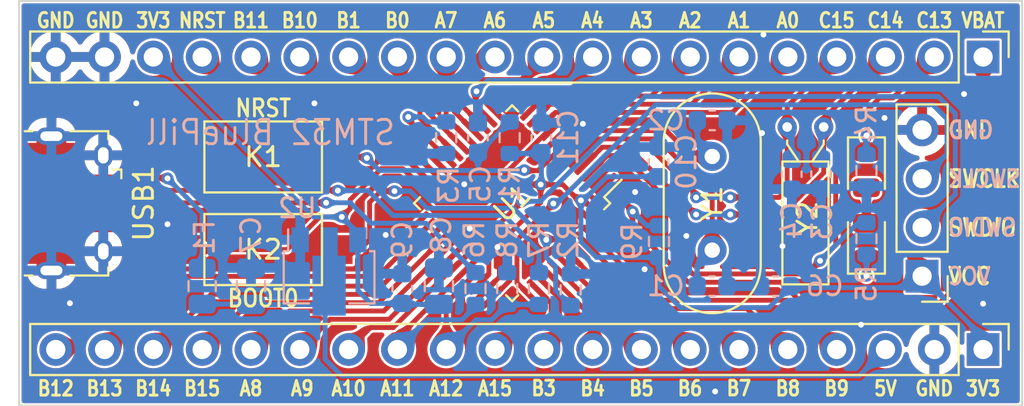
<source format=kicad_pcb>
(kicad_pcb (version 20211014) (generator pcbnew)
  (layers (0 "F.Cu" signal) (31 "B.Cu" signal) (34 "B.Paste" user) (35 "F.Paste" user) (36 "B.SilkS" user "B.Silkscreen") (37 "F.SilkS" user "F.Silkscreen") (38 "B.Mask" user) (39 "F.Mask" user) (44 "Edge.Cuts" user))
  (net 0 "")
  (net 1 "GND")
  (net 2 "/PC14")
  (net 3 "/PC15")
  (net 4 "/SWDIO")
  (net 5 "VCC")
  (net 6 "+5V")
  (net 7 "Net-(D1-Pad1)")
  (net 8 "Net-(D2-Pad1)")
  (net 9 "VBUS")
  (net 10 "/SWCLK")
  (net 11 "/VBAT")
  (net 12 "/PC13")
  (net 13 "/PA0")
  (net 14 "/PA1")
  (net 15 "/PA2")
  (net 16 "/PA3")
  (net 17 "/PA4")
  (net 18 "/PA5")
  (net 19 "/PA6")
  (net 20 "/PA7")
  (net 21 "/PB0")
  (net 22 "/PB1")
  (net 23 "/PB10")
  (net 24 "/PB11")
  (net 25 "/NRST")
  (net 26 "/PB9")
  (net 27 "/PB8")
  (net 28 "/PB7")
  (net 29 "/PB6")
  (net 30 "/PB5")
  (net 31 "/PB4")
  (net 32 "/PB3")
  (net 33 "/PA15")
  (net 34 "/PA12")
  (net 35 "/PA11")
  (net 36 "/PA10")
  (net 37 "/PA9")
  (net 38 "/PA8")
  (net 39 "/PB15")
  (net 40 "/PB14")
  (net 41 "/PB13")
  (net 42 "/PB12")
  (net 43 "/BOOT0")
  (net 44 "/PB2")
  (net 46 "/D+")
  (net 47 "/D-")
  (net 48 "/OSCIN")
  (net 49 "/OSCOUT")
  (footprint "Connector_PinHeader_2.54mm:PinHeader_1x04_P2.54mm_Vertical" (layer "F.Cu") (at 67.564 32.121 180)
    (fp_text reference "H1" hide)
    (fp_text value "Conn_01x04_Male" hide)
  )
  (footprint "Connector_PinHeader_2.54mm:PinHeader_1x20_P2.54mm_Vertical" (layer "F.Cu") (at 70.739 20.701 -90)
    (fp_text reference "H2" hide)
    (fp_text value "Conn_01x20_Male" hide)
  )
  (footprint "Crystal:Crystal_DS26_D2.0mm_L6.0mm_Horizontal" (layer "F.Cu") (at 60.5434 24.3464)
    (fp_text reference "Y2")
    (fp_text value "32.768kHz" hide)
  )
  (footprint "Connector_PinHeader_2.54mm:PinHeader_1x20_P2.54mm_Vertical" (layer "F.Cu") (at 70.739 35.941 -90)
    (fp_text reference "H3" hide)
    (fp_text value "Conn_01x20_Male" hide)
  )
  (footprint "LED_SMD:LED_0805_2012Metric" (layer "F.Cu") (at 64.6684 26.573 -90)
    (fp_text reference "D1" hide)
    (fp_text value "LED" hide)
  )
  (footprint "LED_SMD:LED_0805_2012Metric" (layer "F.Cu") (at 64.6684 30.304501 90)
    (fp_text reference "D2" hide)
    (fp_text value "LED" hide)
  )
  (footprint "Connector_USB:USB_Micro-B_Amphenol_10118194_Horizontal" (layer "F.Cu") (at 23.553001 28.325064 -90)
    (fp_text reference "USB1")
    (fp_text value "USB_B_Micro" hide)
  )
  (footprint "Button_Switch_SMD:SW_SPST_CK_RS282G05A3" (layer "F.Cu") (at 33.274 30.734)
    (fp_text reference "K2")
    (fp_text value "BOOT0")
  )
  (footprint "Button_Switch_SMD:SW_SPST_CK_RS282G05A3" (layer "F.Cu") (at 33.274 25.908 180)
    (fp_text reference "K1")
    (fp_text value "NRST")
  )
  (footprint "Crystal:Crystal_HC49-4H_Vertical" (layer "F.Cu") (at 56.642 25.8826 -90)
    (fp_text reference "Y1")
    (fp_text value "8MHz")
  )
  (footprint "Package_QFP:LQFP-48_7x7mm_P0.5mm" (layer "F.Cu") (at 46.228 28.321 -135)
    (fp_text reference "U1")
    (fp_text value "STM32F103C8Tx" hide)
  )
  (footprint "Resistor_SMD:R_0603_1608Metric" (layer "B.Cu") (at 64.6684 30.162 -90)
    (fp_text reference "R5")
    (fp_text value "4.7k" hide)
  )
  (footprint "Resistor_SMD:R_0603_1608Metric" (layer "B.Cu") (at 45.974 32.766 -90)
    (fp_text reference "R8")
    (fp_text value "1.5k" hide)
  )
  (footprint "Resistor_SMD:R_0603_1608Metric" (layer "B.Cu") (at 53.8734 30.3154 90)
    (fp_text reference "R9")
    (fp_text value "0" hide)
  )
  (footprint "Resistor_SMD:R_0603_1608Metric" (layer "B.Cu") (at 47.625 32.766 -90)
    (fp_text reference "R7")
    (fp_text value "22" hide)
  )
  (footprint "Resistor_SMD:R_0603_1608Metric" (layer "B.Cu") (at 44.323 32.766 -90)
    (fp_text reference "R6")
    (fp_text value "22" hide)
  )
  (footprint "Resistor_SMD:R_0603_1608Metric" (layer "B.Cu") (at 42.799 24.905 90)
    (fp_text reference "R3")
    (fp_text value "4.7k" hide)
  )
  (footprint "Resistor_SMD:R_0603_1608Metric" (layer "B.Cu") (at 46.101 24.905 -90)
    (fp_text reference "R1")
    (fp_text value "4.7k" hide)
  )
  (footprint "Resistor_SMD:R_0603_1608Metric" (layer "B.Cu") (at 49.276 32.829 -90)
    (fp_text reference "R2")
    (fp_text value "4.7k" hide)
  )
  (footprint "Capacitor_SMD:C_0603_1608Metric" (layer "B.Cu") (at 56.642 24.003 180)
    (fp_text reference "C2")
    (fp_text value "30p" hide)
  )
  (footprint "Capacitor_SMD:C_0603_1608Metric" (layer "B.Cu") (at 53.848 26.162 -90)
    (fp_text reference "C10")
    (fp_text value "100n" hide)
  )
  (footprint "Capacitor_SMD:C_0603_1608Metric" (layer "B.Cu") (at 60.7822 26.81 90)
    (fp_text reference "C4")
    (fp_text value "15p" hide)
  )
  (footprint "Capacitor_SMD:C_0603_1608Metric" (layer "B.Cu") (at 40.513 32.766 -90)
    (fp_text reference "C9")
    (fp_text value "100n" hide)
  )
  (footprint "Capacitor_SMD:C_0603_1608Metric" (layer "B.Cu") (at 59.944 32.639)
    (fp_text reference "C6")
    (fp_text value "100n" hide)
  )
  (footprint "Resistor_SMD:R_0603_1608Metric" (layer "B.Cu") (at 64.6684 26.606 90)
    (fp_text reference "R4")
    (fp_text value "4.7k" hide)
  )
  (footprint "Package_TO_SOT_SMD:SOT-89-3" (layer "B.Cu") (at 36.703 31.877 -90)
    (fp_text reference "U2")
    (fp_text value "HT7133" hide)
  )
  (footprint "Capacitor_SMD:C_0603_1608Metric" (layer "B.Cu") (at 47.752 24.905 -90)
    (fp_text reference "C11")
    (fp_text value "100n" hide)
  )
  (footprint "Capacitor_SMD:C_0603_1608Metric" (layer "B.Cu") (at 62.3062 26.797 90)
    (fp_text reference "C3")
    (fp_text value "15p" hide)
  )
  (footprint "Fuse:Fuse_0805_2012Metric" (layer "B.Cu") (at 30.099 32.639 -90)
    (fp_text reference "F1")
    (fp_text value "0.5A/6V" hide)
  )
  (footprint "Capacitor_SMD:C_0603_1608Metric" (layer "B.Cu") (at 44.45 24.905 -90)
    (fp_text reference "C5")
    (fp_text value "100n" hide)
  )
  (footprint "Capacitor_SMD:C_0805_2012Metric" (layer "B.Cu") (at 32.639 32.639 90)
    (fp_text reference "C7")
    (fp_text value "10u" hide)
  )
  (footprint "Capacitor_SMD:C_0805_2012Metric" (layer "B.Cu") (at 42.418 32.639 90)
    (fp_text reference "C8")
    (fp_text value "10u" hide)
  )
  (footprint "Capacitor_SMD:C_0603_1608Metric" (layer "B.Cu") (at 56.629 32.639 180)
    (fp_text reference "C1")
    (fp_text value "30p" hide)
  )
  (gr_rect (start 20.574 17.78) (end 72.771 38.862) (layer "Edge.Cuts") (width 0.1) (fill none))
  (gr_text "VCC" (at 68.834 32.131) (layer "B.SilkS") (effects (font (size 0.889 0.762)) (justify right mirror)))
  (gr_text "GND" (at 68.834 24.511) (layer "B.SilkS") (effects (font (size 0.889 0.762)) (justify right mirror)))
  (gr_text "STM32 BluePill" (at 33.655 24.638) (layer "B.SilkS") (effects (font (size 1.27 1.143)) (justify mirror)))
  (gr_text "SWDIO" (at 68.834 29.591) (layer "B.SilkS") (effects (font (size 0.889 0.762)) (justify right mirror)))
  (gr_text "SWCLK" (at 68.834 27.051) (layer "B.SilkS") (effects (font (size 0.889 0.762)) (justify right mirror)))
  (gr_text "B15" (at 30.099 37.973) (layer "F.SilkS") (effects (font (size 0.762 0.635))))
  (gr_text "GND" (at 25.019 18.796) (layer "F.SilkS") (effects (font (size 0.762 0.635))))
  (gr_text "3V3" (at 27.559 18.796) (layer "F.SilkS") (effects (font (size 0.762 0.635))))
  (gr_text "B12" (at 22.479 37.973) (layer "F.SilkS") (effects (font (size 0.762 0.635))))
  (gr_text "B5" (at 52.959 37.973) (layer "F.SilkS") (effects (font (size 0.762 0.635))))
  (gr_text "5V" (at 65.659 37.973) (layer "F.SilkS") (effects (font (size 0.762 0.635))))
  (gr_text "C14" (at 65.659 18.796) (layer "F.SilkS") (effects (font (size 0.762 0.635))))
  (gr_text "A0" (at 60.579 18.796) (layer "F.SilkS") (effects (font (size 0.762 0.635))))
  (gr_text "3V3" (at 70.739 37.973) (layer "F.SilkS") (effects (font (size 0.762 0.635))))
  (gr_text "GND" (at 68.834 24.511) (layer "F.SilkS") (effects (font (size 0.889 0.762)) (justify left)))
  (gr_text "A6" (at 45.331273 18.794113) (layer "F.SilkS") (effects (font (size 0.762 0.635))))
  (gr_text "B7" (at 58.030999 37.961037) (layer "F.SilkS") (effects (font (size 0.762 0.635))))
  (gr_text "A2" (at 55.499 18.796) (layer "F.SilkS") (effects (font (size 0.762 0.635))))
  (gr_text "B3" (at 47.874301 37.960752) (layer "F.SilkS") (effects (font (size 0.762 0.635))))
  (gr_text "B14" (at 27.559 37.973) (layer "F.SilkS") (effects (font (size 0.762 0.635))))
  (gr_text "A3" (at 52.959 18.796) (layer "F.SilkS") (effects (font (size 0.762 0.635))))
  (gr_text "A7" (at 42.789777 18.792795) (layer "F.SilkS") (effects (font (size 0.762 0.635))))
  (gr_text "B6" (at 55.486757 37.968479) (layer "F.SilkS") (effects (font (size 0.762 0.635))))
  (gr_text "B1" (at 37.719 18.796) (layer "F.SilkS") (effects (font (size 0.762 0.635))))
  (gr_text "A9" (at 35.306 37.973) (layer "F.SilkS") (effects (font (size 0.762 0.635))))
  (gr_text "B8" (at 60.579 37.973) (layer "F.SilkS") (effects (font (size 0.762 0.635))))
  (gr_text "A4" (at 50.4095 18.795146) (layer "F.SilkS") (effects (font (size 0.762 0.635))))
  (gr_text "C13" (at 68.199 18.796) (layer "F.SilkS") (effects (font (size 0.762 0.635))))
  (gr_text "B4" (at 50.419 37.973) (layer "F.SilkS") (effects (font (size 0.762 0.635))))
  (gr_text "BOOT0" (at 33.274 33.274) (layer "F.SilkS") (effects (font (size 0.889 0.762))))
  (gr_text "VBAT" (at 70.726757 18.795999) (layer "F.SilkS") (effects (font (size 0.762 0.635))))
  (gr_text "SWDIO" (at 68.834 29.591) (layer "F.SilkS") (effects (font (size 0.889 0.762)) (justify left)))
  (gr_text "GND" (at 22.479 18.796) (layer "F.SilkS") (effects (font (size 0.762 0.635))))
  (gr_text "A5" (at 47.878822 18.794113) (layer "F.SilkS") (effects (font (size 0.762 0.635))))
  (gr_text "B10" (at 35.179 18.796) (layer "F.SilkS") (effects (font (size 0.762 0.635))))
  (gr_text "GND" (at 68.199 37.973) (layer "F.SilkS") (effects (font (size 0.762 0.635))))
  (gr_text "A10" (at 37.719 37.973) (layer "F.SilkS") (effects (font (size 0.762 0.635))))
  (gr_text "C15" (at 63.119 18.796) (layer "F.SilkS") (effects (font (size 0.762 0.635))))
  (gr_text "B9" (at 63.119 37.973) (layer "F.SilkS") (effects (font (size 0.762 0.635))))
  (gr_text "B11" (at 32.639 18.796) (layer "F.SilkS") (effects (font (size 0.762 0.635))))
  (gr_text "A15" (at 45.339 37.973) (layer "F.SilkS") (effects (font (size 0.762 0.635))))
  (gr_text "NRST" (at 33.274 23.368) (layer "F.SilkS") (effects (font (size 0.889 0.762))))
  (gr_text "A1" (at 58.039 18.796) (layer "F.SilkS") (effects (font (size 0.762 0.635))))
  (gr_text "B13" (at 25.019 37.973) (layer "F.SilkS") (effects (font (size 0.762 0.635))))
  (gr_text "SWCLK" (at 68.834 27.051) (layer "F.SilkS") (effects (font (size 0.889 0.762)) (justify left)))
  (gr_text "VCC" (at 68.834 32.131) (layer "F.SilkS") (effects (font (size 0.889 0.762)) (justify left)))
  (gr_text "A8" (at 32.639 37.973) (layer "F.SilkS") (effects (font (size 0.762 0.635))))
  (gr_text "NRST" (at 30.099 18.796) (layer "F.SilkS") (effects (font (size 0.762 0.635))))
  (gr_text "A12" (at 42.799 37.973) (layer "F.SilkS") (effects (font (size 0.762 0.635))))
  (gr_text "A11" (at 40.259 37.973) (layer "F.SilkS") (effects (font (size 0.762 0.635))))
  (gr_text "B0" (at 40.259 18.796) (layer "F.SilkS") (effects (font (size 0.762 0.635))))
  (segment (start 49.403 24.0792) (end 49.8094 24.0792) (width 0.254) (layer "F.Cu") (net 1))
  (segment (start 49.8094 24.0792) (end 49.911 24.1808) (width 0.254) (layer "F.Cu") (net 1))
  (segment (start 48.641002 24.841198) (end 49.403 24.0792) (width 0.254) (layer "F.Cu") (net 1))
  (segment (start 45.5676 30.7086) (end 45.5676 32.16338) (width 0.254) (layer "F.Cu") (net 1))
  (segment (start 50.762322 29.680322) (end 50.762322 29.673342) (width 0.254) (layer "F.Cu") (net 1))
  (segment (start 45.5676 32.16338) (end 44.875658 32.855322) (width 0.254) (layer "F.Cu") (net 1))
  (segment (start 45.466 30.607) (end 45.5676 30.7086) (width 0.254) (layer "F.Cu") (net 1))
  (segment (start 48.641002 24.847338) (end 48.641002 24.841198) (width 0.254) (layer "F.Cu") (net 1))
  (via (at 70.739 33.5534) (size 0.6096) (drill 0.3048) (layers "F.Cu" "B.Cu") (net 1))
  (via (at 43.7388 27.3304) (size 0.6096) (drill 0.3048) (layers "F.Cu" "B.Cu") (net 1))
  (via (at 45.466 30.607) (size 0.6096) (drill 0.3048) (layers "F.Cu" "B.Cu") (net 1))
  (via (at 69.7484 22.6314) (size 0.6096) (drill 0.3048) (layers "F.Cu" "B.Cu") (net 1))
  (via (at 55.2958 30.0228) (size 0.6096) (drill 0.3048) (layers "F.Cu" "B.Cu") (net 1))
  (via (at 39.6494 29.972) (size 0.6096) (drill 0.3048) (layers "F.Cu" "B.Cu") (net 1))
  (via (at 59.309 19.5326) (size 0.6096) (drill 0.3048) (layers "F.Cu" "B.Cu") (net 1))
  (via (at 56.7944 38.1254) (size 0.6096) (drill 0.3048) (layers "F.Cu" "B.Cu") (net 1))
  (via (at 28.2956 29.4132) (size 0.6096) (drill 0.3048) (layers "F.Cu" "B.Cu") (net 1))
  (via (at 49.911 24.1808) (size 0.6096) (drill 0.3048) (layers "F.Cu" "B.Cu") (net 1))
  (via (at 53.124659 31.757665) (size 0.6096) (drill 0.3048) (layers "F.Cu" "B.Cu") (net 1))
  (via (at 65.6082 23.876) (size 0.6096) (drill 0.3048) (layers "F.Cu" "B.Cu") (net 1))
  (via (at 59.2328 24.6634) (size 0.6096) (drill 0.3048) (layers "F.Cu" "B.Cu") (net 1))
  (via (at 52.6288 27.7368) (size 0.6096) (drill 0.3048) (layers "F.Cu" "B.Cu") (net 1))
  (via (at 64.389 34.6456) (size 0.6096) (drill 0.3048) (layers "F.Cu" "B.Cu") (net 1))
  (via (at 60.2996 30.5562) (size 0.6096) (drill 0.3048) (layers "F.Cu" "B.Cu") (net 1))
  (via (at 44.0182 29.6418) (size 0.6096) (drill 0.3048) (layers "F.Cu" "B.Cu") (net 1))
  (via (at 23.2156 33.528) (size 0.6096) (drill 0.3048) (layers "F.Cu" "B.Cu") (net 1))
  (via (at 35.941 23.114) (size 0.6096) (drill 0.3048) (layers "F.Cu" "B.Cu") (net 1))
  (via (at 26.67 23.114) (size 0.6096) (drill 0.3048) (layers "F.Cu" "B.Cu") (net 1))
  (segment (start 57.404 32.639) (end 59.169 32.639) (width 0.254) (layer "B.Cu") (net 1))
  (segment (start 52.705609 25.832409) (end 55.7784 28.9052) (width 0.254) (layer "F.Cu") (net 2))
  (segment (start 65.659 20.701) (end 62.4434 23.9166) (width 0.254) (layer "F.Cu") (net 2))
  (segment (start 62.4434 24.3464) (end 62.4434 26.736) (width 0.254) (layer "F.Cu") (net 2))
  (segment (start 51.191465 25.832409) (end 52.705609 25.832409) (width 0.254) (layer "F.Cu") (net 2))
  (segment (start 55.7784 28.9052) (end 55.8038 28.9052) (width 0.254) (layer "F.Cu") (net 2))
  (segment (start 50.408769 26.615105) (end 51.191465 25.832409) (width 0.254) (layer "F.Cu") (net 2))
  (segment (start 62.4434 23.9166) (end 62.4434 24.3464) (width 0.254) (layer "F.Cu") (net 2))
  (segment (start 60.2742 28.9052) (end 57.5818 28.9052) (width 0.254) (layer "F.Cu") (net 2))
  (segment (start 62.4434 26.736) (end 60.2742 28.9052) (width 0.254) (layer "F.Cu") (net 2))
  (via (at 55.8038 28.9052) (size 0.6096) (drill 0.3048) (layers "F.Cu" "B.Cu") (net 2))
  (via (at 57.5818 28.9052) (size 0.6096) (drill 0.3048) (layers "F.Cu" "B.Cu") (net 2))
  (segment (start 62.3076 26.0206) (end 62.3062 26.022) (width 0.254) (layer "B.Cu") (net 2))
  (segment (start 57.5818 28.9052) (end 55.8038 28.9052) (width 0.254) (layer "B.Cu") (net 2))
  (segment (start 62.3076 24.384) (end 62.3076 26.0206) (width 0.254) (layer "B.Cu") (net 2))
  (segment (start 60.5434 24.3464) (end 60.5434 27.5946) (width 0.254) (layer "F.Cu") (net 3))
  (segment (start 55.766657 27.799343) (end 53.36772 25.400406) (width 0.254) (layer "F.Cu") (net 3))
  (segment (start 53.36772 25.400406) (end 50.91636 25.400406) (width 0.254) (layer "F.Cu") (net 3))
  (segment (start 60.5434 27.5946) (end 60.1218 28.0162) (width 0.254) (layer "F.Cu") (net 3))
  (segment (start 60.5434 23.2766) (end 60.5434 24.3464) (width 0.254) (layer "F.Cu") (net 3))
  (segment (start 63.119 20.701) (end 60.5434 23.2766) (width 0.254) (layer "F.Cu") (net 3))
  (segment (start 57.5818 28.0162) (end 60.1218 28.0162) (width 0.254) (layer "F.Cu") (net 3))
  (segment (start 50.91636 25.400406) (end 50.055215 26.261551) (width 0.254) (layer "F.Cu") (net 3))
  (via (at 57.5818 28.0162) (size 0.6096) (drill 0.3048) (layers "F.Cu" "B.Cu") (net 3))
  (via (at 55.8038 28.016494) (size 0.6096) (drill 0.3048) (layers "F.Cu" "B.Cu") (net 3))
  (segment (start 60.7822 25.9588) (end 60.7822 24.448211) (width 0.254) (layer "B.Cu") (net 3))
  (segment (start 57.5818 28.0162) (end 55.804094 28.0162) (width 0.254) (layer "B.Cu") (net 3))
  (segment (start 55.804094 28.0162) (end 55.8038 28.016494) (width 0.254) (layer "B.Cu") (net 3))
  (segment (start 45.019042 31.125242) (end 45.019042 32.004832) (width 0.254) (layer "F.Cu") (net 4))
  (segment (start 45.019042 32.004832) (end 44.522105 32.501769) (width 0.254) (layer "F.Cu") (net 4))
  (segment (start 44.8564 30.9626) (end 45.019042 31.125242) (width 0.254) (layer "F.Cu") (net 4))
  (segment (start 46.74 28.22) (end 44.8564 30.1036) (width 0.254) (layer "F.Cu") (net 4))
  (segment (start 44.8564 30.1036) (end 44.8564 30.9626) (width 0.254) (layer "F.Cu") (net 4))
  (via (at 46.74 28.22) (size 0.6096) (drill 0.3048) (layers "F.Cu" "B.Cu") (net 4))
  (segment (start 69.2912 23.6474) (end 69.2912 27.8538) (width 0.254) (layer "B.Cu") (net 4))
  (segment (start 68.401997 22.758197) (end 69.2912 23.6474) (width 0.254) (layer "B.Cu") (net 4))
  (segment (start 69.2912 27.8538) (end 67.564 29.581) (width 0.254) (layer "B.Cu") (net 4))
  (segment (start 53.162403 22.758197) (end 68.401997 22.758197) (width 0.254) (layer "B.Cu") (net 4))
  (segment (start 47.7006 28.22) (end 53.162403 22.758197) (width 0.254) (layer "B.Cu") (net 4))
  (segment (start 46.74 28.22) (end 47.7006 28.22) (width 0.254) (layer "B.Cu") (net 4))
  (segment (start 64.810001 29.367001) (end 65.282601 29.367001) (width 0.254) (layer "F.Cu") (net 5))
  (segment (start 44.8564 28.2956) (end 45.807943 27.344057) (width 0.254) (layer "F.Cu") (net 5))
  (segment (start 48.857857 27.344057) (end 47.714857 27.344057) (width 0.254) (layer "F.Cu") (net 5))
  (segment (start 37.805336 28.590264) (end 37.3634 29.0322) (width 0.254) (layer "F.Cu") (net 5))
  (segment (start 34.5186 30.734) (end 29.374 30.734) (width 0.254) (layer "F.Cu") (net 5))
  (segment (start 49.8094 28.1686) (end 49.964688 28.1686) (width 0.254) (layer "F.Cu") (net 5))
  (segment (start 48.287449 24.493785) (end 48.151683 24.493785) (width 0.254) (layer "F.Cu") (net 5))
  (segment (start 36.2204 29.0322) (end 34.5186 30.734) (width 0.254) (layer "F.Cu") (net 5))
  (segment (start 48.151683 24.493785) (end 45.847 26.798468) (width 0.254) (layer "F.Cu") (net 5))
  (segment (start 45.807943 27.344057) (end 47.714857 27.344057) (width 0.254) (layer "F.Cu") (net 5))
  (segment (start 64.6684 27.5105) (end 64.6684 29.367001) (width 0.254) (layer "F.Cu") (net 5))
  (segment (start 39.4196 26.5188) (end 37.805336 28.133064) (width 0.254) (layer "F.Cu") (net 5))
  (segment (start 47.714857 28.275143) (end 47.714857 27.344057) (width 0.254) (layer "F.Cu") (net 5))
  (segment (start 40.536712 26.5188) (end 39.4196 26.5188) (width 0.254) (layer "F.Cu") (net 5))
  (segment (start 45.847 26.798468) (end 45.847 27.344057) (width 0.254) (layer "F.Cu") (net 5))
  (segment (start 46.101 32.359) (end 46.101 29.889) (width 0.254) (layer "F.Cu") (net 5))
  (segment (start 41.340124 27.322212) (end 40.536712 26.5188) (width 0.254) (layer "F.Cu") (net 5))
  (segment (start 37.805336 28.133064) (end 37.805336 28.590264) (width 0.254) (layer "F.Cu") (net 5))
  (segment (start 65.282601 29.367001) (end 67.564 31.6484) (width 0.254) (layer "F.Cu") (net 5))
  (segment (start 45.847 27.344057) (end 45.807943 27.344057) (width 0.254) (layer "F.Cu") (net 5))
  (segment (start 49.964688 28.1686) (end 51.115876 29.319788) (width 0.254) (layer "F.Cu") (net 5))
  (segment (start 41.340124 27.322212) (end 42.313512 28.2956) (width 0.254) (layer "F.Cu") (net 5))
  (segment (start 42.313512 28.2956) (end 44.8564 28.2956) (width 0.254) (layer "F.Cu") (net 5))
  (segment (start 37.3634 29.0322) (end 36.2204 29.0322) (width 0.254) (layer "F.Cu") (net 5))
  (segment (start 46.101 29.889) (end 47.714857 28.275143) (width 0.254) (layer "F.Cu") (net 5))
  (segment (start 64.6684 29.367001) (end 64.810001 29.367001) (width 0.254) (layer "F.Cu") (net 5))
  (segment (start 45.251124 33.208876) (end 46.101 32.359) (width 0.254) (layer "F.Cu") (net 5))
  (segment (start 67.564 31.6484) (end 67.564 32.121) (width 0.254) (layer "F.Cu") (net 5))
  (segment (start 49.6824 28.1686) (end 48.857857 27.344057) (width 0.254) (layer "F.Cu") (net 5))
  (segment (start 45.229212 33.208876) (end 45.251124 33.208876) (width 0.254) (layer "F.Cu") (net 5))
  (segment (start 49.8094 28.1686) (end 49.6824 28.1686) (width 0.254) (layer "F.Cu") (net 5))
  (via (at 37.3634 29.0322) (size 0.6096) (drill 0.3048) (layers "F.Cu" "B.Cu") (net 5))
  (via (at 47.714857 27.344057) (size 0.6096) (drill 0.3048) (layers "F.Cu" "B.Cu") (net 5))
  (via (at 49.8094 28.1686) (size 0.6096) (drill 0.3048) (layers "F.Cu" "B.Cu") (net 5))
  (segment (start 60.795403 32.715403) (end 66.969597 32.715403) (width 0.254) (layer "B.Cu") (net 5))
  (segment (start 49.9364 28.1686) (end 51.168 26.937) (width 0.254) (layer "B.Cu") (net 5))
  (segment (start 60.719 32.639) (end 60.795403 32.715403) (width 0.254) (layer "B.Cu") (net 5))
  (segment (start 54.991 33.7566) (end 59.6014 33.7566) (width 0.254) (layer "B.Cu") (net 5))
  (segment (start 42.418 33.589001) (end 40.561001 33.589001) (width 0.254) (layer "B.Cu") (net 5))
  (segment (start 49.8094 28.1686) (end 49.8094 30.3276) (width 0.254) (layer "B.Cu") (net 5))
  (segment (start 70.739 35.306) (end 70.739 35.941) (width 0.254) (layer "B.Cu") (net 5))
  (segment (start 53.8734 32.639) (end 54.991 33.7566) (width 0.254) (layer "B.Cu") (net 5))
  (segment (start 47.752 27.306914) (end 47.714857 27.344057) (width 0.254) (layer "B.Cu") (net 5))
  (segment (start 38.203 32.869) (end 38.203 30.227001) (width 0.254) (layer "B.Cu") (net 5))
  (segment (start 47.752 25.68) (end 47.752 27.306914) (width 0.254) (layer "B.Cu") (net 5))
  (segment (start 51.168 26.937) (end 53.848 26.937) (width 0.254) (layer "B.Cu") (net 5))
  (segment (start 46.101 25.73) (end 47.702 25.73) (width 0.254) (layer "B.Cu") (net 5))
  (segment (start 38.203 29.8718) (end 37.3634 29.0322) (width 0.254) (layer "B.Cu") (net 5))
  (segment (start 37.3634 29.0322) (end 35.8902 29.0322) (width 0.254) (layer "B.Cu") (net 5))
  (segment (start 49.8094 28.1686) (end 49.9364 28.1686) (width 0.254) (layer "B.Cu") (net 5))
  (segment (start 35.8902 29.0322) (end 27.559 20.701) (width 0.254) (layer "B.Cu") (net 5))
  (segment (start 67.564 32.121) (end 67.564 32.131) (width 0.254) (layer "B.Cu") (net 5))
  (segment (start 40.513 33.541) (end 38.875 33.541) (width 0.254) (layer "B.Cu") (net 5))
  (segment (start 50.6222 31.1404) (end 53.8734 31.1404) (width 0.254) (layer "B.Cu") (net 5))
  (segment (start 38.203 30.227) (end 38.203 29.8718) (width 0.254) (layer "B.Cu") (net 5))
  (segment (start 49.8094 30.3276) (end 50.6222 31.1404) (width 0.254) (layer "B.Cu") (net 5))
  (segment (start 40.561 33.589) (end 40.513 33.541) (width 0.254) (layer "B.Cu") (net 5))
  (segment (start 67.564 32.131) (end 70.739 35.306) (width 0.254) (layer "B.Cu") (net 5))
  (segment (start 47.702 25.73) (end 47.752 25.68) (width 0.254) (layer "B.Cu") (net 5))
  (segment (start 53.8734 31.1404) (end 53.8734 32.639) (width 0.254) (layer "B.Cu") (net 5))
  (segment (start 66.969597 32.715403) (end 67.564 32.121) (width 0.254) (layer "B.Cu") (net 5))
  (segment (start 59.6014 33.7566) (end 60.719 32.639) (width 0.254) (layer "B.Cu") (net 5))
  (segment (start 38.875 33.541) (end 38.203 32.869) (width 0.254) (layer "B.Cu") (net 5))
  (segment (start 30.099 33.576499) (end 32.626501 33.576499) (width 0.254) (layer "B.Cu") (net 6))
  (segment (start 36.703 33.147) (end 36.2458 33.6042) (width 0.254) (layer "B.Cu") (net 6))
  (segment (start 37.3634 37.3126) (end 64.2874 37.3126) (width 0.254) (layer "B.Cu") (net 6))
  (segment (start 36.703 30.3145) (end 36.703 33.147) (width 0.254) (layer "B.Cu") (net 6))
  (segment (start 36.2458 33.6042) (end 32.654199 33.6042) (width 0.254) (layer "B.Cu") (net 6))
  (segment (start 32.6542 33.6042) (end 32.639 33.589) (width 0.254) (layer "B.Cu") (net 6))
  (segment (start 36.4998 30.5177) (end 36.4998 36.449) (width 0.254) (layer "B.Cu") (net 6))
  (segment (start 32.6265 33.5765) (end 32.639 33.589) (width 0.254) (layer "B.Cu") (net 6))
  (segment (start 36.703 30.3145) (end 36.4998 30.5177) (width 0.254) (layer "B.Cu") (net 6))
  (segment (start 64.2874 37.3126) (end 65.659 35.941) (width 0.254) (layer "B.Cu") (net 6))
  (segment (start 36.4998 36.449) (end 37.3634 37.3126) (width 0.254) (layer "B.Cu") (net 6))
  (segment (start 64.6684 24.7904) (end 64.6684 25.6355) (width 0.254) (layer "F.Cu") (net 7))
  (via (at 64.6684 24.7904) (size 0.6096) (drill 0.3048) (layers "F.Cu" "B.Cu") (net 7))
  (segment (start 64.6684 24.7904) (end 64.6684 25.781) (width 0.254) (layer "B.Cu") (net 7))
  (segment (start 64.6684 31.242001) (end 64.6684 32.1056) (width 0.254) (layer "F.Cu") (net 8))
  (via (at 64.6684 32.1056) (size 0.6096) (drill 0.3048) (layers "F.Cu" "B.Cu") (net 8))
  (segment (start 64.6684 30.987) (end 64.6684 32.1056) (width 0.254) (layer "B.Cu") (net 8))
  (segment (start 28.270064 27.000064) (end 25.318001 27.000064) (width 0.254) (layer "F.Cu") (net 9))
  (segment (start 28.2956 27.0256) (end 28.270064 27.000064) (width 0.254) (layer "F.Cu") (net 9))
  (via (at 28.2956 27.0256) (size 0.6096) (drill 0.3048) (layers "F.Cu" "B.Cu") (net 9))
  (segment (start 28.2956 27.0256) (end 30.099 28.829) (width 0.254) (layer "B.Cu") (net 9))
  (segment (start 30.099 28.829) (end 30.099 31.7015) (width 0.254) (layer "B.Cu") (net 9))
  (segment (start 46.482 30.228156) (end 46.482 32.4612) (width 0.254) (layer "F.Cu") (net 10))
  (segment (start 46.482 32.4612) (end 47.226788 33.205988) (width 0.254) (layer "F.Cu") (net 10))
  (segment (start 48.375378 28.334778) (end 46.482 30.228156) (width 0.254) (layer "F.Cu") (net 10))
  (segment (start 47.226788 33.205988) (end 47.226788 33.208876) (width 0.254) (layer "F.Cu") (net 10))
  (via (at 48.375378 28.334778) (size 0.6096) (drill 0.3048) (layers "F.Cu" "B.Cu") (net 10))
  (segment (start 53.6956 23.1902) (end 68.1228 23.1902) (width 0.254) (layer "B.Cu") (net 10))
  (segment (start 48.375378 28.334778) (end 48.551022 28.334778) (width 0.254) (layer "B.Cu") (net 10))
  (segment (start 68.1228 23.1902) (end 68.8594 23.9268) (width 0.254) (layer "B.Cu") (net 10))
  (segment (start 48.551022 28.334778) (end 53.6956 23.1902) (width 0.254) (layer "B.Cu") (net 10))
  (segment (start 68.8594 25.7456) (end 67.564 27.041) (width 0.254) (layer "B.Cu") (net 10))
  (segment (start 68.8594 23.9268) (end 68.8594 25.7456) (width 0.254) (layer "B.Cu") (net 10))
  (segment (start 52.5018 28.7528) (end 52.5018 28.708136) (width 0.254) (layer "F.Cu") (net 11))
  (segment (start 70.739 31.256006) (end 68.365406 33.6296) (width 0.254) (layer "F.Cu") (net 11))
  (segment (start 68.365406 33.6296) (end 61.418544 33.6296) (width 0.254) (layer "F.Cu") (net 11))
  (segment (start 61.418544 33.6296) (end 60.224947 32.436003) (width 0.254) (layer "F.Cu") (net 11))
  (segment (start 60.224947 32.436003) (end 55.397603 32.436003) (width 0.254) (layer "F.Cu") (net 11))
  (segment (start 52.5018 29.5402) (end 52.5018 28.7528) (width 0.254) (layer "F.Cu") (net 11))
  (segment (start 55.397603 32.436003) (end 52.5018 29.5402) (width 0.254) (layer "F.Cu") (net 11))
  (segment (start 70.739 20.701) (end 70.739 31.256006) (width 0.254) (layer "F.Cu") (net 11))
  (segment (start 52.5018 28.708136) (end 51.115876 27.322212) (width 0.254) (layer "F.Cu") (net 11))
  (via (at 52.5018 28.7528) (size 0.6096) (drill 0.3048) (layers "F.Cu" "B.Cu") (net 11))
  (segment (start 53.8734 29.4904) (end 53.2394 29.4904) (width 0.254) (layer "B.Cu") (net 11))
  (segment (start 53.2394 29.4904) (end 52.5018 28.7528) (width 0.254) (layer "B.Cu") (net 11))
  (segment (start 52.426412 26.264412) (end 51.459588 26.264412) (width 0.254) (layer "F.Cu") (net 12))
  (segment (start 63.0682 25.121808) (end 65.355408 22.8346) (width 0.254) (layer "F.Cu") (net 12))
  (segment (start 54.61 30.988) (end 54.61 28.448) (width 0.254) (layer "F.Cu") (net 12))
  (segment (start 62.2554 31.3182) (end 63.0682 30.5054) (width 0.254) (layer "F.Cu") (net 12))
  (segment (start 62.2554 31.3182) (end 61.5696 32.004) (width 0.254) (layer "F.Cu") (net 12))
  (segment (start 65.355408 22.8346) (end 66.04 22.8346) (width 0.254) (layer "F.Cu") (net 12))
  (segment (start 54.61 28.448) (end 52.426412 26.264412) (width 0.254) (layer "F.Cu") (net 12))
  (segment (start 55.626 32.004) (end 54.61 30.988) (width 0.254) (layer "F.Cu") (net 12))
  (segment (start 66.04 22.8346) (end 68.1736 20.701) (width 0.254) (layer "F.Cu") (net 12))
  (segment (start 61.5696 32.004) (end 55.626 32.004) (width 0.254) (layer "F.Cu") (net 12))
  (segment (start 51.31498 26.40902) (end 51.31498 26.416) (width 0.254) (layer "F.Cu") (net 12))
  (segment (start 63.0682 30.5054) (end 63.0682 25.121808) (width 0.254) (layer "F.Cu") (net 12))
  (segment (start 51.31498 26.416) (end 50.762322 26.968658) (width 0.254) (layer "F.Cu") (net 12))
  (segment (start 51.459588 26.264412) (end 51.31498 26.40902) (width 0.254) (layer "F.Cu") (net 12))
  (segment (start 68.1736 20.701) (end 68.199 20.701) (width 0.254) (layer "F.Cu") (net 12))
  (via (at 62.2554 31.3182) (size 0.6096) (drill 0.3048) (layers "F.Cu" "B.Cu") (net 12))
  (segment (start 64.2366 29.337) (end 64.6684 29.337) (width 0.254) (layer "B.Cu") (net 12))
  (segment (start 62.2554 31.3182) (end 64.2366 29.337) (width 0.254) (layer "B.Cu") (net 12))
  (segment (start 57.691988 23.588012) (end 60.579 20.701) (width 0.254) (layer "F.Cu") (net 13))
  (segment (start 47.933895 24.140231) (end 48.486114 23.588012) (width 0.254) (layer "F.Cu") (net 13))
  (segment (start 48.486114 23.588012) (end 57.691988 23.588012) (width 0.254) (layer "F.Cu") (net 13))
  (segment (start 55.579991 23.160009) (end 58.039 20.701) (width 0.254) (layer "F.Cu") (net 14))
  (segment (start 48.207011 23.160009) (end 55.579991 23.160009) (width 0.254) (layer "F.Cu") (net 14))
  (segment (start 47.580342 23.786678) (end 48.207011 23.160009) (width 0.254) (layer "F.Cu") (net 14))
  (segment (start 47.927906 22.732006) (end 53.467994 22.732006) (width 0.254) (layer "F.Cu") (net 15))
  (segment (start 53.467994 22.732006) (end 55.499 20.701) (width 0.254) (layer "F.Cu") (net 15))
  (segment (start 47.226788 23.433124) (end 47.927906 22.732006) (width 0.254) (layer "F.Cu") (net 15))
  (segment (start 51.355997 22.304003) (end 52.959 20.701) (width 0.254) (layer "F.Cu") (net 16))
  (segment (start 45.229212 23.433124) (end 46.358333 22.304003) (width 0.254) (layer "F.Cu") (net 16))
  (segment (start 46.358333 22.304003) (end 51.355997 22.304003) (width 0.254) (layer "F.Cu") (net 16))
  (segment (start 44.327718 23.238738) (end 44.875658 23.786678) (width 0.254) (layer "F.Cu") (net 17))
  (segment (start 44.3738 22.485303) (end 44.327718 22.531385) (width 0.254) (layer "F.Cu") (net 17))
  (segment (start 44.327718 22.531385) (end 44.327718 23.238738) (width 0.254) (layer "F.Cu") (net 17))
  (via (at 44.3738 22.485303) (size 0.6096) (drill 0.3048) (layers "F.Cu" "B.Cu") (net 17))
  (segment (start 44.3738 22.485303) (end 44.938903 21.9202) (width 0.254) (layer "B.Cu") (net 17))
  (segment (start 44.938903 21.9202) (end 49.1998 21.9202) (width 0.254) (layer "B.Cu") (net 17))
  (segment (start 49.1998 21.9202) (end 50.419 20.701) (width 0.254) (layer "B.Cu") (net 17))
  (segment (start 46.704 21.876) (end 44.037 21.876) (width 0.254) (layer "F.Cu") (net 18))
  (segment (start 43.659006 22.253994) (end 43.659006 23.277132) (width 0.254) (layer "F.Cu") (net 18))
  (segment (start 47.879 20.701) (end 46.704 21.876) (width 0.254) (layer "F.Cu") (net 18))
  (segment (start 44.037 21.876) (end 43.659006 22.253994) (width 0.254) (layer "F.Cu") (net 18))
  (segment (start 43.659006 23.277132) (end 44.522105 24.140231) (width 0.254) (layer "F.Cu") (net 18))
  (segment (start 44.168551 24.493785) (end 43.227003 23.552237) (width 0.254) (layer "F.Cu") (net 19))
  (segment (start 43.227003 22.050997) (end 44.577 20.701) (width 0.254) (layer "F.Cu") (net 19))
  (segment (start 43.227003 23.552237) (end 43.227003 22.050997) (width 0.254) (layer "F.Cu") (net 19))
  (segment (start 44.577 20.701) (end 45.339 20.701) (width 0.254) (layer "F.Cu") (net 19))
  (segment (start 42.799 20.701) (end 42.795 20.705) (width 0.254) (layer "F.Cu") (net 20))
  (segment (start 42.795 20.705) (end 42.795 23.82734) (width 0.254) (layer "F.Cu") (net 20))
  (segment (start 42.795 23.82734) (end 43.814998 24.847338) (width 0.254) (layer "F.Cu") (net 20))
  (segment (start 43.461445 25.200891) (end 41.863766 23.603212) (width 0.254) (layer "F.Cu") (net 21))
  (segment (start 41.863766 23.218822) (end 40.259 21.614056) (width 0.254) (layer "F.Cu") (net 21))
  (segment (start 40.259 21.614056) (end 40.259 20.701) (width 0.254) (layer "F.Cu") (net 21))
  (segment (start 41.863766 23.603212) (end 41.863766 23.218822) (width 0.254) (layer "F.Cu") (net 21))
  (segment (start 43.107891 25.554445) (end 41.431763 23.878317) (width 0.254) (layer "F.Cu") (net 22))
  (segment (start 40.1066 23.0886) (end 37.719 20.701) (width 0.254) (layer "F.Cu") (net 22))
  (segment (start 41.431763 23.878317) (end 41.431763 23.397763) (width 0.254) (layer "F.Cu") (net 22))
  (segment (start 41.431763 23.397763) (end 41.1226 23.0886) (width 0.254) (layer "F.Cu") (net 22))
  (segment (start 41.1226 23.0886) (end 40.1066 23.0886) (width 0.254) (layer "F.Cu") (net 22))
  (segment (start 35.179 20.701) (end 36.449 21.971) (width 0.254) (layer "F.Cu") (net 23))
  (segment (start 38.110234 21.971) (end 42.400785 26.261551) (width 0.254) (layer "F.Cu") (net 23))
  (segment (start 36.449 21.971) (end 38.110234 21.971) (width 0.254) (layer "F.Cu") (net 23))
  (segment (start 34.341003 22.403003) (end 32.639 20.701) (width 0.254) (layer "F.Cu") (net 24))
  (segment (start 42.047231 26.615105) (end 37.835129 22.403003) (width 0.254) (layer "F.Cu") (net 24))
  (segment (start 37.835129 22.403003) (end 34.341003 22.403003) (width 0.254) (layer "F.Cu") (net 24))
  (segment (start 46.863 26.5938) (end 46.8884 26.6192) (width 0.254) (layer "F.Cu") (net 25))
  (segment (start 38.618 25.908) (end 37.936 25.908) (width 0.254) (layer "F.Cu") (net 25))
  (segment (start 35.306 25.908) (end 30.099 20.701) (width 0.254) (layer "F.Cu") (net 25))
  (segment (start 46.8884 26.6192) (end 47.576246 26.6192) (width 0.254) (layer "F.Cu") (net 25))
  (segment (start 37.174 25.908) (end 35.306 25.908) (width 0.254) (layer "F.Cu") (net 25))
  (segment (start 38.67 25.96) (end 38.618 25.908) (width 0.254) (layer "F.Cu") (net 25))
  (segment (start 47.576246 26.6192) (end 48.994555 25.200891) (width 0.254) (layer "F.Cu") (net 25))
  (via (at 38.67 25.96) (size 0.6096) (drill 0.3048) (layers "F.Cu" "B.Cu") (net 25))
  (via (at 46.863 26.5938) (size 0.6096) (drill 0.3048) (layers "F.Cu" "B.Cu") (net 25))
  (segment (start 44.501 25.68) (end 46.101 24.08) (width 0.254) (layer "B.Cu") (net 25))
  (segment (start 46.844497 26.612303) (end 44.443103 26.612303) (width 0.254) (layer "B.Cu") (net 25))
  (segment (start 39.322303 26.612303) (end 38.67 25.96) (width 0.254) (layer "B.Cu") (net 25))
  (segment (start 44.45 25.68) (end 44.45 26.605406) (width 0.254) (layer "B.Cu") (net 25))
  (segment (start 46.863 26.5938) (end 46.844497 26.612303) (width 0.254) (layer "B.Cu") (net 25))
  (segment (start 44.45 26.605406) (end 44.443103 26.612303) (width 0.254) (layer "B.Cu") (net 25))
  (segment (start 44.443103 26.612303) (end 39.322303 26.612303) (width 0.254) (layer "B.Cu") (net 25))
  (segment (start 50.408769 30.026895) (end 53.756865 33.374991) (width 0.254) (layer "F.Cu") (net 26))
  (segment (start 60.552991 33.374991) (end 63.119 35.941) (width 0.254) (layer "F.Cu") (net 26))
  (segment (start 53.756865 33.374991) (end 60.552991 33.374991) (width 0.254) (layer "F.Cu") (net 26))
  (segment (start 53.48176 33.806994) (end 58.444994 33.806994) (width 0.254) (layer "F.Cu") (net 27))
  (segment (start 58.444994 33.806994) (end 60.579 35.941) (width 0.254) (layer "F.Cu") (net 27))
  (segment (start 50.055215 30.380449) (end 53.48176 33.806994) (width 0.254) (layer "F.Cu") (net 27))
  (segment (start 56.336997 34.238997) (end 58.039 35.941) (width 0.254) (layer "F.Cu") (net 28))
  (segment (start 49.348109 31.087555) (end 52.499551 34.238997) (width 0.254) (layer "F.Cu") (net 28))
  (segment (start 52.499551 34.238997) (end 56.336997 34.238997) (width 0.254) (layer "F.Cu") (net 28))
  (segment (start 54.229 34.671) (end 55.499 35.941) (width 0.254) (layer "F.Cu") (net 29))
  (segment (start 52.224446 34.671) (end 54.229 34.671) (width 0.254) (layer "F.Cu") (net 29))
  (segment (start 48.994555 31.441109) (end 52.224446 34.671) (width 0.254) (layer "F.Cu") (net 29))
  (segment (start 52.78734 35.941) (end 52.959 35.941) (width 0.254) (layer "F.Cu") (net 30))
  (segment (start 48.641002 31.794662) (end 52.78734 35.941) (width 0.254) (layer "F.Cu") (net 30))
  (segment (start 50.419 34.279766) (end 50.419 35.941) (width 0.254) (layer "F.Cu") (net 31))
  (segment (start 48.287449 32.148215) (end 50.419 34.279766) (width 0.254) (layer "F.Cu") (net 31))
  (segment (start 48.692003 35.127997) (end 47.879 35.941) (width 0.254) (layer "F.Cu") (net 32))
  (segment (start 48.692003 33.259877) (end 48.692003 35.127997) (width 0.254) (layer "F.Cu") (net 32))
  (segment (start 47.933895 32.501769) (end 48.692003 33.259877) (width 0.254) (layer "F.Cu") (net 32))
  (segment (start 48.26 34.163) (end 47.879 34.544) (width 0.254) (layer "F.Cu") (net 33))
  (segment (start 48.26 33.53498) (end 48.26 34.163) (width 0.254) (layer "F.Cu") (net 33))
  (segment (start 46.736 34.544) (end 45.339 35.941) (width 0.254) (layer "F.Cu") (net 33))
  (segment (start 47.580342 32.855322) (end 48.26 33.53498) (width 0.254) (layer "F.Cu") (net 33))
  (segment (start 47.879 34.544) (end 46.736 34.544) (width 0.254) (layer "F.Cu") (net 33))
  (segment (start 44.168551 32.148215) (end 42.799 33.517766) (width 0.254) (layer "F.Cu") (net 34))
  (segment (start 42.799 33.517766) (end 42.799 35.941) (width 0.254) (layer "F.Cu") (net 34))
  (segment (start 44.3484 34.3916) (end 45.1734 34.3916) (width 0.254) (layer "B.Cu") (net 34))
  (segment (start 42.799 35.941) (end 44.3484 34.3916) (width 0.254) (layer "B.Cu") (net 34))
  (segment (start 47.625 33.591) (end 45.974 33.591) (width 0.254) (layer "B.Cu") (net 34))
  (segment (start 45.1734 34.3916) (end 45.974 33.591) (width 0.254) (layer "B.Cu") (net 34))
  (segment (start 43.814998 31.794662) (end 40.259 35.35066) (width 0.254) (layer "F.Cu") (net 35))
  (segment (start 40.259 35.35066) (end 40.259 35.941) (width 0.254) (layer "F.Cu") (net 35))
  (segment (start 43.615759 34.392003) (end 41.807997 34.392003) (width 0.254) (layer "B.Cu") (net 35))
  (segment (start 41.807997 34.392003) (end 40.259 35.941) (width 0.254) (layer "B.Cu") (net 35))
  (segment (start 44.323 33.684762) (end 43.615759 34.392003) (width 0.254) (layer "B.Cu") (net 35))
  (segment (start 44.323 33.591) (end 44.323 33.684762) (width 0.254) (layer "B.Cu") (net 35))
  (segment (start 43.397809 31.441109) (end 40.040918 34.798) (width 0.254) (layer "F.Cu") (net 36))
  (segment (start 38.862 34.798) (end 37.719 35.941) (width 0.254) (layer "F.Cu") (net 36))
  (segment (start 40.040918 34.798) (end 38.862 34.798) (width 0.254) (layer "F.Cu") (net 36))
  (segment (start 43.461445 31.441109) (end 43.397809 31.441109) (width 0.254) (layer "F.Cu") (net 36))
  (segment (start 36.754003 34.365997) (end 35.179 35.941) (width 0.254) (layer "F.Cu") (net 37))
  (segment (start 39.829449 34.365997) (end 36.754003 34.365997) (width 0.254) (layer "F.Cu") (net 37))
  (segment (start 43.107891 31.087555) (end 39.829449 34.365997) (width 0.254) (layer "F.Cu") (net 37))
  (segment (start 34.646006 33.933994) (end 32.639 35.941) (width 0.254) (layer "F.Cu") (net 38))
  (segment (start 39.554346 33.933994) (end 34.646006 33.933994) (width 0.254) (layer "F.Cu") (net 38))
  (segment (start 42.754338 30.734002) (end 39.554346 33.933994) (width 0.254) (layer "F.Cu") (net 38))
  (segment (start 42.400785 30.380449) (end 39.279243 33.501991) (width 0.254) (layer "F.Cu") (net 39))
  (segment (start 39.279243 33.501991) (end 32.538009 33.501991) (width 0.254) (layer "F.Cu") (net 39))
  (segment (start 32.538009 33.501991) (end 30.099 35.941) (width 0.254) (layer "F.Cu") (net 39))
  (segment (start 42.047231 30.026895) (end 39.004138 33.069988) (width 0.254) (layer "F.Cu") (net 40))
  (segment (start 39.004138 33.069988) (end 30.557012 33.069988) (width 0.254) (layer "F.Cu") (net 40))
  (segment (start 30.557012 33.069988) (end 27.686 35.941) (width 0.254) (layer "F.Cu") (net 40))
  (segment (start 27.686 35.941) (end 27.559 35.941) (width 0.254) (layer "F.Cu") (net 40))
  (segment (start 41.693678 29.673342) (end 38.729035 32.637985) (width 0.254) (layer "F.Cu") (net 41))
  (segment (start 38.729035 32.637985) (end 28.322015 32.637985) (width 0.254) (layer "F.Cu") (net 41))
  (segment (start 28.322015 32.637985) (end 25.019 35.941) (width 0.254) (layer "F.Cu") (net 41))
  (segment (start 27.178 32.131) (end 23.368 35.941) (width 0.254) (layer "F.Cu") (net 42))
  (segment (start 23.368 35.941) (end 22.479 35.941) (width 0.254) (layer "F.Cu") (net 42))
  (segment (start 38.528912 32.131) (end 27.178 32.131) (width 0.254) (layer "F.Cu") (net 42))
  (segment (start 41.340124 29.319788) (end 38.528912 32.131) (width 0.254) (layer "F.Cu") (net 42))
  (segment (start 38.3032 30.734) (end 37.174 30.734) (width 0.254) (layer "F.Cu") (net 43))
  (segment (start 40.1066 27.686) (end 39.3954 27.686) (width 0.254) (layer "F.Cu") (net 43))
  (segment (start 49.153721 30.186061) (end 49.701662 30.734002) (width 0.254) (layer "F.Cu") (net 43))
  (segment (start 38.8112 28.2702) (end 38.8112 30.226) (width 0.254) (layer "F.Cu") (net 43))
  (segment (start 38.8112 30.226) (end 38.3032 30.734) (width 0.254) (layer "F.Cu") (net 43))
  (segment (start 48.045939 30.186061) (end 49.153721 30.186061) (width 0.254) (layer "F.Cu") (net 43))
  (segment (start 39.3954 27.686) (end 38.8112 28.2702) (width 0.254) (layer "F.Cu") (net 43))
  (segment (start 48.006 30.226) (end 48.045939 30.186061) (width 0.254) (layer "F.Cu") (net 43))
  (via (at 40.1066 27.686) (size 0.6096) (drill 0.3048) (layers "F.Cu" "B.Cu") (net 43))
  (via (at 48.006 30.226) (size 0.6096) (drill 0.3048) (layers "F.Cu" "B.Cu") (net 43))
  (segment (start 46.304737 28.575) (end 47.955737 30.226) (width 0.254) (layer "B.Cu") (net 43))
  (segment (start 47.955737 30.226) (end 48.006 30.226) (width 0.254) (layer "B.Cu") (net 43))
  (segment (start 48.006 31.132818) (end 48.495997 31.622815) (width 0.254) (layer "B.Cu") (net 43))
  (segment (start 40.9194 27.686) (end 41.8084 28.575) (width 0.254) (layer "B.Cu") (net 43))
  (segment (start 48.006 30.226) (end 48.006 31.132818) (width 0.254) (layer "B.Cu") (net 43))
  (segment (start 40.1066 27.686) (end 40.9194 27.686) (width 0.254) (layer "B.Cu") (net 43))
  (segment (start 41.8084 28.575) (end 46.304737 28.575) (width 0.254) (layer "B.Cu") (net 43))
  (segment (start 48.495997 32.873997) (end 49.276 33.654) (width 0.254) (layer "B.Cu") (net 43))
  (segment (start 48.495997 31.622815) (end 48.495997 32.873997) (width 0.254) (layer "B.Cu") (net 43))
  (segment (start 40.82196 23.97562) (end 42.754338 25.907998) (width 0.254) (layer "F.Cu") (net 44))
  (segment (start 40.82196 23.82104) (end 40.82196 23.97562) (width 0.254) (layer "F.Cu") (net 44))
  (via (at 40.82196 23.82104) (size 0.6096) (drill 0.3048) (layers "F.Cu" "B.Cu") (net 44))
  (segment (start 40.82196 23.82104) (end 41.57404 23.82104) (width 0.254) (layer "B.Cu") (net 44))
  (segment (start 41.833 24.08) (end 42.799 24.08) (width 0.254) (layer "B.Cu") (net 44))
  (segment (start 41.57404 23.82104) (end 41.833 24.08) (width 0.254) (layer "B.Cu") (net 44))
  (segment (start 36.5506 28.2956) (end 36.546136 28.300064) (width 0.254) (layer "F.Cu") (net 46))
  (segment (start 36.546136 28.300064) (end 25.318001 28.300064) (width 0.254) (layer "F.Cu") (net 46))
  (via (at 36.5506 28.2956) (size 0.6096) (drill 0.3048) (layers "F.Cu" "B.Cu") (net 46))
  (segment (start 37.817594 28.2956) (end 38.88 29.358006) (width 0.254) (layer "B.Cu") (net 46))
  (segment (start 38.88 29.358006) (end 41.740006 29.358006) (width 0.254) (layer "B.Cu") (net 46))
  (segment (start 36.5506 28.2956) (end 37.817594 28.2956) (width 0.254) (layer "B.Cu") (net 46))
  (segment (start 41.740006 29.358006) (end 44.323 31.941) (width 0.254) (layer "B.Cu") (net 46))
  (segment (start 37.149664 27.650064) (end 25.318001 27.650064) (width 0.254) (layer "F.Cu") (net 47))
  (segment (start 37.1602 27.6606) (end 37.149664 27.650064) (width 0.254) (layer "F.Cu") (net 47))
  (via (at 37.1602 27.6606) (size 0.6096) (drill 0.3048) (layers "F.Cu" "B.Cu") (net 47))
  (segment (start 47.625 30.7848) (end 47.625 31.941) (width 0.254) (layer "B.Cu") (net 47))
  (segment (start 45.7962 28.956) (end 47.625 30.7848) (width 0.254) (layer "B.Cu") (net 47))
  (segment (start 40.0304 28.956) (end 45.7962 28.956) (width 0.254) (layer "B.Cu") (net 47))
  (segment (start 37.1602 27.6606) (end 38.735 27.6606) (width 0.254) (layer "B.Cu") (net 47))
  (segment (start 38.735 27.6606) (end 40.0304 28.956) (width 0.254) (layer "B.Cu") (net 47))
  (segment (start 56.642 30.7626) (end 56.642 27.813) (width 0.254) (layer "F.Cu") (net 48))
  (segment (start 56.642 27.813) (end 53.797403 24.968403) (width 0.254) (layer "F.Cu") (net 48))
  (segment (start 50.641257 24.968403) (end 49.701662 25.907998) (width 0.254) (layer "F.Cu") (net 48))
  (segment (start 53.797403 24.968403) (end 50.641257 24.968403) (width 0.254) (layer "F.Cu") (net 48))
  (segment (start 55.854 32.639) (end 55.854 31.5506) (width 0.254) (layer "B.Cu") (net 48))
  (segment (start 55.854 31.5506) (end 56.642 30.7626) (width 0.254) (layer "B.Cu") (net 48))
  (segment (start 49.348109 25.554445) (end 50.366154 24.5364) (width 0.254) (layer "F.Cu") (net 49))
  (segment (start 55.6006 25.8826) (end 56.642 25.8826) (width 0.254) (layer "F.Cu") (net 49))
  (segment (start 54.2544 24.5364) (end 55.6006 25.8826) (width 0.254) (layer "F.Cu") (net 49))
  (segment (start 50.366154 24.5364) (end 54.2544 24.5364) (width 0.254) (layer "F.Cu") (net 49))
  (segment (start 55.867 25.1076) (end 56.642 25.8826) (width 0.254) (layer "B.Cu") (net 49))
  (segment (start 55.867 24.003) (end 55.867 25.1076) (width 0.254) (layer "B.Cu") (net 49))
  (zone (net 18) (net_name "/PA5") (layer "F.Cu") (priority 16962) (connect_pads yes (clearance 0)) (min_thickness 0.0254) (fill yes (thermal_gap 0.508) (thermal_bridge_width 0.508))
    (polygon (pts (xy 46.665701 22.003) (xy 46.841562 21.990344) (xy 46.985635 21.955992) (xy 47.105297 21.905367) (xy 47.207924 21.843896) (xy 47.300891 21.777) (xy 47.391575 21.710104) (xy 47.487352 21.648632) (xy 47.595597 21.598008) (xy 47.723688 21.563656) (xy 47.879 21.551) (xy 48.17952 20.40048) (xy 47.076076 20.422051) (xy 47.034465 20.599876) (xy 47.022838 20.782347) (xy 47.029999 20.963962) (xy 47.044751 21.139217) (xy 47.055899 21.302609) (xy 47.052246 21.448634) (xy 47.022596 21.571789) (xy 46.955752 21.66657) (xy 46.840519 21.727475) (xy 46.665701 21.749)))
  )
  (zone (net 5) (net_name "VCC") (layer "F.Cu") (priority 16962) (connect_pads yes (clearance 0)) (min_thickness 0.0254) (fill yes (thermal_gap 0.508) (thermal_bridge_width 0.508))
    (polygon (pts (xy 47.110057 27.471057) (xy 47.178363 27.472771) (xy 47.236366 27.477807) (xy 47.286171 27.486004) (xy 47.32988 27.4972) (xy 47.369599 27.511236) (xy 47.407433 27.527951) (xy 47.445485 27.547183) (xy 47.48586 27.568772) (xy 47.530663 27.592556) (xy 47.581998 27.618377) (xy 47.867257 27.344057) (xy 47.581998 27.069737) (xy 47.530663 27.095557) (xy 47.48586 27.119341) (xy 47.445485 27.14093) (xy 47.407433 27.160162) (xy 47.369599 27.176877) (xy 47.32988 27.190913) (xy 47.286171 27.202109) (xy 47.236366 27.210306) (xy 47.178363 27.215342) (xy 47.110057 27.217057)))
  )
  (zone (net 20) (net_name "/PA7") (layer "F.Cu") (priority 16962) (connect_pads yes (clearance 0)) (min_thickness 0.0254) (fill yes (thermal_gap 0.508) (thermal_bridge_width 0.508))
    (polygon (pts (xy 42.922 22.395) (xy 42.932234 22.195499) (xy 42.961235 22.03187) (xy 43.006447 21.896285) (xy 43.065315 21.780921) (xy 43.135285 21.67795) (xy 43.213801 21.579549) (xy 43.298309 21.477891) (xy 43.386254 21.365152) (xy 43.475081 21.233505) (xy 43.562235 21.075127) (xy 42.801014 20.276005) (xy 42.032253 21.067876) (xy 42.118151 21.227489) (xy 42.205981 21.360162) (xy 42.293158 21.473757) (xy 42.377098 21.576134) (xy 42.455215 21.675152) (xy 42.524925 21.778674) (xy 42.583643 21.894559) (xy 42.628785 22.030668) (xy 42.657765 22.194861) (xy 42.668 22.395)))
  )
  (zone (net 9) (net_name "VBUS") (layer "F.Cu") (priority 16962) (connect_pads yes (clearance 0)) (min_thickness 0.0254) (fill yes (thermal_gap 0.508) (thermal_bridge_width 0.508))
    (polygon (pts (xy 27.685264 27.127064) (xy 27.752005 27.128817) (xy 27.808747 27.134013) (xy 27.857469 27.142555) (xy 27.900153 27.154345) (xy 27.938779 27.169288) (xy 27.975327 27.187287) (xy 28.011779 27.208244) (xy 28.050113 27.232063) (xy 28.092312 27.258648) (xy 28.140355 27.287901) (xy 28.44747 27.038292) (xy 28.18605 26.741168) (xy 28.130368 26.763598) (xy 28.081946 26.784495) (xy 28.038527 26.803663) (xy 27.997856 26.820907) (xy 27.957678 26.836032) (xy 27.915739 26.848844) (xy 27.869783 26.859148) (xy 27.817555 26.866749) (xy 27.7568 26.871452) (xy 27.685264 26.873064)))
  )
  (zone (net 8) (net_name "Net-(D2-Pad1)") (layer "F.Cu") (priority 16962) (connect_pads yes (clearance 0)) (min_thickness 0.0254) (fill yes (thermal_gap 0.508) (thermal_bridge_width 0.508))
    (polygon (pts (xy 64.5414 31.5008) (xy 64.539685 31.569106) (xy 64.534649 31.627109) (xy 64.526452 31.676914) (xy 64.515256 31.720623) (xy 64.50122 31.760342) (xy 64.484505 31.798176) (xy 64.465273 31.836228) (xy 64.443684 31.876603) (xy 64.4199 31.921406) (xy 64.39408 31.972741) (xy 64.6684 32.258) (xy 64.94272 31.972741) (xy 64.916899 31.921406) (xy 64.893115 31.876603) (xy 64.871526 31.836228) (xy 64.852294 31.798176) (xy 64.835579 31.760342) (xy 64.821543 31.720623) (xy 64.810347 31.676914) (xy 64.80215 31.627109) (xy 64.797114 31.569106) (xy 64.7954 31.5008)))
  )
  (zone (net 24) (net_name "/PB11") (layer "F.Cu") (priority 16962) (connect_pads yes (clearance 0)) (min_thickness 0.0254) (fill yes (thermal_gap 0.508) (thermal_bridge_width 0.508))
    (polygon (pts (xy 33.923812 21.806207) (xy 33.79013 21.658025) (xy 33.695086 21.521914) (xy 33.631315 21.394161) (xy 33.591451 21.271054) (xy 33.568132 21.148879) (xy 33.553991 21.023925) (xy 33.541664 20.892477) (xy 33.523787 20.750824) (xy 33.492995 20.595253) (xy 33.441924 20.422051) (xy 32.33848 20.40048) (xy 32.360051 21.503924) (xy 32.533253 21.554995) (xy 32.688824 21.585787) (xy 32.830477 21.603664) (xy 32.961925 21.615991) (xy 33.086879 21.630132) (xy 33.209054 21.653451) (xy 33.332161 21.693315) (xy 33.459914 21.757086) (xy 33.596025 21.85213) (xy 33.744207 21.985812)))
  )
  (zone (net 28) (net_name "/PB7") (layer "F.Cu") (priority 16962) (connect_pads yes (clearance 0)) (min_thickness 0.0254) (fill yes (thermal_gap 0.508) (thermal_bridge_width 0.508))
    (polygon (pts (xy 56.754188 34.835793) (xy 56.887869 34.983974) (xy 56.982913 35.120085) (xy 57.046684 35.247838) (xy 57.086548 35.370945) (xy 57.109867 35.49312) (xy 57.124008 35.618074) (xy 57.136335 35.749522) (xy 57.154212 35.891175) (xy 57.185004 36.046746) (xy 57.236076 36.219949) (xy 58.33952 36.24152) (xy 58.317949 35.138076) (xy 58.144746 35.087004) (xy 57.989175 35.056212) (xy 57.847522 35.038335) (xy 57.716074 35.026008) (xy 57.59112 35.011867) (xy 57.468945 34.988548) (xy 57.345838 34.948684) (xy 57.218085 34.884913) (xy 57.081974 34.789869) (xy 56.933793 34.656188)))
  )
  (zone (net 23) (net_name "/PB10") (layer "F.Cu") (priority 16962) (connect_pads yes (clearance 0)) (min_thickness 0.0254) (fill yes (thermal_gap 0.508) (thermal_bridge_width 0.508))
    (polygon (pts (xy 36.463812 21.806207) (xy 36.33013 21.658025) (xy 36.235086 21.521914) (xy 36.171315 21.394161) (xy 36.131451 21.271054) (xy 36.108132 21.148879) (xy 36.093991 21.023925) (xy 36.081664 20.892477) (xy 36.063787 20.750824) (xy 36.032995 20.595253) (xy 35.981924 20.422051) (xy 34.87848 20.40048) (xy 34.900051 21.503924) (xy 35.073253 21.554995) (xy 35.228824 21.585787) (xy 35.370477 21.603664) (xy 35.501925 21.615991) (xy 35.626879 21.630132) (xy 35.749054 21.653451) (xy 35.872161 21.693315) (xy 35.999914 21.757086) (xy 36.136025 21.85213) (xy 36.284207 21.985812)))
  )
  (zone (net 2) (net_name "/PC14") (layer "F.Cu") (priority 16962) (connect_pads yes (clearance 0)) (min_thickness 0.0254) (fill yes (thermal_gap 0.508) (thermal_bridge_width 0.508))
    (polygon (pts (xy 55.268012 28.574417) (xy 55.317135 28.625834) (xy 55.356476 28.671899) (xy 55.387729 28.714061) (xy 55.412585 28.753772) (xy 55.432738 28.792483) (xy 55.44988 28.831644) (xy 55.465704 28.872708) (xy 55.481903 28.917124) (xy 55.500168 28.966345) (xy 55.522194 29.021821) (xy 55.917654 29.006506) (xy 55.886894 28.611946) (xy 55.83181 28.597095) (xy 55.782839 28.584743) (xy 55.738619 28.573382) (xy 55.697787 28.561501) (xy 55.658979 28.547592) (xy 55.620833 28.530146) (xy 55.581987 28.507654) (xy 55.541077 28.478607) (xy 55.496741 28.441496) (xy 55.447617 28.394812)))
  )
  (zone (net 25) (net_name "/NRST") (layer "F.Cu") (priority 16962) (connect_pads yes (clearance 0)) (min_thickness 0.0254) (fill yes (thermal_gap 0.508) (thermal_bridge_width 0.508))
    (polygon (pts (xy 35.684 26.035) (xy 35.859039 26.043689) (xy 36.002961 26.068329) (xy 36.12254 26.106783) (xy 36.22455 26.156909) (xy 36.315768 26.216569) (xy 36.402967 26.283624) (xy 36.492923 26.355933) (xy 36.592411 26.431359) (xy 36.708206 26.507761) (xy 36.847083 26.583) (xy 37.549 25.908) (xy 36.847083 25.233) (xy 36.708206 25.308238) (xy 36.592411 25.38464) (xy 36.492923 25.460066) (xy 36.402967 25.532375) (xy 36.315768 25.59943) (xy 36.22455 25.65909) (xy 36.12254 25.709216) (xy 36.002961 25.74767) (xy 35.859039 25.77231) (xy 35.684 25.781)))
  )
  (zone (net 39) (net_name "/PB15") (layer "F.Cu") (priority 16962) (connect_pads yes (clearance 0)) (min_thickness 0.0254) (fill yes (thermal_gap 0.508) (thermal_bridge_width 0.508))
    (polygon (pts (xy 42.285528 30.675311) (xy 42.308446 30.652058) (xy 42.329603 30.630098) (xy 42.349121 30.609607) (xy 42.36712 30.590761) (xy 42.383722 30.573737) (xy 42.399047 30.558712) (xy 42.413218 30.545864) (xy 42.426354 30.535368) (xy 42.438578 30.527401) (xy 42.450011 30.522141) (xy 42.453818 30.327416) (xy 42.259093 30.331223) (xy 42.253832 30.342655) (xy 42.245865 30.354879) (xy 42.235369 30.368015) (xy 42.222521 30.382186) (xy 42.207496 30.397511) (xy 42.190472 30.414113) (xy 42.171626 30.432112) (xy 42.151135 30.45163) (xy 42.129175 30.472787) (xy 42.105923 30.495706)))
  )
  (zone (net 42) (net_name "/PB12") (layer "F.Cu") (priority 16962) (connect_pads yes (clearance 0)) (min_thickness 0.0254) (fill yes (thermal_gap 0.508) (thermal_bridge_width 0.508))
    (polygon (pts (xy 41.224867 29.61465) (xy 41.247785 29.591397) (xy 41.268942 29.569437) (xy 41.28846 29.548946) (xy 41.306459 29.5301) (xy 41.323061 29.513076) (xy 41.338386 29.498051) (xy 41.352557 29.485203) (xy 41.365693 29.474707) (xy 41.377917 29.46674) (xy 41.38935 29.46148) (xy 41.393157 29.266755) (xy 41.198432 29.270562) (xy 41.193171 29.281994) (xy 41.185204 29.294218) (xy 41.174708 29.307354) (xy 41.16186 29.321525) (xy 41.146835 29.33685) (xy 41.129811 29.353452) (xy 41.110965 29.371451) (xy 41.090474 29.390969) (xy 41.068514 29.412126) (xy 41.045262 29.435045)))
  )
  (zone (net 12) (net_name "/PC13") (layer "F.Cu") (priority 16962) (connect_pads yes (clearance 0)) (min_thickness 0.0254) (fill yes (thermal_gap 0.508) (thermal_bridge_width 0.508))
    (polygon (pts (xy 61.917545 31.83566) (xy 61.967057 31.788572) (xy 62.011632 31.751118) (xy 62.052645 31.721698) (xy 62.091469 31.698708) (xy 62.12948 31.680547) (xy 62.168051 31.665613) (xy 62.208557 31.652306) (xy 62.252372 31.639022) (xy 62.30087 31.62416) (xy 62.355427 31.606119) (xy 62.363163 31.210437) (xy 61.967481 31.218173) (xy 61.949439 31.272729) (xy 61.934577 31.321227) (xy 61.921293 31.365042) (xy 61.907986 31.405548) (xy 61.893052 31.444119) (xy 61.874891 31.48213) (xy 61.851901 31.520954) (xy 61.822481 31.561967) (xy 61.785027 31.606542) (xy 61.73794 31.656055)))
  )
  (zone (net 16) (net_name "/PA3") (layer "F.Cu") (priority 16962) (connect_pads yes (clearance 0)) (min_thickness 0.0254) (fill yes (thermal_gap 0.508) (thermal_bridge_width 0.508))
    (polygon (pts (xy 51.853793 21.985812) (xy 52.001974 21.85213) (xy 52.138085 21.757086) (xy 52.265838 21.693315) (xy 52.388945 21.653451) (xy 52.51112 21.630132) (xy 52.636074 21.615991) (xy 52.767522 21.603664) (xy 52.909175 21.585787) (xy 53.064746 21.554995) (xy 53.237949 21.503924) (xy 53.25952 20.40048) (xy 52.156076 20.422051) (xy 52.105004 20.595253) (xy 52.074212 20.750824) (xy 52.056335 20.892477) (xy 52.044008 21.023925) (xy 52.029867 21.148879) (xy 52.006548 21.271054) (xy 51.966684 21.394161) (xy 51.902913 21.521914) (xy 51.807869 21.658025) (xy 51.674188 21.806207)))
  )
  (zone (net 5) (net_name "VCC") (layer "F.Cu") (priority 16962) (connect_pads yes (clearance 0)) (min_thickness 0.0254) (fill yes (thermal_gap 0.508) (thermal_bridge_width 0.508))
    (polygon (pts (xy 47.841857 27.948857) (xy 47.843571 27.88055) (xy 47.848607 27.822547) (xy 47.856804 27.772742) (xy 47.868 27.729033) (xy 47.882036 27.689314) (xy 47.898751 27.65148) (xy 47.917983 27.613428) (xy 47.939572 27.573053) (xy 47.963356 27.52825) (xy 47.989177 27.476916) (xy 47.714857 27.191657) (xy 47.440537 27.476916) (xy 47.466357 27.52825) (xy 47.490141 27.573053) (xy 47.51173 27.613428) (xy 47.530962 27.65148) (xy 47.547677 27.689314) (xy 47.561713 27.729033) (xy 47.572909 27.772742) (xy 47.581106 27.822547) (xy 47.586142 27.88055) (xy 47.587857 27.948857)))
  )
  (zone (net 2) (net_name "/PC14") (layer "F.Cu") (priority 16962) (connect_pads yes (clearance 0)) (min_thickness 0.0254) (fill yes (thermal_gap 0.508) (thermal_bridge_width 0.508))
    (polygon (pts (xy 62.5704 25.3364) (xy 62.575179 25.221904) (xy 62.588829 25.126729) (xy 62.610316 25.046736) (xy 62.638607 24.977789) (xy 62.672669 24.915748) (xy 62.71147 24.856478) (xy 62.753977 24.79584) (xy 62.799156 24.729697) (xy 62.845974 24.65391) (xy 62.8934 24.564344) (xy 62.4434 24.0964) (xy 61.9934 24.564344) (xy 62.040825 24.65391) (xy 62.087643 24.729697) (xy 62.132822 24.79584) (xy 62.175329 24.856478) (xy 62.21413 24.915748) (xy 62.248192 24.977789) (xy 62.276483 25.046736) (xy 62.29797 25.126729) (xy 62.31162 25.221904) (xy 62.3164 25.3364)))
  )
  (zone (net 43) (net_name "/BOOT0") (layer "F.Cu") (priority 16962) (connect_pads yes (clearance 0)) (min_thickness 0.0254) (fill yes (thermal_gap 0.508) (thermal_bridge_width 0.508))
    (polygon (pts (xy 38.475592 30.382003) (xy 38.371058 30.466489) (xy 38.27384 30.506711) (xy 38.181782 30.509534) (xy 38.092731 30.481826) (xy 38.004531 30.430454) (xy 37.91503 30.362286) (xy 37.822072 30.28419) (xy 37.723503 30.203031) (xy 37.617169 30.125679) (xy 37.500917 30.059) (xy 36.799 30.734) (xy 37.70433 31.26433) (xy 37.809019 31.166588) (xy 37.904287 31.090179) (xy 37.992866 31.029392) (xy 38.07749 30.978516) (xy 38.160891 30.93184) (xy 38.245802 30.883655) (xy 38.334955 30.828249) (xy 38.431084 30.759913) (xy 38.53692 30.672936) (xy 38.655197 30.561608)))
  )
  (zone (net 4) (net_name "/SWDIO") (layer "F.Cu") (priority 16962) (connect_pads yes (clearance 0)) (min_thickness 0.0254) (fill yes (thermal_gap 0.508) (thermal_bridge_width 0.508))
    (polygon (pts (xy 44.637362 32.206907) (xy 44.614443 32.230159) (xy 44.593286 32.252119) (xy 44.573768 32.27261) (xy 44.555769 32.291456) (xy 44.539167 32.30848) (xy 44.523842 32.323505) (xy 44.509671 32.336353) (xy 44.496535 32.346849) (xy 44.484311 32.354816) (xy 44.472879 32.360077) (xy 44.469072 32.554802) (xy 44.663797 32.550995) (xy 44.669057 32.539562) (xy 44.677024 32.527338) (xy 44.68752 32.514202) (xy 44.700368 32.500031) (xy 44.715393 32.484706) (xy 44.732417 32.468104) (xy 44.751263 32.450105) (xy 44.771754 32.430587) (xy 44.793714 32.40943) (xy 44.816967 32.386512)))
  )
  (zone (net 2) (net_name "/PC14") (layer "F.Cu") (priority 16962) (connect_pads yes (clearance 0)) (min_thickness 0.0254) (fill yes (thermal_gap 0.508) (thermal_bridge_width 0.508))
    (polygon (pts (xy 58.1866 28.7782) (xy 58.118293 28.776485) (xy 58.06029 28.771449) (xy 58.010485 28.763252) (xy 57.966776 28.752056) (xy 57.927057 28.73802) (xy 57.889223 28.721305) (xy 57.851171 28.702073) (xy 57.810796 28.680484) (xy 57.765993 28.6567) (xy 57.714659 28.63088) (xy 57.4294 28.9052) (xy 57.714659 29.17952) (xy 57.765993 29.153699) (xy 57.810796 29.129915) (xy 57.851171 29.108326) (xy 57.889223 29.089094) (xy 57.927057 29.072379) (xy 57.966776 29.058343) (xy 58.010485 29.047147) (xy 58.06029 29.03895) (xy 58.118293 29.033914) (xy 58.1866 29.0322)))
  )
  (zone (net 34) (net_name "/PA12") (layer "F.Cu") (priority 16962) (connect_pads yes (clearance 0)) (min_thickness 0.0254) (fill yes (thermal_gap 0.508) (thermal_bridge_width 0.508))
    (polygon (pts (xy 42.672 34.251) (xy 42.661746 34.450307) (xy 42.632708 34.613758) (xy 42.587466 34.749186) (xy 42.528604 34.864424) (xy 42.458703 34.967304) (xy 42.380346 35.06566) (xy 42.296114 35.167324) (xy 42.208592 35.280129) (xy 42.120359 35.411908) (xy 42.034 35.570494) (xy 42.799 36.366) (xy 43.564 35.570494) (xy 43.47764 35.411908) (xy 43.389407 35.280129) (xy 43.301885 35.167324) (xy 43.217653 35.06566) (xy 43.139296 34.967304) (xy 43.069395 34.864424) (xy 43.010533 34.749186) (xy 42.965291 34.613758) (xy 42.936253 34.450307) (xy 42.926 34.251)))
  )
  (zone (net 23) (net_name "/PB10") (layer "F.Cu") (priority 16962) (connect_pads yes (clearance 0)) (min_thickness 0.0254) (fill yes (thermal_gap 0.508) (thermal_bridge_width 0.508))
    (polygon (pts (xy 42.105923 26.146294) (xy 42.129175 26.169212) (xy 42.151135 26.190369) (xy 42.171626 26.209887) (xy 42.190472 26.227886) (xy 42.207496 26.244488) (xy 42.222521 26.259813) (xy 42.235369 26.273984) (xy 42.245865 26.28712) (xy 42.253832 26.299344) (xy 42.259093 26.310777) (xy 42.453818 26.314584) (xy 42.450011 26.119859) (xy 42.438578 26.114598) (xy 42.426354 26.106631) (xy 42.413218 26.096135) (xy 42.399047 26.083287) (xy 42.383722 26.068262) (xy 42.36712 26.051238) (xy 42.349121 26.032392) (xy 42.329603 26.011901) (xy 42.308446 25.989941) (xy 42.285528 25.966689)))
  )
  (zone (net 25) (net_name "/NRST") (layer "F.Cu") (priority 16962) (connect_pads yes (clearance 0)) (min_thickness 0.0254) (fill yes (thermal_gap 0.508) (thermal_bridge_width 0.508))
    (polygon (pts (xy 48.879298 25.495753) (xy 48.902216 25.4725) (xy 48.923373 25.45054) (xy 48.942891 25.430049) (xy 48.96089 25.411203) (xy 48.977492 25.394179) (xy 48.992817 25.379154) (xy 49.006988 25.366306) (xy 49.020124 25.35581) (xy 49.032348 25.347843) (xy 49.043781 25.342583) (xy 49.047588 25.147858) (xy 48.852863 25.151665) (xy 48.847602 25.163097) (xy 48.839635 25.175321) (xy 48.829139 25.188457) (xy 48.816291 25.202628) (xy 48.801266 25.217953) (xy 48.784242 25.234555) (xy 48.765396 25.252554) (xy 48.744905 25.272072) (xy 48.722945 25.293229) (xy 48.699693 25.316148)))
  )
  (zone (net 18) (net_name "/PA5") (layer "F.Cu") (priority 16962) (connect_pads yes (clearance 0)) (min_thickness 0.0254) (fill yes (thermal_gap 0.508) (thermal_bridge_width 0.508))
    (polygon (pts (xy 44.227243 24.024974) (xy 44.250495 24.047892) (xy 44.272455 24.069049) (xy 44.292946 24.088567) (xy 44.311792 24.106566) (xy 44.328816 24.123168) (xy 44.343841 24.138493) (xy 44.356689 24.152664) (xy 44.367185 24.1658) (xy 44.375152 24.178024) (xy 44.380413 24.189457) (xy 44.575138 24.193264) (xy 44.571331 23.998539) (xy 44.559898 23.993278) (xy 44.547674 23.985311) (xy 44.534538 23.974815) (xy 44.520367 23.961967) (xy 44.505042 23.946942) (xy 44.48844 23.929918) (xy 44.470441 23.911072) (xy 44.450923 23.890581) (xy 44.429766 23.868621) (xy 44.406848 23.845369)))
  )
  (zone (net 32) (net_name "/PB3") (layer "F.Cu") (priority 16962) (connect_pads yes (clearance 0)) (min_thickness 0.0254) (fill yes (thermal_gap 0.508) (thermal_bridge_width 0.508))
    (polygon (pts (xy 48.565003 34.577757) (xy 48.55054 34.724657) (xy 48.509293 34.83476) (xy 48.444469 34.914291) (xy 48.359276 34.969477) (xy 48.256924 35.006547) (xy 48.140619 35.031726) (xy 48.013571 35.051241) (xy 47.878988 35.07132) (xy 47.740079 35.098189) (xy 47.600051 35.138076) (xy 47.57848 36.24152) (xy 48.729 35.941) (xy 48.73152 35.774793) (xy 48.73836 35.633327) (xy 48.74844 35.509813) (xy 48.760681 35.397465) (xy 48.774001 35.289494) (xy 48.787321 35.179114) (xy 48.799562 35.059538) (xy 48.809642 34.923978) (xy 48.816482 34.765646) (xy 48.819003 34.577757)))
  )
  (zone (net 22) (net_name "/PB1") (layer "F.Cu") (priority 16962) (connect_pads yes (clearance 0)) (min_thickness 0.0254) (fill yes (thermal_gap 0.508) (thermal_bridge_width 0.508))
    (polygon (pts (xy 42.813029 25.439188) (xy 42.836281 25.462106) (xy 42.858241 25.483263) (xy 42.878732 25.502781) (xy 42.897578 25.52078) (xy 42.914602 25.537382) (xy 42.929627 25.552707) (xy 42.942475 25.566878) (xy 42.952971 25.580014) (xy 42.960938 25.592238) (xy 42.966199 25.603671) (xy 43.160924 25.607478) (xy 43.157117 25.412753) (xy 43.145684 25.407492) (xy 43.13346 25.399525) (xy 43.120324 25.389029) (xy 43.106153 25.376181) (xy 43.090828 25.361156) (xy 43.074226 25.344132) (xy 43.056227 25.325286) (xy 43.036709 25.304795) (xy 43.015552 25.282835) (xy 42.992634 25.259583)))
  )
  (zone (net 3) (net_name "/PC15") (layer "F.Cu") (priority 16962) (connect_pads yes (clearance 0)) (min_thickness 0.0254) (fill yes (thermal_gap 0.508) (thermal_bridge_width 0.508))
    (polygon (pts (xy 55.390619 27.60291) (xy 55.428531 27.643665) (xy 55.457902 27.681528) (xy 55.479689 27.717397) (xy 55.49485 27.752173) (xy 55.504343 27.786758) (xy 55.509125 27.822052) (xy 55.510155 27.858955) (xy 55.508389 27.898368) (xy 55.504787 27.941192) (xy 55.500305 27.988327) (xy 55.857269 28.159206) (xy 56.014067 27.795835) (xy 55.964939 27.750693) (xy 55.920838 27.713166) (xy 55.880274 27.681056) (xy 55.841758 27.652164) (xy 55.803799 27.624293) (xy 55.764908 27.595244) (xy 55.723595 27.562819) (xy 55.678369 27.52482) (xy 55.627742 27.479047) (xy 55.570224 27.423305)))
  )
  (zone (net 5) (net_name "VCC") (layer "F.Cu") (priority 16962) (connect_pads yes (clearance 0)) (min_thickness 0.0254) (fill yes (thermal_gap 0.508) (thermal_bridge_width 0.508))
    (polygon (pts (xy 30.864 30.607) (xy 30.68896 30.59831) (xy 30.545038 30.57367) (xy 30.425459 30.535216) (xy 30.323449 30.48509) (xy 30.232231 30.42543) (xy 30.145032 30.358375) (xy 30.055076 30.286066) (xy 29.955588 30.21064) (xy 29.839793 30.134238) (xy 29.700917 30.059) (xy 28.999 30.734) (xy 29.700917 31.409) (xy 29.839793 31.333761) (xy 29.955588 31.257359) (xy 30.055076 31.181933) (xy 30.145032 31.109624) (xy 30.232231 31.042569) (xy 30.323449 30.982909) (xy 30.425459 30.932783) (xy 30.545038 30.894329) (xy 30.68896 30.869689) (xy 30.864 30.861)))
  )
  (zone (net 5) (net_name "VCC") (layer "F.Cu") (priority 16962) (connect_pads yes (clearance 0)) (min_thickness 0.0254) (fill yes (thermal_gap 0.508) (thermal_bridge_width 0.508))
    (polygon (pts (xy 64.7954 28.478) (xy 64.799972 28.366196) (xy 64.813042 28.273162) (xy 64.833641 28.194884) (xy 64.860798 28.127348) (xy 64.893543 28.066542) (xy 64.930907 28.008452) (xy 64.971919 27.949066) (xy 65.01561 27.884369) (xy 65.06101 27.81035) (xy 65.10715 27.722996) (xy 64.6684 27.26675) (xy 64.22965 27.722996) (xy 64.275789 27.81035) (xy 64.321189 27.884369) (xy 64.36488 27.949066) (xy 64.405892 28.008452) (xy 64.443256 28.066542) (xy 64.476001 28.127348) (xy 64.503158 28.194884) (xy 64.523757 28.273162) (xy 64.536827 28.366196) (xy 64.5414 28.478)))
  )
  (zone (net 2) (net_name "/PC14") (layer "F.Cu") (priority 16962) (connect_pads yes (clearance 0)) (min_thickness 0.0254) (fill yes (thermal_gap 0.508) (thermal_bridge_width 0.508))
    (polygon (pts (xy 50.524026 26.320243) (xy 50.501107 26.343495) (xy 50.47995 26.365455) (xy 50.460432 26.385946) (xy 50.442433 26.404792) (xy 50.425831 26.421816) (xy 50.410506 26.436841) (xy 50.396335 26.449689) (xy 50.383199 26.460185) (xy 50.370975 26.468152) (xy 50.359543 26.473413) (xy 50.355736 26.668138) (xy 50.550461 26.664331) (xy 50.555721 26.652898) (xy 50.563688 26.640674) (xy 50.574184 26.627538) (xy 50.587032 26.613367) (xy 50.602057 26.598042) (xy 50.619081 26.58144) (xy 50.637927 26.563441) (xy 50.658418 26.543923) (xy 50.680378 26.522766) (xy 50.703631 26.499848)))
  )
  (zone (net 36) (net_name "/PA10") (layer "F.Cu") (priority 16962) (connect_pads yes (clearance 0)) (min_thickness 0.0254) (fill yes (thermal_gap 0.508) (thermal_bridge_width 0.508))
    (polygon (pts (xy 38.945553 34.671) (xy 38.769133 34.68276) (xy 38.623983 34.71468) (xy 38.502858 34.761719) (xy 38.398512 34.81884) (xy 38.303697 34.881) (xy 38.211169 34.94316) (xy 38.113681 35.00028) (xy 38.003988 35.04732) (xy 37.874843 35.07924) (xy 37.719 35.091) (xy 37.41848 36.24152) (xy 38.521924 36.219949) (xy 38.563331 36.045701) (xy 38.576338 35.867217) (xy 38.571675 35.689815) (xy 38.56007 35.518813) (xy 38.552254 35.359528) (xy 38.558957 35.217279) (xy 38.590908 35.097384) (xy 38.658838 35.00516) (xy 38.773476 34.945926) (xy 38.945553 34.925)))
  )
  (zone (net 7) (net_name "Net-(D1-Pad1)") (layer "F.Cu") (priority 16962) (connect_pads yes (clearance 0)) (min_thickness 0.0254) (fill yes (thermal_gap 0.508) (thermal_bridge_width 0.508))
    (polygon (pts (xy 64.7954 24.9228) (xy 64.805494 24.855039) (xy 64.832892 24.876725) (xy 64.873267 24.965902) (xy 64.922296 25.100612) (xy 64.97565 25.258898) (xy 65.029004 25.418805) (xy 65.078031 25.558376) (xy 65.118408 25.655653) (xy 65.145806 25.688679) (xy 65.1559 25.6355) (xy 64.6684 25.87925) (xy 65.10715 25.423004) (xy 65.056723 25.327392) (xy 64.993658 25.221888) (xy 64.922181 25.113999) (xy 64.84652 25.011235) (xy 64.770902 24.921106) (xy 64.699553 24.85112) (xy 64.636702 24.808788) (xy 64.586574 24.801617) (xy 64.553398 24.837118) (xy 64.5414 24.9228)))
  )
  (zone (net 27) (net_name "/PB8") (layer "F.Cu") (priority 16962) (connect_pads yes (clearance 0)) (min_thickness 0.0254) (fill yes (thermal_gap 0.508) (thermal_bridge_width 0.508))
    (polygon (pts (xy 59.294188 34.835793) (xy 59.427869 34.983974) (xy 59.522913 35.120085) (xy 59.586684 35.247838) (xy 59.626548 35.370945) (xy 59.649867 35.49312) (xy 59.664008 35.618074) (xy 59.676335 35.749522) (xy 59.694212 35.891175) (xy 59.725004 36.046746) (xy 59.776076 36.219949) (xy 60.87952 36.24152) (xy 60.857949 35.138076) (xy 60.684746 35.087004) (xy 60.529175 35.056212) (xy 60.387522 35.038335) (xy 60.256074 35.026008) (xy 60.13112 35.011867) (xy 60.008945 34.988548) (xy 59.885838 34.948684) (xy 59.758085 34.884913) (xy 59.621974 34.789869) (xy 59.473793 34.656188)))
  )
  (zone (net 33) (net_name "/PA15") (layer "F.Cu") (priority 16962) (connect_pads yes (clearance 0)) (min_thickness 0.0254) (fill yes (thermal_gap 0.508) (thermal_bridge_width 0.508))
    (polygon (pts (xy 46.444207 34.656188) (xy 46.296025 34.789869) (xy 46.159914 34.884913) (xy 46.032161 34.948684) (xy 45.909054 34.988548) (xy 45.786879 35.011867) (xy 45.661925 35.026008) (xy 45.530477 35.038335) (xy 45.388824 35.056212) (xy 45.233253 35.087004) (xy 45.060051 35.138076) (xy 45.03848 36.24152) (xy 46.141924 36.219949) (xy 46.192995 36.046746) (xy 46.223787 35.891175) (xy 46.241664 35.749522) (xy 46.253991 35.618074) (xy 46.268132 35.49312) (xy 46.291451 35.370945) (xy 46.331315 35.247838) (xy 46.395086 35.120085) (xy 46.49013 34.983974) (xy 46.623812 34.835793)))
  )
  (zone (net 5) (net_name "VCC") (layer "F.Cu") (priority 16962) (connect_pads yes (clearance 0)) (min_thickness 0.0254) (fill yes (thermal_gap 0.508) (thermal_bridge_width 0.508))
    (polygon (pts (xy 50.397295 28.421602) (xy 50.342384 28.364848) (xy 50.297464 28.3148) (xy 50.260415 28.269934) (xy 50.229114 28.228728) (xy 50.20144 28.189658) (xy 50.17527 28.151202) (xy 50.148482 28.111836) (xy 50.118956 28.070037) (xy 50.084569 28.024282) (xy 50.043199 27.973048) (xy 49.670446 28.10601) (xy 49.817874 28.473282) (xy 49.867305 28.471681) (xy 49.911962 28.470481) (xy 49.952848 28.47073) (xy 49.990965 28.473479) (xy 50.027317 28.479775) (xy 50.062905 28.490669) (xy 50.098734 28.50721) (xy 50.135806 28.530447) (xy 50.175123 28.561429) (xy 50.21769 28.601207)))
  )
  (zone (net 39) (net_name "/PB15") (layer "F.Cu") (priority 16962) (connect_pads yes (clearance 0)) (min_thickness 0.0254) (fill yes (thermal_gap 0.508) (thermal_bridge_width 0.508))
    (polygon (pts (xy 31.204207 34.656188) (xy 31.056025 34.789869) (xy 30.919914 34.884913) (xy 30.792161 34.948684) (xy 30.669054 34.988548) (xy 30.546879 35.011867) (xy 30.421925 35.026008) (xy 30.290477 35.038335) (xy 30.148824 35.056212) (xy 29.993253 35.087004) (xy 29.820051 35.138076) (xy 29.79848 36.24152) (xy 30.901924 36.219949) (xy 30.952995 36.046746) (xy 30.983787 35.891175) (xy 31.001664 35.749522) (xy 31.013991 35.618074) (xy 31.028132 35.49312) (xy 31.051451 35.370945) (xy 31.091315 35.247838) (xy 31.155086 35.120085) (xy 31.25013 34.983974) (xy 31.383812 34.835793)))
  )
  (zone (net 26) (net_name "/PB9") (layer "F.Cu") (priority 16962) (connect_pads yes (clearance 0)) (min_thickness 0.0254) (fill yes (thermal_gap 0.508) (thermal_bridge_width 0.508))
    (polygon (pts (xy 61.834188 34.835793) (xy 61.967869 34.983974) (xy 62.062913 35.120085) (xy 62.126684 35.247838) (xy 62.166548 35.370945) (xy 62.189867 35.49312) (xy 62.204008 35.618074) (xy 62.216335 35.749522) (xy 62.234212 35.891175) (xy 62.265004 36.046746) (xy 62.316076 36.219949) (xy 63.41952 36.24152) (xy 63.397949 35.138076) (xy 63.224746 35.087004) (xy 63.069175 35.056212) (xy 62.927522 35.038335) (xy 62.796074 35.026008) (xy 62.67112 35.011867) (xy 62.548945 34.988548) (xy 62.425838 34.948684) (xy 62.298085 34.884913) (xy 62.161974 34.789869) (xy 62.013793 34.656188)))
  )
  (zone (net 43) (net_name "/BOOT0") (layer "F.Cu") (priority 16962) (connect_pads yes (clearance 0)) (min_thickness 0.0254) (fill yes (thermal_gap 0.508) (thermal_bridge_width 0.508))
    (polygon (pts (xy 49.4068 30.618745) (xy 49.430052 30.641663) (xy 49.452012 30.66282) (xy 49.472503 30.682338) (xy 49.491349 30.700337) (xy 49.508373 30.716939) (xy 49.523398 30.732264) (xy 49.536246 30.746435) (xy 49.546742 30.759571) (xy 49.554709 30.771795) (xy 49.55997 30.783228) (xy 49.754695 30.787035) (xy 49.750888 30.59231) (xy 49.739455 30.587049) (xy 49.727231 30.579082) (xy 49.714095 30.568586) (xy 49.699924 30.555738) (xy 49.684599 30.540713) (xy 49.667997 30.523689) (xy 49.649998 30.504843) (xy 49.63048 30.484352) (xy 49.609323 30.462392) (xy 49.586405 30.43914)))
  )
  (zone (net 43) (net_name "/BOOT0") (layer "F.Cu") (priority 16962) (connect_pads yes (clearance 0)) (min_thickness 0.0254) (fill yes (thermal_gap 0.508) (thermal_bridge_width 0.508))
    (polygon (pts (xy 48.620739 30.059061) (xy 48.547214 30.05753) (xy 48.48475 30.053077) (xy 48.431008 30.045907) (xy 48.383652 30.036226) (xy 48.340344 30.02424) (xy 48.298746 30.010156) (xy 48.256522 29.994178) (xy 48.211332 29.976514) (xy 48.160841 29.957369) (xy 48.10271 29.93695) (xy 47.85485 30.245477) (xy 48.172828 30.48109) (xy 48.219217 30.450025) (xy 48.260141 30.421959) (xy 48.297516 30.396957) (xy 48.333259 30.375081) (xy 48.369285 30.356396) (xy 48.407511 30.340965) (xy 48.449853 30.328853) (xy 48.498228 30.320122) (xy 48.554551 30.314836) (xy 48.620739 30.313061)))
  )
  (zone (net 33) (net_name "/PA15") (layer "F.Cu") (priority 16962) (connect_pads yes (clearance 0)) (min_thickness 0.0254) (fill yes (thermal_gap 0.508) (thermal_bridge_width 0.508))
    (polygon (pts (xy 47.875204 32.970579) (xy 47.851951 32.94766) (xy 47.829991 32.926503) (xy 47.8095 32.906985) (xy 47.790654 32.888986) (xy 47.77363 32.872384) (xy 47.758605 32.857059) (xy 47.745757 32.842888) (xy 47.735261 32.829752) (xy 47.727294 32.817528) (xy 47.722034 32.806096) (xy 47.527309 32.802289) (xy 47.531116 32.997014) (xy 47.542548 33.002274) (xy 47.554772 33.010241) (xy 47.567908 33.020737) (xy 47.582079 33.033585) (xy 47.597404 33.04861) (xy 47.614006 33.065634) (xy 47.632005 33.08448) (xy 47.651523 33.104971) (xy 47.67268 33.126931) (xy 47.695599 33.150184)))
  )
  (zone (net 48) (net_name "/OSCIN") (layer "F.Cu") (priority 16962) (connect_pads yes (clearance 0)) (min_thickness 0.0254) (fill yes (thermal_gap 0.508) (thermal_bridge_width 0.508))
    (polygon (pts (xy 49.816919 25.613136) (xy 49.794 25.636388) (xy 49.772843 25.658348) (xy 49.753325 25.678839) (xy 49.735326 25.697685) (xy 49.718724 25.714709) (xy 49.703399 25.729734) (xy 49.689228 25.742582) (xy 49.676092 25.753078) (xy 49.663868 25.761045) (xy 49.652436 25.766306) (xy 49.648629 25.961031) (xy 49.843354 25.957224) (xy 49.848614 25.945791) (xy 49.856581 25.933567) (xy 49.867077 25.920431) (xy 49.879925 25.90626) (xy 49.89495 25.890935) (xy 49.911974 25.874333) (xy 49.93082 25.856334) (xy 49.951311 25.836816) (xy 49.973271 25.815659) (xy 49.996524 25.792741)))
  )
  (zone (net 29) (net_name "/PB6") (layer "F.Cu") (priority 16962) (connect_pads yes (clearance 0)) (min_thickness 0.0254) (fill yes (thermal_gap 0.508) (thermal_bridge_width 0.508))
    (polygon (pts (xy 49.289417 31.556366) (xy 49.266164 31.533447) (xy 49.244204 31.51229) (xy 49.223713 31.492772) (xy 49.204867 31.474773) (xy 49.187843 31.458171) (xy 49.172818 31.442846) (xy 49.15997 31.428675) (xy 49.149474 31.415539) (xy 49.141507 31.403315) (xy 49.136247 31.391883) (xy 48.941522 31.388076) (xy 48.945329 31.582801) (xy 48.956761 31.588061) (xy 48.968985 31.596028) (xy 48.982121 31.606524) (xy 48.996292 31.619372) (xy 49.011617 31.634397) (xy 49.028219 31.651421) (xy 49.046218 31.670267) (xy 49.065736 31.690758) (xy 49.086893 31.712718) (xy 49.109812 31.735971)))
  )
  (zone (net 30) (net_name "/PB5") (layer "F.Cu") (priority 16962) (connect_pads yes (clearance 0)) (min_thickness 0.0254) (fill yes (thermal_gap 0.508) (thermal_bridge_width 0.508))
    (polygon (pts (xy 48.935864 31.909919) (xy 48.912611 31.887) (xy 48.890651 31.865843) (xy 48.87016 31.846325) (xy 48.851314 31.828326) (xy 48.83429 31.811724) (xy 48.819265 31.796399) (xy 48.806417 31.782228) (xy 48.795921 31.769092) (xy 48.787954 31.756868) (xy 48.782694 31.745436) (xy 48.587969 31.741629) (xy 48.591776 31.936354) (xy 48.603208 31.941614) (xy 48.615432 31.949581) (xy 48.628568 31.960077) (xy 48.642739 31.972925) (xy 48.658064 31.98795) (xy 48.674666 32.004974) (xy 48.692665 32.02382) (xy 48.712183 32.044311) (xy 48.73334 32.066271) (xy 48.756259 32.089524)))
  )
  (zone (net 48) (net_name "/OSCIN") (layer "F.Cu") (priority 16962) (connect_pads yes (clearance 0)) (min_thickness 0.0254) (fill yes (thermal_gap 0.508) (thermal_bridge_width 0.508))
    (polygon (pts (xy 56.515 29.2726) (xy 56.50631 29.447639) (xy 56.48167 29.591561) (xy 56.443216 29.71114) (xy 56.39309 29.81315) (xy 56.33343 29.904368) (xy 56.266375 29.991567) (xy 56.194066 30.081523) (xy 56.11864 30.181011) (xy 56.042238 30.296806) (xy 55.967 30.435683) (xy 56.642 31.1376) (xy 57.317 30.435683) (xy 57.241761 30.296806) (xy 57.165359 30.181011) (xy 57.089933 30.081523) (xy 57.017624 29.991567) (xy 56.950569 29.904368) (xy 56.890909 29.81315) (xy 56.840783 29.71114) (xy 56.802329 29.591561) (xy 56.777689 29.447639) (xy 56.769 29.2726)))
  )
  (zone (net 37) (net_name "/PA9") (layer "F.Cu") (priority 16962) (connect_pads yes (clearance 0)) (min_thickness 0.0254) (fill yes (thermal_gap 0.508) (thermal_bridge_width 0.508))
    (polygon (pts (xy 42.992634 31.382417) (xy 43.015552 31.359164) (xy 43.036709 31.337204) (xy 43.056227 31.316713) (xy 43.074226 31.297867) (xy 43.090828 31.280843) (xy 43.106153 31.265818) (xy 43.120324 31.25297) (xy 43.13346 31.242474) (xy 43.145684 31.234507) (xy 43.157117 31.229247) (xy 43.160924 31.034522) (xy 42.966199 31.038329) (xy 42.960938 31.049761) (xy 42.952971 31.061985) (xy 42.942475 31.075121) (xy 42.929627 31.089292) (xy 42.914602 31.104617) (xy 42.897578 31.121219) (xy 42.878732 31.139218) (xy 42.858241 31.158736) (xy 42.836281 31.179893) (xy 42.813029 31.202812)))
  )
  (zone (net 3) (net_name "/PC15") (layer "F.Cu") (priority 16962) (connect_pads yes (clearance 0)) (min_thickness 0.0254) (fill yes (thermal_gap 0.508) (thermal_bridge_width 0.508))
    (polygon (pts (xy 62.013793 21.985812) (xy 62.161974 21.85213) (xy 62.298085 21.757086) (xy 62.425838 21.693315) (xy 62.548945 21.653451) (xy 62.67112 21.630132) (xy 62.796074 21.615991) (xy 62.927522 21.603664) (xy 63.069175 21.585787) (xy 63.224746 21.554995) (xy 63.397949 21.503924) (xy 63.41952 20.40048) (xy 62.316076 20.422051) (xy 62.265004 20.595253) (xy 62.234212 20.750824) (xy 62.216335 20.892477) (xy 62.204008 21.023925) (xy 62.189867 21.148879) (xy 62.166548 21.271054) (xy 62.126684 21.394161) (xy 62.062913 21.521914) (xy 61.967869 21.658025) (xy 61.834188 21.806207)))
  )
  (zone (net 25) (net_name "/NRST") (layer "F.Cu") (priority 16962) (connect_pads yes (clearance 0)) (min_thickness 0.0254) (fill yes (thermal_gap 0.508) (thermal_bridge_width 0.508))
    (polygon (pts (xy 31.383812 21.806207) (xy 31.25013 21.658025) (xy 31.155086 21.521914) (xy 31.091315 21.394161) (xy 31.051451 21.271054) (xy 31.028132 21.148879) (xy 31.013991 21.023925) (xy 31.001664 20.892477) (xy 30.983787 20.750824) (xy 30.952995 20.595253) (xy 30.901924 20.422051) (xy 29.79848 20.40048) (xy 29.820051 21.503924) (xy 29.993253 21.554995) (xy 30.148824 21.585787) (xy 30.290477 21.603664) (xy 30.421925 21.615991) (xy 30.546879 21.630132) (xy 30.669054 21.653451) (xy 30.792161 21.693315) (xy 30.919914 21.757086) (xy 31.056025 21.85213) (xy 31.204207 21.985812)))
  )
  (zone (net 21) (net_name "/PB0") (layer "F.Cu") (priority 16962) (connect_pads yes (clearance 0)) (min_thickness 0.0254) (fill yes (thermal_gap 0.508) (thermal_bridge_width 0.508))
    (polygon (pts (xy 43.166583 25.085634) (xy 43.189835 25.108552) (xy 43.211795 25.129709) (xy 43.232286 25.149227) (xy 43.251132 25.167226) (xy 43.268156 25.183828) (xy 43.283181 25.199153) (xy 43.296029 25.213324) (xy 43.306525 25.22646) (xy 43.314492 25.238684) (xy 43.319753 25.250117) (xy 43.514478 25.253924) (xy 43.510671 25.059199) (xy 43.499238 25.053938) (xy 43.487014 25.045971) (xy 43.473878 25.035475) (xy 43.459707 25.022627) (xy 43.444382 25.007602) (xy 43.42778 24.990578) (xy 43.409781 24.971732) (xy 43.390263 24.951241) (xy 43.369106 24.929281) (xy 43.346188 24.906029)))
  )
  (zone (net 2) (net_name "/PC14") (layer "F.Cu") (priority 16962) (connect_pads yes (clearance 0)) (min_thickness 0.0254) (fill yes (thermal_gap 0.508) (thermal_bridge_width 0.508))
    (polygon (pts (xy 62.77786 23.402535) (xy 62.688204 23.489454) (xy 62.609874 23.560359) (xy 62.540359 23.618932) (xy 62.477151 23.668852) (xy 62.417741 23.713802) (xy 62.35962 23.757463) (xy 62.300279 23.803517) (xy 62.237209 23.855645) (xy 62.167901 23.917527) (xy 62.089847 23.992847) (xy 62.408429 24.593941) (xy 62.919462 24.193548) (xy 62.894975 24.120909) (xy 62.871486 24.053779) (xy 62.850978 23.991048) (xy 62.835435 23.931612) (xy 62.826838 23.87436) (xy 62.827172 23.818188) (xy 62.838418 23.761987) (xy 62.86256 23.70465) (xy 62.901582 23.64507) (xy 62.957465 23.58214)))
  )
  (zone (net 3) (net_name "/PC15") (layer "F.Cu") (priority 16962) (connect_pads yes (clearance 0)) (min_thickness 0.0254) (fill yes (thermal_gap 0.508) (thermal_bridge_width 0.508))
    (polygon (pts (xy 58.1866 27.8892) (xy 58.118293 27.887485) (xy 58.06029 27.882449) (xy 58.010485 27.874252) (xy 57.966776 27.863056) (xy 57.927057 27.84902) (xy 57.889223 27.832305) (xy 57.851171 27.813073) (xy 57.810796 27.791484) (xy 57.765993 27.7677) (xy 57.714659 27.74188) (xy 57.4294 28.0162) (xy 57.714659 28.29052) (xy 57.765993 28.264699) (xy 57.810796 28.240915) (xy 57.851171 28.219326) (xy 57.889223 28.200094) (xy 57.927057 28.183379) (xy 57.966776 28.169343) (xy 58.010485 28.158147) (xy 58.06029 28.14995) (xy 58.118293 28.144914) (xy 58.1866 28.1432)))
  )
  (zone (net 25) (net_name "/NRST") (layer "F.Cu") (priority 16962) (connect_pads yes (clearance 0)) (min_thickness 0.0254) (fill yes (thermal_gap 0.508) (thermal_bridge_width 0.508))
    (polygon (pts (xy 47.4732 26.4922) (xy 47.406466 26.490446) (xy 47.349731 26.48525) (xy 47.301016 26.476709) (xy 47.258338 26.46492) (xy 47.219717 26.449981) (xy 47.183172 26.431988) (xy 47.146722 26.41104) (xy 47.108387 26.387234) (xy 47.066186 26.360667) (xy 47.018138 26.331436) (xy 46.711125 26.581169) (xy 46.972665 26.878187) (xy 47.028313 26.855741) (xy 47.076708 26.834831) (xy 47.120103 26.81565) (xy 47.160751 26.798395) (xy 47.200908 26.783259) (xy 47.242826 26.770437) (xy 47.28876 26.760126) (xy 47.340965 26.752519) (xy 47.401693 26.747812) (xy 47.4732 26.7462)))
  )
  (zone (net 49) (net_name "/OSCOUT") (layer "F.Cu") (priority 16962) (connect_pads yes (clearance 0)) (min_thickness 0.0254) (fill yes (thermal_gap 0.508) (thermal_bridge_width 0.508))
    (polygon (pts (xy 49.463366 25.259583) (xy 49.440447 25.282835) (xy 49.41929 25.304795) (xy 49.399772 25.325286) (xy 49.381773 25.344132) (xy 49.365171 25.361156) (xy 49.349846 25.376181) (xy 49.335675 25.389029) (xy 49.322539 25.399525) (xy 49.310315 25.407492) (xy 49.298883 25.412753) (xy 49.295076 25.607478) (xy 49.489801 25.603671) (xy 49.495061 25.592238) (xy 49.503028 25.580014) (xy 49.513524 25.566878) (xy 49.526372 25.552707) (xy 49.541397 25.537382) (xy 49.558421 25.52078) (xy 49.577267 25.502781) (xy 49.597758 25.483263) (xy 49.619718 25.462106) (xy 49.642971 25.439188)))
  )
  (zone (net 11) (net_name "/VBAT") (layer "F.Cu") (priority 16962) (connect_pads yes (clearance 0)) (min_thickness 0.0254) (fill yes (thermal_gap 0.508) (thermal_bridge_width 0.508))
    (polygon (pts (xy 51.998483 28.384424) (xy 52.044697 28.433112) (xy 52.08139 28.477157) (xy 52.110003 28.517901) (xy 52.131981 28.556684) (xy 52.148764 28.594847) (xy 52.161796 28.63373) (xy 52.172519 28.674674) (xy 52.182376 28.719021) (xy 52.192809 28.768109) (xy 52.205262 28.823282) (xy 52.598146 28.870881) (xy 52.630353 28.476436) (xy 52.57457 28.451466) (xy 52.525126 28.430696) (xy 52.480523 28.412367) (xy 52.439264 28.394722) (xy 52.399851 28.376005) (xy 52.360789 28.354457) (xy 52.320578 28.328321) (xy 52.277723 28.295841) (xy 52.230725 28.255259) (xy 52.178088 28.204819)))
  )
  (zone (net 38) (net_name "/PA8") (layer "F.Cu") (priority 16962) (connect_pads yes (clearance 0)) (min_thickness 0.0254) (fill yes (thermal_gap 0.508) (thermal_bridge_width 0.508))
    (polygon (pts (xy 42.639081 31.028864) (xy 42.661999 31.005611) (xy 42.683156 30.983651) (xy 42.702674 30.96316) (xy 42.720673 30.944314) (xy 42.737275 30.92729) (xy 42.7526 30.912265) (xy 42.766771 30.899417) (xy 42.779907 30.888921) (xy 42.792131 30.880954) (xy 42.803564 30.875694) (xy 42.807371 30.680969) (xy 42.612646 30.684776) (xy 42.607385 30.696208) (xy 42.599418 30.708432) (xy 42.588922 30.721568) (xy 42.576074 30.735739) (xy 42.561049 30.751064) (xy 42.544025 30.767666) (xy 42.525179 30.785665) (xy 42.504688 30.805183) (xy 42.482728 30.82634) (xy 42.459476 30.849259)))
  )
  (zone (net 13) (net_name "/PA0") (layer "F.Cu") (priority 16962) (connect_pads yes (clearance 0)) (min_thickness 0.0254) (fill yes (thermal_gap 0.508) (thermal_bridge_width 0.508))
    (polygon (pts (xy 59.473793 21.985812) (xy 59.621974 21.85213) (xy 59.758085 21.757086) (xy 59.885838 21.693315) (xy 60.008945 21.653451) (xy 60.13112 21.630132) (xy 60.256074 21.615991) (xy 60.387522 21.603664) (xy 60.529175 21.585787) (xy 60.684746 21.554995) (xy 60.857949 21.503924) (xy 60.87952 20.40048) (xy 59.776076 20.422051) (xy 59.725004 20.595253) (xy 59.694212 20.750824) (xy 59.676335 20.892477) (xy 59.664008 21.023925) (xy 59.649867 21.148879) (xy 59.626548 21.271054) (xy 59.586684 21.394161) (xy 59.522913 21.521914) (xy 59.427869 21.658025) (xy 59.294188 21.806207)))
  )
  (zone (net 36) (net_name "/PA10") (layer "F.Cu") (priority 16962) (connect_pads yes (clearance 0)) (min_thickness 0.0254) (fill yes (thermal_gap 0.508) (thermal_bridge_width 0.508))
    (polygon (pts (xy 43.310836 31.707687) (xy 43.33099 31.68774) (xy 43.350181 31.669256) (xy 43.368387 31.652376) (xy 43.385587 31.637241) (xy 43.401759 31.623993) (xy 43.416882 31.612774) (xy 43.430935 31.603726) (xy 43.443897 31.59699) (xy 43.455747 31.592709) (xy 43.466463 31.591025) (xy 43.527813 31.406178) (xy 43.34071 31.352099) (xy 43.330595 31.363721) (xy 43.317368 31.375821) (xy 43.301292 31.388718) (xy 43.282633 31.402731) (xy 43.261655 31.418178) (xy 43.238622 31.435378) (xy 43.213799 31.45465) (xy 43.18745 31.476312) (xy 43.159839 31.500683) (xy 43.131231 31.528082)))
  )
  (zone (net 4) (net_name "/SWDIO") (layer "F.Cu") (priority 16962) (connect_pads yes (clearance 0)) (min_thickness 0.0254) (fill yes (thermal_gap 0.508) (thermal_bridge_width 0.508))
    (polygon (pts (xy 46.402145 28.73746) (xy 46.451657 28.690372) (xy 46.496232 28.652918) (xy 46.537245 28.623498) (xy 46.576069 28.600508) (xy 46.61408 28.582347) (xy 46.652651 28.567413) (xy 46.693157 28.554106) (xy 46.736972 28.540822) (xy 46.78547 28.52596) (xy 46.840027 28.507919) (xy 46.847763 28.112237) (xy 46.452081 28.119973) (xy 46.434039 28.174529) (xy 46.419177 28.223027) (xy 46.405893 28.266842) (xy 46.392586 28.307348) (xy 46.377652 28.345919) (xy 46.359491 28.38393) (xy 46.336501 28.422754) (xy 46.307081 28.463767) (xy 46.269627 28.508342) (xy 46.22254 28.557855)))
  )
  (zone (net 12) (net_name "/PC13") (layer "F.Cu") (priority 16962) (connect_pads yes (clearance 0)) (min_thickness 0.0254) (fill yes (thermal_gap 0.508) (thermal_bridge_width 0.508))
    (polygon (pts (xy 50.877579 26.673796) (xy 50.85466 26.697048) (xy 50.833503 26.719008) (xy 50.813985 26.739499) (xy 50.795986 26.758345) (xy 50.779384 26.775369) (xy 50.764059 26.790394) (xy 50.749888 26.803242) (xy 50.736752 26.813738) (xy 50.724528 26.821705) (xy 50.713096 26.826966) (xy 50.709289 27.021691) (xy 50.904014 27.017884) (xy 50.909274 27.006451) (xy 50.917241 26.994227) (xy 50.927737 26.981091) (xy 50.940585 26.96692) (xy 50.95561 26.951595) (xy 50.972634 26.934993) (xy 50.99148 26.916994) (xy 51.011971 26.897476) (xy 51.033931 26.876319) (xy 51.057184 26.853401)))
  )
  (zone (net 5) (net_name "VCC") (layer "F.Cu") (priority 16962) (connect_pads yes (clearance 0)) (min_thickness 0.0254) (fill yes (thermal_gap 0.508) (thermal_bridge_width 0.508))
    (polygon (pts (xy 66.554959 30.818964) (xy 66.668248 30.946643) (xy 66.745625 31.065609) (xy 66.792458 31.178854) (xy 66.814116 31.289372) (xy 66.815967 31.400157) (xy 66.803378 31.514201) (xy 66.781718 31.634498) (xy 66.756355 31.764042) (xy 66.732657 31.905826) (xy 66.715992 32.062843) (xy 67.722648 32.515278) (xy 68.135395 31.491709) (xy 67.981666 31.365312) (xy 67.839681 31.27196) (xy 67.706173 31.202691) (xy 67.577875 31.148543) (xy 67.451521 31.100555) (xy 67.323844 31.049766) (xy 67.191576 30.987213) (xy 67.051451 30.903935) (xy 66.900203 30.790971) (xy 66.734564 30.639359)))
  )
  (zone (net 5) (net_name "VCC") (layer "F.Cu") (priority 16962) (connect_pads yes (clearance 0)) (min_thickness 0.0254) (fill yes (thermal_gap 0.508) (thermal_bridge_width 0.508))
    (polygon (pts (xy 65.630426 29.535221) (xy 65.550812 29.458529) (xy 65.480817 29.396468) (xy 65.418325 29.345666) (xy 65.361218 29.302754) (xy 65.307379 29.264363) (xy 65.254692 29.227124) (xy 65.201039 29.187666) (xy 65.144303 29.14262) (xy 65.082366 29.088617) (xy 65.013114 29.022287) (xy 64.42465 29.367001) (xy 64.880896 29.805751) (xy 64.945919 29.771263) (xy 65.006821 29.734937) (xy 65.064478 29.699577) (xy 65.119766 29.667989) (xy 65.173561 29.64298) (xy 65.22674 29.627356) (xy 65.280179 29.623922) (xy 65.334755 29.635485) (xy 65.391343 29.664851) (xy 65.450821 29.714826)))
  )
  (zone (net 5) (net_name "VCC") (layer "F.Cu") (priority 16962) (connect_pads yes (clearance 0)) (min_thickness 0.0254) (fill yes (thermal_gap 0.508) (thermal_bridge_width 0.508))
    (polygon (pts (xy 48.121278 24.703795) (xy 48.135328 24.690179) (xy 48.149119 24.677697) (xy 48.162526 24.666477) (xy 48.175422 24.656652) (xy 48.187683 24.648352) (xy 48.199181 24.641709) (xy 48.209791 24.636854) (xy 48.219387 24.633919) (xy 48.227843 24.633033) (xy 48.235034 24.634329) (xy 48.362117 24.486741) (xy 48.181383 24.387719) (xy 48.169061 24.397149) (xy 48.152789 24.405575) (xy 48.133078 24.413724) (xy 48.110437 24.422324) (xy 48.085378 24.432103) (xy 48.058411 24.443791) (xy 48.030046 24.458115) (xy 48.000795 24.475804) (xy 47.971167 24.497586) (xy 47.941673 24.52419)))
  )
  (zone (net 38) (net_name "/PA8") (layer "F.Cu") (priority 16962) (connect_pads yes (clearance 0)) (min_thickness 0.0254) (fill yes (thermal_gap 0.508) (thermal_bridge_width 0.508))
    (polygon (pts (xy 33.744207 34.656188) (xy 33.596025 34.789869) (xy 33.459914 34.884913) (xy 33.332161 34.948684) (xy 33.209054 34.988548) (xy 33.086879 35.011867) (xy 32.961925 35.026008) (xy 32.830477 35.038335) (xy 32.688824 35.056212) (xy 32.533253 35.087004) (xy 32.360051 35.138076) (xy 32.33848 36.24152) (xy 33.441924 36.219949) (xy 33.492995 36.046746) (xy 33.523787 35.891175) (xy 33.541664 35.749522) (xy 33.553991 35.618074) (xy 33.568132 35.49312) (xy 33.591451 35.370945) (xy 33.631315 35.247838) (xy 33.695086 35.120085) (xy 33.79013 34.983974) (xy 33.923812 34.835793)))
  )
  (zone (net 11) (net_name "/VBAT") (layer "F.Cu") (priority 16962) (connect_pads yes (clearance 0)) (min_thickness 0.0254) (fill yes (thermal_gap 0.508) (thermal_bridge_width 0.508))
    (polygon (pts (xy 70.866 22.391) (xy 70.876253 22.191692) (xy 70.905291 22.028241) (xy 70.950533 21.892813) (xy 71.009395 21.777575) (xy 71.079296 21.674695) (xy 71.157653 21.576339) (xy 71.241885 21.474675) (xy 71.329407 21.36187) (xy 71.41764 21.230091) (xy 71.504 21.071506) (xy 70.739 20.276) (xy 69.974 21.071506) (xy 70.060359 21.230091) (xy 70.148592 21.36187) (xy 70.236114 21.474675) (xy 70.320346 21.576339) (xy 70.398703 21.674695) (xy 70.468604 21.777575) (xy 70.527466 21.892813) (xy 70.572708 22.028241) (xy 70.601746 22.191692) (xy 70.612 22.391)))
  )
  (zone (net 5) (net_name "VCC") (layer "F.Cu") (priority 16962) (connect_pads yes (clearance 0)) (min_thickness 0.0254) (fill yes (thermal_gap 0.508) (thermal_bridge_width 0.508))
    (polygon (pts (xy 50.821014 29.204531) (xy 50.844266 29.227449) (xy 50.866226 29.248606) (xy 50.886717 29.268124) (xy 50.905563 29.286123) (xy 50.922587 29.302725) (xy 50.937612 29.31805) (xy 50.95046 29.332221) (xy 50.960956 29.345357) (xy 50.968923 29.357581) (xy 50.974184 29.369014) (xy 51.168909 29.372821) (xy 51.165102 29.178096) (xy 51.153669 29.172835) (xy 51.141445 29.164868) (xy 51.128309 29.154372) (xy 51.114138 29.141524) (xy 51.098813 29.126499) (xy 51.082211 29.109475) (xy 51.064212 29.090629) (xy 51.044694 29.070138) (xy 51.023537 29.048178) (xy 51.000619 29.024926)))
  )
  (zone (net 30) (net_name "/PB5") (layer "F.Cu") (priority 16962) (connect_pads yes (clearance 0)) (min_thickness 0.0254) (fill yes (thermal_gap 0.508) (thermal_bridge_width 0.508))
    (polygon (pts (xy 51.587381 34.920646) (xy 51.728522 35.076169) (xy 51.830613 35.218546) (xy 51.901676 35.351505) (xy 51.949732 35.478774) (xy 51.982803 35.604083) (xy 52.00891 35.731161) (xy 52.036075 35.863737) (xy 52.072319 36.005538) (xy 52.125665 36.160295) (xy 52.204134 36.331737) (xy 53.299351 36.19553) (xy 53.120443 35.106473) (xy 52.948356 35.081075) (xy 52.794066 35.070937) (xy 52.653959 35.069408) (xy 52.524424 35.069836) (xy 52.40185 35.065571) (xy 52.282625 35.04996) (xy 52.163138 35.016353) (xy 52.039776 34.958098) (xy 51.908929 34.868545) (xy 51.766986 34.741041)))
  )
  (zone (net 44) (net_name "/PB2") (layer "F.Cu") (priority 16962) (connect_pads yes (clearance 0)) (min_thickness 0.0254) (fill yes (thermal_gap 0.508) (thermal_bridge_width 0.508))
    (polygon (pts (xy 42.459476 25.792741) (xy 42.482728 25.815659) (xy 42.504688 25.836816) (xy 42.525179 25.856334) (xy 42.544025 25.874333) (xy 42.561049 25.890935) (xy 42.576074 25.90626) (xy 42.588922 25.920431) (xy 42.599418 25.933567) (xy 42.607385 25.945791) (xy 42.612646 25.957224) (xy 42.807371 25.961031) (xy 42.803564 25.766306) (xy 42.792131 25.761045) (xy 42.779907 25.753078) (xy 42.766771 25.742582) (xy 42.7526 25.729734) (xy 42.737275 25.714709) (xy 42.720673 25.697685) (xy 42.702674 25.678839) (xy 42.683156 25.658348) (xy 42.661999 25.636388) (xy 42.639081 25.613136)))
  )
  (zone (net 17) (net_name "/PA4") (layer "F.Cu") (priority 16962) (connect_pads yes (clearance 0)) (min_thickness 0.0254) (fill yes (thermal_gap 0.508) (thermal_bridge_width 0.508))
    (polygon (pts (xy 44.454718 23.096185) (xy 44.456519 23.031061) (xy 44.46188 22.975642) (xy 44.470737 22.928059) (xy 44.483027 22.886446) (xy 44.498686 22.848934) (xy 44.51765 22.813655) (xy 44.539855 22.778742) (xy 44.565238 22.742327) (xy 44.593735 22.702543) (xy 44.625283 22.657521) (xy 44.396488 22.334602) (xy 44.082758 22.575841) (xy 44.102015 22.634496) (xy 44.120238 22.685394) (xy 44.137192 22.730894) (xy 44.152644 22.77335) (xy 44.166359 22.815121) (xy 44.178105 22.858564) (xy 44.187648 22.906034) (xy 44.194753 22.95989) (xy 44.199187 23.022488) (xy 44.200718 23.096185)))
  )
  (zone (net 19) (net_name "/PA6") (layer "F.Cu") (priority 16962) (connect_pads yes (clearance 0)) (min_thickness 0.0254) (fill yes (thermal_gap 0.508) (thermal_bridge_width 0.508))
    (polygon (pts (xy 43.873689 24.378528) (xy 43.896941 24.401446) (xy 43.918901 24.422603) (xy 43.939392 24.442121) (xy 43.958238 24.46012) (xy 43.975262 24.476722) (xy 43.990287 24.492047) (xy 44.003135 24.506218) (xy 44.013631 24.519354) (xy 44.021598 24.531578) (xy 44.026859 24.543011) (xy 44.221584 24.546818) (xy 44.217777 24.352093) (xy 44.206344 24.346832) (xy 44.19412 24.338865) (xy 44.180984 24.328369) (xy 44.166813 24.315521) (xy 44.151488 24.300496) (xy 44.134886 24.283472) (xy 44.116887 24.264626) (xy 44.097369 24.244135) (xy 44.076212 24.222175) (xy 44.053294 24.198923)))
  )
  (zone (net 2) (net_name "/PC14") (layer "F.Cu") (priority 16962) (connect_pads yes (clearance 0)) (min_thickness 0.0254) (fill yes (thermal_gap 0.508) (thermal_bridge_width 0.508))
    (polygon (pts (xy 64.553793 21.985812) (xy 64.701974 21.85213) (xy 64.838085 21.757086) (xy 64.965838 21.693315) (xy 65.088945 21.653451) (xy 65.21112 21.630132) (xy 65.336074 21.615991) (xy 65.467522 21.603664) (xy 65.609175 21.585787) (xy 65.764746 21.554995) (xy 65.937949 21.503924) (xy 65.95952 20.40048) (xy 64.856076 20.422051) (xy 64.805004 20.595253) (xy 64.774212 20.750824) (xy 64.756335 20.892477) (xy 64.744008 21.023925) (xy 64.729867 21.148879) (xy 64.706548 21.271054) (xy 64.666684 21.394161) (xy 64.602913 21.521914) (xy 64.507869 21.658025) (xy 64.374188 21.806207)))
  )
  (zone (net 11) (net_name "/VBAT") (layer "F.Cu") (priority 16962) (connect_pads yes (clearance 0)) (min_thickness 0.0254) (fill yes (thermal_gap 0.508) (thermal_bridge_width 0.508))
    (polygon (pts (xy 51.410738 27.437469) (xy 51.387485 27.41455) (xy 51.365525 27.393393) (xy 51.345034 27.373875) (xy 51.326188 27.355876) (xy 51.309164 27.339274) (xy 51.294139 27.323949) (xy 51.281291 27.309778) (xy 51.270795 27.296642) (xy 51.262828 27.284418) (xy 51.257568 27.272986) (xy 51.062843 27.269179) (xy 51.06665 27.463904) (xy 51.078082 27.469164) (xy 51.090306 27.477131) (xy 51.103442 27.487627) (xy 51.117613 27.500475) (xy 51.132938 27.5155) (xy 51.14954 27.532524) (xy 51.167539 27.55137) (xy 51.187057 27.571861) (xy 51.208214 27.593821) (xy 51.231133 27.617074)))
  )
  (zone (net 5) (net_name "VCC") (layer "F.Cu") (priority 16962) (connect_pads yes (clearance 0)) (min_thickness 0.0254) (fill yes (thermal_gap 0.508) (thermal_bridge_width 0.508))
    (polygon (pts (xy 45.366381 32.914014) (xy 45.343044 32.937493) (xy 45.321273 32.959527) (xy 45.300991 32.979944) (xy 45.282121 32.998569) (xy 45.264586 33.01523) (xy 45.248311 33.029752) (xy 45.233219 33.041964) (xy 45.219234 33.051692) (xy 45.206279 33.058761) (xy 45.194278 33.063001) (xy 45.171182 33.256389) (xy 45.365325 33.271909) (xy 45.372468 33.259606) (xy 45.382621 33.2466) (xy 45.395567 33.232694) (xy 45.411086 33.217691) (xy 45.428959 33.201395) (xy 45.448968 33.183608) (xy 45.470893 33.164134) (xy 45.494517 33.142775) (xy 45.519621 33.119336) (xy 45.545986 33.093619)))
  )
  (zone (net 10) (net_name "/SWCLK") (layer "F.Cu") (priority 16962) (connect_pads yes (clearance 0)) (min_thickness 0.0254) (fill yes (thermal_gap 0.508) (thermal_bridge_width 0.508))
    (polygon (pts (xy 48.037523 28.852238) (xy 48.087035 28.80515) (xy 48.13161 28.767696) (xy 48.172623 28.738276) (xy 48.211447 28.715286) (xy 48.249458 28.697125) (xy 48.288029 28.682191) (xy 48.328535 28.668884) (xy 48.37235 28.6556) (xy 48.420848 28.640738) (xy 48.475405 28.622697) (xy 48.483141 28.227015) (xy 48.087459 28.234751) (xy 48.069417 28.289307) (xy 48.054555 28.337805) (xy 48.041271 28.38162) (xy 48.027964 28.422126) (xy 48.01303 28.460697) (xy 47.994869 28.498708) (xy 47.971879 28.537532) (xy 47.942459 28.578545) (xy 47.905005 28.62312) (xy 47.857918 28.672633)))
  )
  (zone (net 20) (net_name "/PA7") (layer "F.Cu") (priority 16962) (connect_pads yes (clearance 0)) (min_thickness 0.0254) (fill yes (thermal_gap 0.508) (thermal_bridge_width 0.508))
    (polygon (pts (xy 43.520136 24.732081) (xy 43.543388 24.754999) (xy 43.565348 24.776156) (xy 43.585839 24.795674) (xy 43.604685 24.813673) (xy 43.621709 24.830275) (xy 43.636734 24.8456) (xy 43.649582 24.859771) (xy 43.660078 24.872907) (xy 43.668045 24.885131) (xy 43.673306 24.896564) (xy 43.868031 24.900371) (xy 43.864224 24.705646) (xy 43.852791 24.700385) (xy 43.840567 24.692418) (xy 43.827431 24.681922) (xy 43.81326 24.669074) (xy 43.797935 24.654049) (xy 43.781333 24.637025) (xy 43.763334 24.618179) (xy 43.743816 24.597688) (xy 43.722659 24.575728) (xy 43.699741 24.552476)))
  )
  (zone (net 11) (net_name "/VBAT") (layer "F.Cu") (priority 16962) (connect_pads yes (clearance 0)) (min_thickness 0.0254) (fill yes (thermal_gap 0.508) (thermal_bridge_width 0.508))
    (polygon (pts (xy 52.6288 29.3576) (xy 52.630514 29.289293) (xy 52.63555 29.23129) (xy 52.643747 29.181485) (xy 52.654943 29.137776) (xy 52.668979 29.098057) (xy 52.685694 29.060223) (xy 52.704926 29.022171) (xy 52.726515 28.981796) (xy 52.750299 28.936993) (xy 52.77612 28.885659) (xy 52.5018 28.6004) (xy 52.22748 28.885659) (xy 52.2533 28.936993) (xy 52.277084 28.981796) (xy 52.298673 29.022171) (xy 52.317905 29.060223) (xy 52.33462 29.098057) (xy 52.348656 29.137776) (xy 52.359852 29.181485) (xy 52.368049 29.23129) (xy 52.373085 29.289293) (xy 52.3748 29.3576)))
  )
  (zone (net 1) (net_name "GND") (layers F&B.Cu) (connect_pads (clearance 0.127)) (min_thickness 0.254) (fill yes (thermal_gap 0.508) (thermal_bridge_width 0.508))
    (polygon (pts (xy 72.771 38.862) (xy 20.574 38.862) (xy 20.574 17.78) (xy 72.771 17.78)))
  )
  (zone (net 49) (net_name "/OSCOUT") (layer "F.Cu") (priority 16962) (connect_pads yes (clearance 0)) (min_thickness 0.0254) (fill yes (thermal_gap 0.508) (thermal_bridge_width 0.508))
    (polygon (pts (xy 55.186519 25.648124) (xy 55.30547 25.762585) (xy 55.409862 25.854791) (xy 55.502953 25.929923) (xy 55.587997 25.993161) (xy 55.668253 26.049685) (xy 55.746976 26.104677) (xy 55.827422 26.163317) (xy 55.912849 26.230785) (xy 56.006513 26.312262) (xy 56.11167 26.41293) (xy 57.017 25.8826) (xy 56.315083 25.2076) (xy 56.203243 25.270148) (xy 56.100203 25.34059) (xy 56.004074 25.412927) (xy 55.91297 25.481162) (xy 55.825001 25.539296) (xy 55.738281 25.581331) (xy 55.650921 25.601269) (xy 55.561033 25.593112) (xy 55.46673 25.550861) (xy 55.366124 25.468519)))
  )
  (zone (net 21) (net_name "/PB0") (layer "F.Cu") (priority 16962) (connect_pads yes (clearance 0)) (min_thickness 0.0254) (fill yes (thermal_gap 0.508) (thermal_bridge_width 0.508))
    (polygon (pts (xy 40.905256 22.080706) (xy 40.816002 21.976041) (xy 40.760885 21.876527) (xy 40.735531 21.780545) (xy 40.735566 21.686475) (xy 40.756616 21.592698) (xy 40.794307 21.497593) (xy 40.844265 21.39954) (xy 40.902115 21.296922) (xy 40.963485 21.188117) (xy 41.024 21.071506) (xy 40.259 20.276) (xy 39.65796 21.30204) (xy 39.782925 21.423942) (xy 39.892182 21.524882) (xy 39.990104 21.61055) (xy 40.081066 21.686631) (xy 40.169442 21.758813) (xy 40.259607 21.832784) (xy 40.355936 21.914232) (xy 40.462803 22.008845) (xy 40.584583 22.122308) (xy 40.72565 22.260312)))
  )
  (zone (net 7) (net_name "Net-(D1-Pad1)") (layer "F.Cu") (priority 16962) (connect_pads yes (clearance 0)) (min_thickness 0.0254) (fill yes (thermal_gap 0.508) (thermal_bridge_width 0.508))
    (polygon (pts (xy 64.7954 25.3952) (xy 64.797114 25.326893) (xy 64.80215 25.26889) (xy 64.810347 25.219085) (xy 64.821543 25.175376) (xy 64.835579 25.135657) (xy 64.852294 25.097823) (xy 64.871526 25.059771) (xy 64.893115 25.019396) (xy 64.916899 24.974593) (xy 64.94272 24.923259) (xy 64.6684 24.638) (xy 64.39408 24.923259) (xy 64.4199 24.974593) (xy 64.443684 25.019396) (xy 64.465273 25.059771) (xy 64.484505 25.097823) (xy 64.50122 25.135657) (xy 64.515256 25.175376) (xy 64.526452 25.219085) (xy 64.534649 25.26889) (xy 64.539685 25.326893) (xy 64.5414 25.3952)))
  )
  (zone (net 10) (net_name "/SWCLK") (layer "F.Cu") (priority 16962) (connect_pads yes (clearance 0)) (min_thickness 0.0254) (fill yes (thermal_gap 0.508) (thermal_bridge_width 0.508))
    (polygon (pts (xy 46.931926 33.090731) (xy 46.955185 33.11368) (xy 46.977136 33.134895) (xy 46.997602 33.154491) (xy 47.016405 33.172584) (xy 47.033369 33.18929) (xy 47.048316 33.204725) (xy 47.06107 33.219003) (xy 47.071454 33.232242) (xy 47.07929 33.244555) (xy 47.084403 33.25606) (xy 47.279053 33.262665) (xy 47.278046 33.067906) (xy 47.266483 33.062396) (xy 47.254136 33.054144) (xy 47.240876 33.04333) (xy 47.226572 33.030135) (xy 47.211093 33.014741) (xy 47.19431 32.997329) (xy 47.176092 32.978081) (xy 47.15631 32.957176) (xy 47.134833 32.934797) (xy 47.111531 32.911126)))
  )
  (zone (net 19) (net_name "/PA6") (layer "F.Cu") (priority 16962) (connect_pads yes (clearance 0)) (min_thickness 0.0254) (fill yes (thermal_gap 0.508) (thermal_bridge_width 0.508))
    (polygon (pts (xy 43.98091 21.476695) (xy 44.090404 21.381376) (xy 44.194064 21.31878) (xy 44.293834 21.284766) (xy 44.391658 21.275192) (xy 44.489481 21.285918) (xy 44.589245 21.312804) (xy 44.692896 21.351708) (xy 44.802378 21.398491) (xy 44.919634 21.44901) (xy 45.046609 21.499127) (xy 45.761882 20.658629) (xy 44.73796 20.09996) (xy 44.611006 20.234206) (xy 44.510036 20.354972) (xy 44.428079 20.466103) (xy 44.358165 20.571441) (xy 44.293325 20.674832) (xy 44.22659 20.780117) (xy 44.15099 20.891142) (xy 44.059555 21.01175) (xy 43.945316 21.145784) (xy 43.801305 21.29709)))
  )
  (zone (net 14) (net_name "/PA1") (layer "F.Cu") (priority 16962) (connect_pads yes (clearance 0)) (min_thickness 0.0254) (fill yes (thermal_gap 0.508) (thermal_bridge_width 0.508))
    (polygon (pts (xy 56.933793 21.985812) (xy 57.081974 21.85213) (xy 57.218085 21.757086) (xy 57.345838 21.693315) (xy 57.468945 21.653451) (xy 57.59112 21.630132) (xy 57.716074 21.615991) (xy 57.847522 21.603664) (xy 57.989175 21.585787) (xy 58.144746 21.554995) (xy 58.317949 21.503924) (xy 58.33952 20.40048) (xy 57.236076 20.422051) (xy 57.185004 20.595253) (xy 57.154212 20.750824) (xy 57.136335 20.892477) (xy 57.124008 21.023925) (xy 57.109867 21.148879) (xy 57.086548 21.271054) (xy 57.046684 21.394161) (xy 56.982913 21.521914) (xy 56.887869 21.658025) (xy 56.754188 21.806207)))
  )
  (zone (net 31) (net_name "/PB4") (layer "F.Cu") (priority 16962) (connect_pads yes (clearance 0)) (min_thickness 0.0254) (fill yes (thermal_gap 0.508) (thermal_bridge_width 0.508))
    (polygon (pts (xy 50.301786 34.342156) (xy 50.410165 34.480967) (xy 50.448589 34.605498) (xy 50.42886 34.719774) (xy 50.362783 34.827816) (xy 50.26216 34.93365) (xy 50.138797 35.041297) (xy 50.004495 35.154782) (xy 49.871059 35.278127) (xy 49.750293 35.415356) (xy 49.654 35.570494) (xy 50.419 36.366) (xy 51.02004 35.33996) (xy 50.919157 35.221192) (xy 50.852848 35.106337) (xy 50.812067 34.994015) (xy 50.787765 34.882843) (xy 50.770896 34.771437) (xy 50.752413 34.658418) (xy 50.723268 34.542402) (xy 50.674414 34.422007) (xy 50.596803 34.295851) (xy 50.48139 34.162552)))
  )
  (zone (net 31) (net_name "/PB4") (layer "F.Cu") (priority 16962) (connect_pads yes (clearance 0)) (min_thickness 0.0254) (fill yes (thermal_gap 0.508) (thermal_bridge_width 0.508))
    (polygon (pts (xy 48.582311 32.263472) (xy 48.559058 32.240553) (xy 48.537098 32.219396) (xy 48.516607 32.199878) (xy 48.497761 32.181879) (xy 48.480737 32.165277) (xy 48.465712 32.149952) (xy 48.452864 32.135781) (xy 48.442368 32.122645) (xy 48.434401 32.110421) (xy 48.429141 32.098989) (xy 48.234416 32.095182) (xy 48.238223 32.289907) (xy 48.249655 32.295167) (xy 48.261879 32.303134) (xy 48.275015 32.31363) (xy 48.289186 32.326478) (xy 48.304511 32.341503) (xy 48.321113 32.358527) (xy 48.339112 32.377373) (xy 48.35863 32.397864) (xy 48.379787 32.419824) (xy 48.402706 32.443077)))
  )
  (zone (net 41) (net_name "/PB13") (layer "F.Cu") (priority 16962) (connect_pads yes (clearance 0)) (min_thickness 0.0254) (fill yes (thermal_gap 0.508) (thermal_bridge_width 0.508))
    (polygon (pts (xy 26.124207 34.656188) (xy 25.976025 34.789869) (xy 25.839914 34.884913) (xy 25.712161 34.948684) (xy 25.589054 34.988548) (xy 25.466879 35.011867) (xy 25.341925 35.026008) (xy 25.210477 35.038335) (xy 25.068824 35.056212) (xy 24.913253 35.087004) (xy 24.740051 35.138076) (xy 24.71848 36.24152) (xy 25.821924 36.219949) (xy 25.872995 36.046746) (xy 25.903787 35.891175) (xy 25.921664 35.749522) (xy 25.933991 35.618074) (xy 25.948132 35.49312) (xy 25.971451 35.370945) (xy 26.011315 35.247838) (xy 26.075086 35.120085) (xy 26.17013 34.983974) (xy 26.303812 34.835793)))
  )
  (zone (net 34) (net_name "/PA12") (layer "F.Cu") (priority 16962) (connect_pads yes (clearance 0)) (min_thickness 0.0254) (fill yes (thermal_gap 0.508) (thermal_bridge_width 0.508))
    (polygon (pts (xy 44.053294 32.443077) (xy 44.076212 32.419824) (xy 44.097369 32.397864) (xy 44.116887 32.377373) (xy 44.134886 32.358527) (xy 44.151488 32.341503) (xy 44.166813 32.326478) (xy 44.180984 32.31363) (xy 44.19412 32.303134) (xy 44.206344 32.295167) (xy 44.217777 32.289907) (xy 44.221584 32.095182) (xy 44.026859 32.098989) (xy 44.021598 32.110421) (xy 44.013631 32.122645) (xy 44.003135 32.135781) (xy 43.990287 32.149952) (xy 43.975262 32.165277) (xy 43.958238 32.181879) (xy 43.939392 32.199878) (xy 43.918901 32.219396) (xy 43.896941 32.240553) (xy 43.873689 32.263472)))
  )
  (zone (net 26) (net_name "/PB9") (layer "F.Cu") (priority 16962) (connect_pads yes (clearance 0)) (min_thickness 0.0254) (fill yes (thermal_gap 0.508) (thermal_bridge_width 0.508))
    (polygon (pts (xy 50.703631 30.142152) (xy 50.680378 30.119233) (xy 50.658418 30.098076) (xy 50.637927 30.078558) (xy 50.619081 30.060559) (xy 50.602057 30.043957) (xy 50.587032 30.028632) (xy 50.574184 30.014461) (xy 50.563688 30.001325) (xy 50.555721 29.989101) (xy 50.550461 29.977669) (xy 50.355736 29.973862) (xy 50.359543 30.168587) (xy 50.370975 30.173847) (xy 50.383199 30.181814) (xy 50.396335 30.19231) (xy 50.410506 30.205158) (xy 50.425831 30.220183) (xy 50.442433 30.237207) (xy 50.460432 30.256053) (xy 50.47995 30.276544) (xy 50.501107 30.298504) (xy 50.524026 30.321757)))
  )
  (zone (net 27) (net_name "/PB8") (layer "F.Cu") (priority 16962) (connect_pads yes (clearance 0)) (min_thickness 0.0254) (fill yes (thermal_gap 0.508) (thermal_bridge_width 0.508))
    (polygon (pts (xy 50.350077 30.495706) (xy 50.326824 30.472787) (xy 50.304864 30.45163) (xy 50.284373 30.432112) (xy 50.265527 30.414113) (xy 50.248503 30.397511) (xy 50.233478 30.382186) (xy 50.22063 30.368015) (xy 50.210134 30.354879) (xy 50.202167 30.342655) (xy 50.196907 30.331223) (xy 50.002182 30.327416) (xy 50.005989 30.522141) (xy 50.017421 30.527401) (xy 50.029645 30.535368) (xy 50.042781 30.545864) (xy 50.056952 30.558712) (xy 50.072277 30.573737) (xy 50.088879 30.590761) (xy 50.106878 30.609607) (xy 50.126396 30.630098) (xy 50.147553 30.652058) (xy 50.170472 30.675311)))
  )
  (zone (net 16) (net_name "/PA3") (layer "F.Cu") (priority 16962) (connect_pads yes (clearance 0)) (min_thickness 0.0254) (fill yes (thermal_gap 0.508) (thermal_bridge_width 0.508))
    (polygon (pts (xy 45.344469 23.138262) (xy 45.32155 23.161514) (xy 45.300393 23.183474) (xy 45.280875 23.203965) (xy 45.262876 23.222811) (xy 45.246274 23.239835) (xy 45.230949 23.25486) (xy 45.216778 23.267708) (xy 45.203642 23.278204) (xy 45.191418 23.286171) (xy 45.179986 23.291432) (xy 45.176179 23.486157) (xy 45.370904 23.48235) (xy 45.376164 23.470917) (xy 45.384131 23.458693) (xy 45.394627 23.445557) (xy 45.407475 23.431386) (xy 45.4225 23.416061) (xy 45.439524 23.399459) (xy 45.45837 23.38146) (xy 45.478861 23.361942) (xy 45.500821 23.340785) (xy 45.524074 23.317867)))
  )
  (zone (net 32) (net_name "/PB3") (layer "F.Cu") (priority 16962) (connect_pads yes (clearance 0)) (min_thickness 0.0254) (fill yes (thermal_gap 0.508) (thermal_bridge_width 0.508))
    (polygon (pts (xy 48.228757 32.617026) (xy 48.205504 32.594107) (xy 48.183544 32.57295) (xy 48.163053 32.553432) (xy 48.144207 32.535433) (xy 48.127183 32.518831) (xy 48.112158 32.503506) (xy 48.09931 32.489335) (xy 48.088814 32.476199) (xy 48.080847 32.463975) (xy 48.075587 32.452543) (xy 47.880862 32.448736) (xy 47.884669 32.643461) (xy 47.896101 32.648721) (xy 47.908325 32.656688) (xy 47.921461 32.667184) (xy 47.935632 32.680032) (xy 47.950957 32.695057) (xy 47.967559 32.712081) (xy 47.985558 32.730927) (xy 48.005076 32.751418) (xy 48.026233 32.773378) (xy 48.049152 32.796631)))
  )
  (zone (net 29) (net_name "/PB6") (layer "F.Cu") (priority 16962) (connect_pads yes (clearance 0)) (min_thickness 0.0254) (fill yes (thermal_gap 0.508) (thermal_bridge_width 0.508))
    (polygon (pts (xy 54.214188 34.835793) (xy 54.347869 34.983974) (xy 54.442913 35.120085) (xy 54.506684 35.247838) (xy 54.546548 35.370945) (xy 54.569867 35.49312) (xy 54.584008 35.618074) (xy 54.596335 35.749522) (xy 54.614212 35.891175) (xy 54.645004 36.046746) (xy 54.696076 36.219949) (xy 55.79952 36.24152) (xy 55.777949 35.138076) (xy 55.604746 35.087004) (xy 55.449175 35.056212) (xy 55.307522 35.038335) (xy 55.176074 35.026008) (xy 55.05112 35.011867) (xy 54.928945 34.988548) (xy 54.805838 34.948684) (xy 54.678085 34.884913) (xy 54.541974 34.789869) (xy 54.393793 34.656188)))
  )
  (zone (net 35) (net_name "/PA11") (layer "F.Cu") (priority 16962) (connect_pads yes (clearance 0)) (min_thickness 0.0254) (fill yes (thermal_gap 0.508) (thermal_bridge_width 0.508))
    (polygon (pts (xy 43.699741 32.089524) (xy 43.722659 32.066271) (xy 43.743816 32.044311) (xy 43.763334 32.02382) (xy 43.781333 32.004974) (xy 43.797935 31.98795) (xy 43.81326 31.972925) (xy 43.827431 31.960077) (xy 43.840567 31.949581) (xy 43.852791 31.941614) (xy 43.864224 31.936354) (xy 43.868031 31.741629) (xy 43.673306 31.745436) (xy 43.668045 31.756868) (xy 43.660078 31.769092) (xy 43.649582 31.782228) (xy 43.636734 31.796399) (xy 43.621709 31.811724) (xy 43.604685 31.828326) (xy 43.585839 31.846325) (xy 43.565348 31.865843) (xy 43.543388 31.887) (xy 43.520136 31.909919)))
  )
  (zone (net 3) (net_name "/PC15") (layer "F.Cu") (priority 16962) (connect_pads yes (clearance 0)) (min_thickness 0.0254) (fill yes (thermal_gap 0.508) (thermal_bridge_width 0.508))
    (polygon (pts (xy 60.4164 23.3564) (xy 60.41162 23.470895) (xy 60.39797 23.56607) (xy 60.376483 23.646063) (xy 60.348192 23.71501) (xy 60.31413 23.777051) (xy 60.275329 23.836321) (xy 60.232822 23.896959) (xy 60.187643 23.963102) (xy 60.140825 24.038889) (xy 60.0934 24.128456) (xy 60.5434 24.5964) (xy 60.9934 24.128456) (xy 60.945974 24.038889) (xy 60.899156 23.963102) (xy 60.853977 23.896959) (xy 60.81147 23.836321) (xy 60.772669 23.777051) (xy 60.738607 23.71501) (xy 60.710316 23.646063) (xy 60.688829 23.56607) (xy 60.675179 23.470895) (xy 60.6704 23.3564)))
  )
  (zone (net 8) (net_name "Net-(D2-Pad1)") (layer "F.Cu") (priority 16962) (connect_pads yes (clearance 0)) (min_thickness 0.0254) (fill yes (thermal_gap 0.508) (thermal_bridge_width 0.508))
    (polygon (pts (xy 64.5414 31.991699) (xy 64.55327 32.079644) (xy 64.586122 32.114767) (xy 64.635811 32.10507) (xy 64.698196 32.058556) (xy 64.769135 31.983228) (xy 64.844484 31.88709) (xy 64.920103 31.778145) (xy 64.991848 31.664396) (xy 65.055578 31.553845) (xy 65.10715 31.454497) (xy 64.6684 30.998251) (xy 65.1559 31.242001) (xy 65.145806 31.186818) (xy 65.118408 31.221778) (xy 65.078031 31.323924) (xy 65.029004 31.470298) (xy 64.97565 31.637942) (xy 64.922296 31.803898) (xy 64.873267 31.94521) (xy 64.832892 32.038919) (xy 64.805494 32.062068) (xy 64.7954 31.991699)))
  )
  (zone (net 5) (net_name "VCC") (layer "F.Cu") (priority 16962) (connect_pads yes (clearance 0)) (min_thickness 0.0254) (fill yes (thermal_gap 0.508) (thermal_bridge_width 0.508))
    (polygon (pts (xy 37.701255 28.51474) (xy 37.651742 28.561827) (xy 37.607167 28.599281) (xy 37.566154 28.628701) (xy 37.52733 28.651691) (xy 37.489319 28.669852) (xy 37.450748 28.684786) (xy 37.410242 28.698093) (xy 37.366427 28.711377) (xy 37.317929 28.726239) (xy 37.263373 28.744281) (xy 37.255637 29.139963) (xy 37.651319 29.132227) (xy 37.66936 29.07767) (xy 37.684222 29.029172) (xy 37.697506 28.985357) (xy 37.710813 28.944851) (xy 37.725747 28.90628) (xy 37.743908 28.868269) (xy 37.766898 28.829445) (xy 37.796318 28.788432) (xy 37.833772 28.743857) (xy 37.88086 28.694345)))
  )
  (zone (net 28) (net_name "/PB7") (layer "F.Cu") (priority 16962) (connect_pads yes (clearance 0)) (min_thickness 0.0254) (fill yes (thermal_gap 0.508) (thermal_bridge_width 0.508))
    (polygon (pts (xy 49.642971 31.202812) (xy 49.619718 31.179893) (xy 49.597758 31.158736) (xy 49.577267 31.139218) (xy 49.558421 31.121219) (xy 49.541397 31.104617) (xy 49.526372 31.089292) (xy 49.513524 31.075121) (xy 49.503028 31.061985) (xy 49.495061 31.049761) (xy 49.489801 31.038329) (xy 49.295076 31.034522) (xy 49.298883 31.229247) (xy 49.310315 31.234507) (xy 49.322539 31.242474) (xy 49.335675 31.25297) (xy 49.349846 31.265818) (xy 49.365171 31.280843) (xy 49.381773 31.297867) (xy 49.399772 31.316713) (xy 49.41929 31.337204) (xy 49.440447 31.359164) (xy 49.463366 31.382417)))
  )
  (zone (net 3) (net_name "/PC15") (layer "F.Cu") (priority 16962) (connect_pads yes (clearance 0)) (min_thickness 0.0254) (fill yes (thermal_gap 0.508) (thermal_bridge_width 0.508))
    (polygon (pts (xy 60.6704 25.3364) (xy 60.675179 25.221904) (xy 60.688829 25.126729) (xy 60.710316 25.046736) (xy 60.738607 24.977789) (xy 60.772669 24.915748) (xy 60.81147 24.856478) (xy 60.853977 24.79584) (xy 60.899156 24.729697) (xy 60.945974 24.65391) (xy 60.9934 24.564344) (xy 60.5434 24.0964) (xy 60.0934 24.564344) (xy 60.140825 24.65391) (xy 60.187643 24.729697) (xy 60.232822 24.79584) (xy 60.275329 24.856478) (xy 60.31413 24.915748) (xy 60.348192 24.977789) (xy 60.376483 25.046736) (xy 60.39797 25.126729) (xy 60.41162 25.221904) (xy 60.4164 25.3364)))
  )
  (zone (net 40) (net_name "/PB14") (layer "F.Cu") (priority 16962) (connect_pads yes (clearance 0)) (min_thickness 0.0254) (fill yes (thermal_gap 0.508) (thermal_bridge_width 0.508))
    (polygon (pts (xy 28.734639 34.712756) (xy 28.590344 34.842627) (xy 28.457516 34.934292) (xy 28.332473 34.994593) (xy 28.211536 35.030371) (xy 28.091022 35.048469) (xy 27.96725 35.055728) (xy 27.836541 35.058989) (xy 27.695212 35.065095) (xy 27.539584 35.080887) (xy 27.365975 35.113208) (xy 27.228563 36.208274) (xy 28.328163 36.302783) (xy 28.399692 36.129689) (xy 28.447416 35.973774) (xy 28.479187 35.831268) (xy 28.502853 35.698399) (xy 28.526264 35.571395) (xy 28.55727 35.446485) (xy 28.603721 35.319898) (xy 28.673467 35.187863) (xy 28.774358 35.046607) (xy 28.914244 34.892361)))
  )
  (zone (net 13) (net_name "/PA0") (layer "F.Cu") (priority 16962) (connect_pads yes (clearance 0)) (min_thickness 0.0254) (fill yes (thermal_gap 0.508) (thermal_bridge_width 0.508))
    (polygon (pts (xy 48.049152 23.845369) (xy 48.026233 23.868621) (xy 48.005076 23.890581) (xy 47.985558 23.911072) (xy 47.967559 23.929918) (xy 47.950957 23.946942) (xy 47.935632 23.961967) (xy 47.921461 23.974815) (xy 47.908325 23.985311) (xy 47.896101 23.993278) (xy 47.884669 23.998539) (xy 47.880862 24.193264) (xy 48.075587 24.189457) (xy 48.080847 24.178024) (xy 48.088814 24.1658) (xy 48.09931 24.152664) (xy 48.112158 24.138493) (xy 48.127183 24.123168) (xy 48.144207 24.106566) (xy 48.163053 24.088567) (xy 48.183544 24.069049) (xy 48.205504 24.047892) (xy 48.228757 24.024974)))
  )
  (zone (net 5) (net_name "VCC") (layer "F.Cu") (priority 16962) (connect_pads yes (clearance 0)) (min_thickness 0.0254) (fill yes (thermal_gap 0.508) (thermal_bridge_width 0.508))
    (polygon (pts (xy 48.319657 27.217057) (xy 48.25135 27.215342) (xy 48.193347 27.210306) (xy 48.143542 27.202109) (xy 48.099833 27.190913) (xy 48.060114 27.176877) (xy 48.02228 27.160162) (xy 47.984228 27.14093) (xy 47.943853 27.119341) (xy 47.89905 27.095557) (xy 47.847716 27.069737) (xy 47.562457 27.344057) (xy 47.847716 27.618377) (xy 47.89905 27.592556) (xy 47.943853 27.568772) (xy 47.984228 27.547183) (xy 48.02228 27.527951) (xy 48.060114 27.511236) (xy 48.099833 27.4972) (xy 48.143542 27.486004) (xy 48.193347 27.477807) (xy 48.25135 27.472771) (xy 48.319657 27.471057)))
  )
  (zone (net 22) (net_name "/PB1") (layer "F.Cu") (priority 16962) (connect_pads yes (clearance 0)) (min_thickness 0.0254) (fill yes (thermal_gap 0.508) (thermal_bridge_width 0.508))
    (polygon (pts (xy 39.003812 21.806207) (xy 38.87013 21.658025) (xy 38.775086 21.521914) (xy 38.711315 21.394161) (xy 38.671451 21.271054) (xy 38.648132 21.148879) (xy 38.633991 21.023925) (xy 38.621664 20.892477) (xy 38.603787 20.750824) (xy 38.572995 20.595253) (xy 38.521924 20.422051) (xy 37.41848 20.40048) (xy 37.440051 21.503924) (xy 37.613253 21.554995) (xy 37.768824 21.585787) (xy 37.910477 21.603664) (xy 38.041925 21.615991) (xy 38.166879 21.630132) (xy 38.289054 21.653451) (xy 38.412161 21.693315) (xy 38.539914 21.757086) (xy 38.676025 21.85213) (xy 38.824207 21.985812)))
  )
  (zone (net 15) (net_name "/PA2") (layer "F.Cu") (priority 16962) (connect_pads yes (clearance 0)) (min_thickness 0.0254) (fill yes (thermal_gap 0.508) (thermal_bridge_width 0.508))
    (polygon (pts (xy 47.342045 23.138262) (xy 47.319126 23.161514) (xy 47.297969 23.183474) (xy 47.278451 23.203965) (xy 47.260452 23.222811) (xy 47.24385 23.239835) (xy 47.228525 23.25486) (xy 47.214354 23.267708) (xy 47.201218 23.278204) (xy 47.188994 23.286171) (xy 47.177562 23.291432) (xy 47.173755 23.486157) (xy 47.36848 23.48235) (xy 47.37374 23.470917) (xy 47.381707 23.458693) (xy 47.392203 23.445557) (xy 47.405051 23.431386) (xy 47.420076 23.416061) (xy 47.4371 23.399459) (xy 47.455946 23.38146) (xy 47.476437 23.361942) (xy 47.498397 23.340785) (xy 47.52165 23.317867)))
  )
  (zone (net 17) (net_name "/PA4") (layer "F.Cu") (priority 16962) (connect_pads yes (clearance 0)) (min_thickness 0.0254) (fill yes (thermal_gap 0.508) (thermal_bridge_width 0.508))
    (polygon (pts (xy 44.580796 23.671421) (xy 44.604048 23.694339) (xy 44.626008 23.715496) (xy 44.646499 23.735014) (xy 44.665345 23.753013) (xy 44.682369 23.769615) (xy 44.697394 23.78494) (xy 44.710242 23.799111) (xy 44.720738 23.812247) (xy 44.728705 23.824471) (xy 44.733966 23.835904) (xy 44.928691 23.839711) (xy 44.924884 23.644986) (xy 44.913451 23.639725) (xy 44.901227 23.631758) (xy 44.888091 23.621262) (xy 44.87392 23.608414) (xy 44.858595 23.593389) (xy 44.841993 23.576365) (xy 44.823994 23.557519) (xy 44.804476 23.537028) (xy 44.783319 23.515068) (xy 44.760401 23.491816)))
  )
  (zone (net 15) (net_name "/PA2") (layer "F.Cu") (priority 16962) (connect_pads yes (clearance 0)) (min_thickness 0.0254) (fill yes (thermal_gap 0.508) (thermal_bridge_width 0.508))
    (polygon (pts (xy 54.393793 21.985812) (xy 54.541974 21.85213) (xy 54.678085 21.757086) (xy 54.805838 21.693315) (xy 54.928945 21.653451) (xy 55.05112 21.630132) (xy 55.176074 21.615991) (xy 55.307522 21.603664) (xy 55.449175 21.585787) (xy 55.604746 21.554995) (xy 55.777949 21.503924) (xy 55.79952 20.40048) (xy 54.696076 20.422051) (xy 54.645004 20.595253) (xy 54.614212 20.750824) (xy 54.596335 20.892477) (xy 54.584008 21.023925) (xy 54.569867 21.148879) (xy 54.546548 21.271054) (xy 54.506684 21.394161) (xy 54.442913 21.521914) (xy 54.347869 21.658025) (xy 54.214188 21.806207)))
  )
  (zone (net 3) (net_name "/PC15") (layer "F.Cu") (priority 16962) (connect_pads yes (clearance 0)) (min_thickness 0.0254) (fill yes (thermal_gap 0.508) (thermal_bridge_width 0.508))
    (polygon (pts (xy 50.170472 25.966689) (xy 50.147553 25.989941) (xy 50.126396 26.011901) (xy 50.106878 26.032392) (xy 50.088879 26.051238) (xy 50.072277 26.068262) (xy 50.056952 26.083287) (xy 50.042781 26.096135) (xy 50.029645 26.106631) (xy 50.017421 26.114598) (xy 50.005989 26.119859) (xy 50.002182 26.314584) (xy 50.196907 26.310777) (xy 50.202167 26.299344) (xy 50.210134 26.28712) (xy 50.22063 26.273984) (xy 50.233478 26.259813) (xy 50.248503 26.244488) (xy 50.265527 26.227886) (xy 50.284373 26.209887) (xy 50.304864 26.190369) (xy 50.326824 26.169212) (xy 50.350077 26.146294)))
  )
  (zone (net 14) (net_name "/PA1") (layer "F.Cu") (priority 16962) (connect_pads yes (clearance 0)) (min_thickness 0.0254) (fill yes (thermal_gap 0.508) (thermal_bridge_width 0.508))
    (polygon (pts (xy 47.695599 23.491816) (xy 47.67268 23.515068) (xy 47.651523 23.537028) (xy 47.632005 23.557519) (xy 47.614006 23.576365) (xy 47.597404 23.593389) (xy 47.582079 23.608414) (xy 47.567908 23.621262) (xy 47.554772 23.631758) (xy 47.542548 23.639725) (xy 47.531116 23.644986) (xy 47.527309 23.839711) (xy 47.722034 23.835904) (xy 47.727294 23.824471) (xy 47.735261 23.812247) (xy 47.745757 23.799111) (xy 47.758605 23.78494) (xy 47.77363 23.769615) (xy 47.790654 23.753013) (xy 47.8095 23.735014) (xy 47.829991 23.715496) (xy 47.851951 23.694339) (xy 47.875204 23.671421)))
  )
  (zone (net 12) (net_name "/PC13") (layer "F.Cu") (priority 16962) (connect_pads yes (clearance 0)) (min_thickness 0.0254) (fill yes (thermal_gap 0.508) (thermal_bridge_width 0.508))
    (polygon (pts (xy 62.593255 30.80074) (xy 62.543742 30.847827) (xy 62.499167 30.885281) (xy 62.458154 30.914701) (xy 62.41933 30.937691) (xy 62.381319 30.955852) (xy 62.342748 30.970786) (xy 62.302242 30.984093) (xy 62.258427 30.997377) (xy 62.209929 31.012239) (xy 62.155373 31.030281) (xy 62.147637 31.425963) (xy 62.543319 31.418227) (xy 62.56136 31.36367) (xy 62.576222 31.315172) (xy 62.589506 31.271357) (xy 62.602813 31.230851) (xy 62.617747 31.19228) (xy 62.635908 31.154269) (xy 62.658898 31.115445) (xy 62.688318 31.074432) (xy 62.725772 31.029857) (xy 62.77286 30.980345)))
  )
  (zone (net 24) (net_name "/PB11") (layer "F.Cu") (priority 16962) (connect_pads yes (clearance 0)) (min_thickness 0.0254) (fill yes (thermal_gap 0.508) (thermal_bridge_width 0.508))
    (polygon (pts (xy 41.752369 26.499848) (xy 41.775621 26.522766) (xy 41.797581 26.543923) (xy 41.818072 26.563441) (xy 41.836918 26.58144) (xy 41.853942 26.598042) (xy 41.868967 26.613367) (xy 41.881815 26.627538) (xy 41.892311 26.640674) (xy 41.900278 26.652898) (xy 41.905539 26.664331) (xy 42.100264 26.668138) (xy 42.096457 26.473413) (xy 42.085024 26.468152) (xy 42.0728 26.460185) (xy 42.059664 26.449689) (xy 42.045493 26.436841) (xy 42.030168 26.421816) (xy 42.013566 26.404792) (xy 41.995567 26.385946) (xy 41.976049 26.365455) (xy 41.954892 26.343495) (xy 41.931974 26.320243)))
  )
  (zone (net 46) (net_name "/D+") (layer "F.Cu") (priority 16962) (connect_pads yes (clearance 0)) (min_thickness 0.0254) (fill yes (thermal_gap 0.508) (thermal_bridge_width 0.508))
    (polygon (pts (xy 35.941336 28.427064) (xy 36.010667 28.428745) (xy 36.069557 28.433685) (xy 36.120146 28.441729) (xy 36.164576 28.45272) (xy 36.20499 28.466503) (xy 36.243529 28.482921) (xy 36.282335 28.50182) (xy 36.32355 28.523043) (xy 36.369317 28.546434) (xy 36.421777 28.571838) (xy 36.702983 28.293366) (xy 36.413734 28.023258) (xy 36.362619 28.049855) (xy 36.317948 28.074239) (xy 36.277627 28.096273) (xy 36.239563 28.115816) (xy 36.201663 28.132733) (xy 36.161832 28.146883) (xy 36.117977 28.15813) (xy 36.068006 28.166334) (xy 36.009823 28.171358) (xy 35.941336 28.173064)))
  )
  (zone (net 25) (net_name "/NRST") (layer "F.Cu") (priority 16962) (connect_pads yes (clearance 0)) (min_thickness 0.0254) (fill yes (thermal_gap 0.508) (thermal_bridge_width 0.508))
    (polygon (pts (xy 38.0632 26.035) (xy 38.127241 26.036824) (xy 38.181741 26.042253) (xy 38.228518 26.051224) (xy 38.269391 26.063672) (xy 38.30618 26.079533) (xy 38.340704 26.098743) (xy 38.37478 26.121239) (xy 38.410229 26.146956) (xy 38.448869 26.17583) (xy 38.492519 26.207797) (xy 38.820189 25.98586) (xy 38.585617 25.667114) (xy 38.526483 25.685204) (xy 38.475214 25.702507) (xy 38.429433 25.718757) (xy 38.386767 25.733694) (xy 38.344841 25.747053) (xy 38.30128 25.758573) (xy 38.25371 25.767991) (xy 38.199757 25.775043) (xy 38.137045 25.779466) (xy 38.0632 25.781)))
  )
  (zone (net 5) (net_name "VCC") (layer "F.Cu") (priority 16962) (connect_pads yes (clearance 0)) (min_thickness 0.0254) (fill yes (thermal_gap 0.508) (thermal_bridge_width 0.508))
    (polygon (pts (xy 41.045262 27.206955) (xy 41.068514 27.229873) (xy 41.090474 27.25103) (xy 41.110965 27.270548) (xy 41.129811 27.288547) (xy 41.146835 27.305149) (xy 41.16186 27.320474) (xy 41.174708 27.334645) (xy 41.185204 27.347781) (xy 41.193171 27.360005) (xy 41.198432 27.371438) (xy 41.393157 27.375245) (xy 41.38935 27.18052) (xy 41.377917 27.175259) (xy 41.365693 27.167292) (xy 41.352557 27.156796) (xy 41.338386 27.143948) (xy 41.323061 27.128923) (xy 41.306459 27.111899) (xy 41.28846 27.093053) (xy 41.268942 27.072562) (xy 41.247785 27.050602) (xy 41.224867 27.02735)))
  )
  (zone (net 43) (net_name "/BOOT0") (layer "F.Cu") (priority 16962) (connect_pads yes (clearance 0)) (min_thickness 0.0254) (fill yes (thermal_gap 0.508) (thermal_bridge_width 0.508))
    (polygon (pts (xy 39.5018 27.813) (xy 39.570106 27.814714) (xy 39.628109 27.81975) (xy 39.677914 27.827947) (xy 39.721623 27.839143) (xy 39.761342 27.853179) (xy 39.799176 27.869894) (xy 39.837228 27.889126) (xy 39.877603 27.910715) (xy 39.922406 27.934499) (xy 39.973741 27.96032) (xy 40.259 27.686) (xy 39.973741 27.41168) (xy 39.922406 27.4375) (xy 39.877603 27.461284) (xy 39.837228 27.482873) (xy 39.799176 27.502105) (xy 39.761342 27.51882) (xy 39.721623 27.532856) (xy 39.677914 27.544052) (xy 39.628109 27.552249) (xy 39.570106 27.557285) (xy 39.5018 27.559)))
  )
  (zone (net 5) (net_name "VCC") (layer "F.Cu") (priority 16962) (connect_pads yes (clearance 0)) (min_thickness 0.0254) (fill yes (thermal_gap 0.508) (thermal_bridge_width 0.508))
    (polygon (pts (xy 41.634986 27.437469) (xy 41.611733 27.41455) (xy 41.589773 27.393393) (xy 41.569282 27.373875) (xy 41.550436 27.355876) (xy 41.533412 27.339274) (xy 41.518387 27.323949) (xy 41.505539 27.309778) (xy 41.495043 27.296642) (xy 41.487076 27.284418) (xy 41.481816 27.272986) (xy 41.287091 27.269179) (xy 41.290898 27.463904) (xy 41.30233 27.469164) (xy 41.314554 27.477131) (xy 41.32769 27.487627) (xy 41.341861 27.500475) (xy 41.357186 27.5155) (xy 41.373788 27.532524) (xy 41.391787 27.55137) (xy 41.411305 27.571861) (xy 41.432462 27.593821) (xy 41.455381 27.617074)))
  )
  (zone (net 40) (net_name "/PB14") (layer "F.Cu") (priority 16962) (connect_pads yes (clearance 0)) (min_thickness 0.0254) (fill yes (thermal_gap 0.508) (thermal_bridge_width 0.508))
    (polygon (pts (xy 41.931974 30.321757) (xy 41.954892 30.298504) (xy 41.976049 30.276544) (xy 41.995567 30.256053) (xy 42.013566 30.237207) (xy 42.030168 30.220183) (xy 42.045493 30.205158) (xy 42.059664 30.19231) (xy 42.0728 30.181814) (xy 42.085024 30.173847) (xy 42.096457 30.168587) (xy 42.100264 29.973862) (xy 41.905539 29.977669) (xy 41.900278 29.989101) (xy 41.892311 30.001325) (xy 41.881815 30.014461) (xy 41.868967 30.028632) (xy 41.853942 30.043957) (xy 41.836918 30.060559) (xy 41.818072 30.078558) (xy 41.797581 30.098076) (xy 41.775621 30.119233) (xy 41.752369 30.142152)))
  )
  (zone (net 5) (net_name "VCC") (layer "F.Cu") (priority 16962) (connect_pads yes (clearance 0)) (min_thickness 0.0254) (fill yes (thermal_gap 0.508) (thermal_bridge_width 0.508))
    (polygon (pts (xy 64.5414 28.399501) (xy 64.536827 28.511304) (xy 64.523757 28.604338) (xy 64.503158 28.682616) (xy 64.476001 28.750152) (xy 64.443256 28.810958) (xy 64.405892 28.869048) (xy 64.36488 28.928434) (xy 64.321189 28.993131) (xy 64.275789 29.06715) (xy 64.22965 29.154505) (xy 64.6684 29.610751) (xy 65.10715 29.154505) (xy 65.06101 29.06715) (xy 65.01561 28.993131) (xy 64.971919 28.928434) (xy 64.930907 28.869048) (xy 64.893543 28.810958) (xy 64.860798 28.750152) (xy 64.833641 28.682616) (xy 64.813042 28.604338) (xy 64.799972 28.511304) (xy 64.7954 28.399501)))
  )
  (zone (net 42) (net_name "/PB12") (layer "F.Cu") (priority 16962) (connect_pads yes (clearance 0)) (min_thickness 0.0254) (fill yes (thermal_gap 0.508) (thermal_bridge_width 0.508))
    (polygon (pts (xy 23.851661 35.277734) (xy 23.747859 35.366657) (xy 23.64908 35.422507) (xy 23.553738 35.449429) (xy 23.46025 35.451567) (xy 23.367031 35.433065) (xy 23.272495 35.398067) (xy 23.17506 35.350717) (xy 23.073139 35.29516) (xy 22.965149 35.235539) (xy 22.849506 35.176) (xy 22.054 35.941) (xy 23.08004 36.54204) (xy 23.202278 36.416064) (xy 23.302841 36.305357) (xy 23.387597 36.205651) (xy 23.462416 36.11268) (xy 23.533165 36.022177) (xy 23.605713 35.929875) (xy 23.685928 35.831507) (xy 23.77968 35.722806) (xy 23.892836 35.599505) (xy 24.031266 35.457339)))
  )
  (zone (net 44) (net_name "/PB2") (layer "F.Cu") (priority 16962) (connect_pads yes (clearance 0)) (min_thickness 0.0254) (fill yes (thermal_gap 0.508) (thermal_bridge_width 0.508))
    (polygon (pts (xy 41.254567 24.228622) (xy 41.214828 24.186098) (xy 41.183878 24.146821) (xy 41.160666 24.109789) (xy 41.144141 24.074001) (xy 41.133255 24.038452) (xy 41.126957 24.002141) (xy 41.124197 23.964066) (xy 41.123926 23.923223) (xy 41.125093 23.878611) (xy 41.126649 23.829228) (xy 40.75924 23.682145) (xy 40.626628 24.055023) (xy 40.677841 24.096286) (xy 40.723585 24.130572) (xy 40.765378 24.160002) (xy 40.80474 24.186696) (xy 40.843192 24.212777) (xy 40.882251 24.240366) (xy 40.923438 24.271584) (xy 40.968273 24.308553) (xy 41.018274 24.353393) (xy 41.074962 24.408227)))
  )
  (zone (net 47) (net_name "/D-") (layer "F.Cu") (priority 16962) (connect_pads yes (clearance 0)) (min_thickness 0.0254) (fill yes (thermal_gap 0.508) (thermal_bridge_width 0.508))
    (polygon (pts (xy 36.544864 27.777064) (xy 36.61363 27.778759) (xy 36.672086 27.783773) (xy 36.722311 27.791997) (xy 36.766385 27.803321) (xy 36.806388 27.817636) (xy 36.8444 27.834833) (xy 36.882498 27.854803) (xy 36.922764 27.877436) (xy 36.967277 27.902624) (xy 37.018116 27.930257) (xy 37.312512 27.665767) (xy 37.03672 27.381933) (xy 36.982758 27.406753) (xy 36.935703 27.429589) (xy 36.893362 27.450291) (xy 36.853543 27.468711) (xy 36.814055 27.484704) (xy 36.772706 27.498119) (xy 36.727304 27.508811) (xy 36.675657 27.516631) (xy 36.615574 27.521431) (xy 36.544864 27.523064)))
  )
  (zone (net 5) (net_name "VCC") (layer "F.Cu") (priority 16962) (connect_pads yes (clearance 0)) (min_thickness 0.0254) (fill yes (thermal_gap 0.508) (thermal_bridge_width 0.508))
    (polygon (pts (xy 49.22858 27.894385) (xy 49.282556 27.950274) (xy 49.326541 27.999677) (xy 49.362566 28.044141) (xy 49.392658 28.085213) (xy 49.418848 28.124439) (xy 49.443165 28.163368) (xy 49.467638 28.203544) (xy 49.494297 28.246517) (xy 49.525172 28.293832) (xy 49.562291 28.347037) (xy 49.943553 28.240909) (xy 49.822604 27.864087) (xy 49.770901 27.86219) (xy 49.724444 27.860474) (xy 49.682121 27.857784) (xy 49.642819 27.852968) (xy 49.605426 27.84487) (xy 49.568831 27.832338) (xy 49.531921 27.814216) (xy 49.493585 27.789352) (xy 49.45271 27.756591) (xy 49.408185 27.71478)))
  )
  (zone (net 12) (net_name "/PC13") (layer "F.Cu") (priority 16962) (connect_pads yes (clearance 0)) (min_thickness 0.0254) (fill yes (thermal_gap 0.508) (thermal_bridge_width 0.508))
    (polygon (pts (xy 67.068393 21.985812) (xy 67.217161 21.851431) (xy 67.353753 21.75568) (xy 67.481943 21.691303) (xy 67.605507 21.651043) (xy 67.728217 21.627643) (xy 67.853849 21.613849) (xy 67.986177 21.602402) (xy 68.128976 21.586046) (xy 68.286019 21.557527) (xy 68.461083 21.509586) (xy 68.505744 20.406836) (xy 67.40209 20.405308) (xy 67.346312 20.580263) (xy 67.31141 20.737355) (xy 67.289924 20.880377) (xy 67.274397 21.013123) (xy 67.257374 21.139386) (xy 67.231395 21.262958) (xy 67.189004 21.387633) (xy 67.122745 21.517204) (xy 67.025158 21.655464) (xy 66.888788 21.806207)))
  )
  (zone (net 41) (net_name "/PB13") (layer "F.Cu") (priority 16962) (connect_pads yes (clearance 0)) (min_thickness 0.0254) (fill yes (thermal_gap 0.508) (thermal_bridge_width 0.508))
    (polygon (pts (xy 41.578421 29.968204) (xy 41.601339 29.944951) (xy 41.622496 29.922991) (xy 41.642014 29.9025) (xy 41.660013 29.883654) (xy 41.676615 29.86663) (xy 41.69194 29.851605) (xy 41.706111 29.838757) (xy 41.719247 29.828261) (xy 41.731471 29.820294) (xy 41.742904 29.815034) (xy 41.746711 29.620309) (xy 41.551986 29.624116) (xy 41.546725 29.635548) (xy 41.538758 29.647772) (xy 41.528262 29.660908) (xy 41.515414 29.675079) (xy 41.500389 29.690404) (xy 41.483365 29.707006) (xy 41.464519 29.725005) (xy 41.444028 29.744523) (xy 41.422068 29.76568) (xy 41.398816 29.788599)))
  )
  (zone (net 37) (net_name "/PA9") (layer "F.Cu") (priority 16962) (connect_pads yes (clearance 0)) (min_thickness 0.0254) (fill yes (thermal_gap 0.508) (thermal_bridge_width 0.508))
    (polygon (pts (xy 36.284207 34.656188) (xy 36.136025 34.789869) (xy 35.999914 34.884913) (xy 35.872161 34.948684) (xy 35.749054 34.988548) (xy 35.626879 35.011867) (xy 35.501925 35.026008) (xy 35.370477 35.038335) (xy 35.228824 35.056212) (xy 35.073253 35.087004) (xy 34.900051 35.138076) (xy 34.87848 36.24152) (xy 35.981924 36.219949) (xy 36.032995 36.046746) (xy 36.063787 35.891175) (xy 36.081664 35.749522) (xy 36.093991 35.618074) (xy 36.108132 35.49312) (xy 36.131451 35.370945) (xy 36.171315 35.247838) (xy 36.235086 35.120085) (xy 36.33013 34.983974) (xy 36.463812 34.835793)))
  )
  (zone (net 35) (net_name "/PA11") (layer "F.Cu") (priority 16962) (connect_pads yes (clearance 0)) (min_thickness 0.0254) (fill yes (thermal_gap 0.508) (thermal_bridge_width 0.508))
    (polygon (pts (xy 41.003583 34.426472) (xy 40.839876 34.578078) (xy 40.691543 34.693569) (xy 40.555247 34.781466) (xy 40.427651 34.850291) (xy 40.30542 34.908567) (xy 40.185217 34.964814) (xy 40.063706 35.027555) (xy 39.93755 35.105311) (xy 39.803413 35.206606) (xy 39.65796 35.33996) (xy 40.143159 36.349908) (xy 41.096022 35.793037) (xy 41.064889 35.645508) (xy 41.02959 35.511422) (xy 40.99501 35.38814) (xy 40.966029 35.273025) (xy 40.947532 35.163438) (xy 40.944401 35.05674) (xy 40.961518 34.950294) (xy 41.003766 34.84146) (xy 41.076028 34.7276) (xy 41.183188 34.606077)))
  )
  (zone (net 5) (net_name "VCC") (layer "F.Cu") (priority 16962) (connect_pads yes (clearance 0)) (min_thickness 0.0254) (fill yes (thermal_gap 0.508) (thermal_bridge_width 0.508))
    (polygon (pts (xy 36.7586 29.1592) (xy 36.826906 29.160914) (xy 36.884909 29.16595) (xy 36.934714 29.174147) (xy 36.978423 29.185343) (xy 37.018142 29.199379) (xy 37.055976 29.216094) (xy 37.094028 29.235326) (xy 37.134403 29.256915) (xy 37.179206 29.280699) (xy 37.230541 29.30652) (xy 37.5158 29.0322) (xy 37.230541 28.75788) (xy 37.179206 28.7837) (xy 37.134403 28.807484) (xy 37.094028 28.829073) (xy 37.055976 28.848305) (xy 37.018142 28.86502) (xy 36.978423 28.879056) (xy 36.934714 28.890252) (xy 36.884909 28.898449) (xy 36.826906 28.903485) (xy 36.7586 28.9052)))
  )
  (zone (net 7) (net_name "Net-(D1-Pad1)") (layer "B.Cu") (priority 16962) (connect_pads yes (clearance 0)) (min_thickness 0.0254) (fill yes (thermal_gap 0.508) (thermal_bridge_width 0.508))
    (polygon (pts (xy 64.7954 25.3952) (xy 64.797114 25.326893) (xy 64.80215 25.26889) (xy 64.810347 25.219085) (xy 64.821543 25.175376) (xy 64.835579 25.135657) (xy 64.852294 25.097823) (xy 64.871526 25.059771) (xy 64.893115 25.019396) (xy 64.916899 24.974593) (xy 64.94272 24.923259) (xy 64.6684 24.638) (xy 64.39408 24.923259) (xy 64.4199 24.974593) (xy 64.443684 25.019396) (xy 64.465273 25.059771) (xy 64.484505 25.097823) (xy 64.50122 25.135657) (xy 64.515256 25.175376) (xy 64.526452 25.219085) (xy 64.534649 25.26889) (xy 64.539685 25.326893) (xy 64.5414 25.3952)))
  )
  (zone (net 11) (net_name "/VBAT") (layer "B.Cu") (priority 16962) (connect_pads yes (clearance 0)) (min_thickness 0.0254) (fill yes (thermal_gap 0.508) (thermal_bridge_width 0.508))
    (polygon (pts (xy 53.032218 29.462823) (xy 53.09753 29.521194) (xy 53.15851 29.563331) (xy 53.21599 29.593045) (xy 53.270808 29.614145) (xy 53.323798 29.630442) (xy 53.375794 29.645747) (xy 53.427634 29.663868) (xy 53.48015 29.688618) (xy 53.53418 29.723806) (xy 53.590558 29.773242) (xy 54.0734 29.4904) (xy 53.699045 29.1304) (xy 53.642621 29.162633) (xy 53.590397 29.200097) (xy 53.541439 29.239416) (xy 53.494815 29.277217) (xy 53.449591 29.310127) (xy 53.404834 29.334771) (xy 53.359612 29.347776) (xy 53.312991 29.345768) (xy 53.264039 29.325373) (xy 53.211823 29.283218)))
  )
  (zone (net 5) (net_name "VCC") (layer "B.Cu") (priority 16962) (connect_pads yes (clearance 0)) (min_thickness 0.0254) (fill yes (thermal_gap 0.508) (thermal_bridge_width 0.508))
    (polygon (pts (xy 60.179479 33.358126) (xy 60.254734 33.288525) (xy 60.323257 33.236199) (xy 60.387029 33.198019) (xy 60.448028 33.170858) (xy 60.508235 33.151586) (xy 60.56963 33.137075) (xy 60.634192 33.124197) (xy 60.7039 33.109824) (xy 60.780736 33.090826) (xy 60.866678 33.064077) (xy 60.878099 32.479901) (xy 60.293923 32.491322) (xy 60.267173 32.577263) (xy 60.248175 32.654099) (xy 60.233802 32.723807) (xy 60.220924 32.788369) (xy 60.206413 32.849764) (xy 60.187141 32.909971) (xy 60.15998 32.97097) (xy 60.1218 33.034742) (xy 60.069474 33.103265) (xy 59.999874 33.178521)))
  )
  (zone (net 5) (net_name "VCC") (layer "B.Cu") (priority 16962) (connect_pads yes (clearance 0)) (min_thickness 0.0254) (fill yes (thermal_gap 0.508) (thermal_bridge_width 0.508))
    (polygon (pts (xy 54.0004 31.9304) (xy 54.003618 31.840009) (xy 54.012877 31.764257) (xy 54.027586 31.700056) (xy 54.047152 31.644319) (xy 54.070983 31.593959) (xy 54.098488 31.545888) (xy 54.129074 31.49702) (xy 54.162149 31.444266) (xy 54.197122 31.38454) (xy 54.2334 31.314755) (xy 53.8734 30.9404) (xy 53.5134 31.314755) (xy 53.549677 31.38454) (xy 53.58465 31.444266) (xy 53.617725 31.49702) (xy 53.648311 31.545888) (xy 53.675816 31.593959) (xy 53.699647 31.644319) (xy 53.719213 31.700056) (xy 53.733922 31.764257) (xy 53.743181 31.840009) (xy 53.7464 31.9304)))
  )
  (zone (net 5) (net_name "VCC") (layer "B.Cu") (priority 16962) (connect_pads yes (clearance 0)) (min_thickness 0.0254) (fill yes (thermal_gap 0.508) (thermal_bridge_width 0.508))
    (polygon (pts (xy 61.615403 32.588403) (xy 61.518207 32.584357) (xy 61.437118 32.572617) (xy 61.368905 32.553776) (xy 61.310339 32.528427) (xy 61.258189 32.497163) (xy 61.209228 32.460578) (xy 61.160223 32.419266) (xy 61.107947 32.373819) (xy 61.04917 32.324831) (xy 60.980662 32.272896) (xy 60.497225 32.601043) (xy 60.844015 33.071285) (xy 60.935581 33.0415) (xy 61.013348 33.010542) (xy 61.081288 32.979424) (xy 61.143374 32.949161) (xy 61.203578 32.92077) (xy 61.265873 32.895265) (xy 61.33423 32.87366) (xy 61.412622 32.856971) (xy 61.505022 32.846214) (xy 61.615403 32.842403)))
  )
  (zone (net 5) (net_name "VCC") (layer "B.Cu") (priority 16962) (connect_pads yes (clearance 0)) (min_thickness 0.0254) (fill yes (thermal_gap 0.508) (thermal_bridge_width 0.508))
    (polygon (pts (xy 41.428 33.716001) (xy 41.542495 33.72078) (xy 41.63767 33.734429) (xy 41.717663 33.755916) (xy 41.78661 33.784207) (xy 41.848651 33.81827) (xy 41.907921 33.857071) (xy 41.968559 33.899577) (xy 42.034702 33.944756) (xy 42.110489 33.991574) (xy 42.200056 34.039) (xy 42.667999 33.589) (xy 42.200055 33.139001) (xy 42.110488 33.186426) (xy 42.034702 33.233244) (xy 41.968558 33.278423) (xy 41.907921 33.32093) (xy 41.84865 33.359731) (xy 41.78661 33.393793) (xy 41.717663 33.422085) (xy 41.63767 33.443571) (xy 41.542495 33.457221) (xy 41.428 33.462001)))
  )
  (zone (net 3) (net_name "/PC15") (layer "B.Cu") (priority 16962) (connect_pads yes (clearance 0)) (min_thickness 0.0254) (fill yes (thermal_gap 0.508) (thermal_bridge_width 0.508))
    (polygon (pts (xy 56.408894 27.8892) (xy 56.340519 27.887487) (xy 56.282457 27.882457) (xy 56.232601 27.87427) (xy 56.188844 27.863087) (xy 56.149078 27.849067) (xy 56.111198 27.832372) (xy 56.073096 27.813162) (xy 56.032665 27.791597) (xy 55.987799 27.767837) (xy 55.93639 27.742045) (xy 55.651401 28.016643) (xy 55.936927 28.290683) (xy 55.988246 28.264811) (xy 56.03304 28.240986) (xy 56.073411 28.219368) (xy 56.111464 28.200116) (xy 56.149301 28.183388) (xy 56.189027 28.169345) (xy 56.232746 28.158145) (xy 56.282561 28.149948) (xy 56.340575 28.144913) (xy 56.408894 28.1432)))
  )
  (zone (net 5) (net_name "VCC") (layer "B.Cu") (priority 16962) (connect_pads yes (clearance 0)) (min_thickness 0.0254) (fill yes (thermal_gap 0.508) (thermal_bridge_width 0.508))
    (polygon (pts (xy 47.625 26.732114) (xy 47.623223 26.798113) (xy 47.617942 26.854258) (xy 47.609232 26.902469) (xy 47.597167 26.944669) (xy 47.581821 26.982779) (xy 47.563267 27.01872) (xy 47.541582 27.054413) (xy 47.516837 27.091781) (xy 47.489109 27.132744) (xy 47.458472 27.179225) (xy 47.696561 27.495354) (xy 48.003143 27.245093) (xy 47.982415 27.1876) (xy 47.96297 27.137662) (xy 47.945019 27.092963) (xy 47.928775 27.051184) (xy 47.914448 27.01001) (xy 47.902252 26.967123) (xy 47.892397 26.920207) (xy 47.885095 26.866945) (xy 47.880559 26.805019) (xy 47.879 26.732114)))
  )
  (zone (net 47) (net_name "/D-") (layer "B.Cu") (priority 16962) (connect_pads yes (clearance 0)) (min_thickness 0.0254) (fill yes (thermal_gap 0.508) (thermal_bridge_width 0.508))
    (polygon (pts (xy 47.498 31.151) (xy 47.494781 31.24139) (xy 47.485522 31.317142) (xy 47.470813 31.381343) (xy 47.451247 31.43708) (xy 47.427416 31.48744) (xy 47.399911 31.535511) (xy 47.369325 31.584379) (xy 47.33625 31.637133) (xy 47.301277 31.696859) (xy 47.265 31.766645) (xy 47.625 32.141) (xy 47.985 31.766645) (xy 47.948722 31.696859) (xy 47.913749 31.637133) (xy 47.880674 31.584379) (xy 47.850088 31.535511) (xy 47.822583 31.48744) (xy 47.798752 31.43708) (xy 47.779186 31.381343) (xy 47.764477 31.317142) (xy 47.755218 31.24139) (xy 47.752 31.151)))
  )
  (zone (net 5) (net_name "VCC") (layer "B.Cu") (priority 16962) (connect_pads yes (clearance 0)) (min_thickness 0.0254) (fill yes (thermal_gap 0.508) (thermal_bridge_width 0.508))
    (polygon (pts (xy 41.411001 33.462001) (xy 41.311475 33.457987) (xy 41.228437 33.446384) (xy 41.158498 33.427849) (xy 41.098271 33.403039) (xy 41.044369 33.372611) (xy 40.993405 33.337222) (xy 40.941991 33.29753) (xy 40.88674 33.254191) (xy 40.824266 33.207862) (xy 40.75118 33.159202) (xy 40.289281 33.51703) (xy 40.664887 33.964592) (xy 40.752574 33.929873) (xy 40.827066 33.894873) (xy 40.89222 33.86052) (xy 40.951896 33.82774) (xy 41.009952 33.797459) (xy 41.070248 33.770606) (xy 41.136641 33.748106) (xy 41.212992 33.730888) (xy 41.303159 33.719877) (xy 41.411001 33.716001)))
  )
  (zone (net 6) (net_name "+5V") (layer "B.Cu") (priority 16962) (connect_pads yes (clearance 0)) (min_thickness 0.0254) (fill yes (thermal_gap 0.508) (thermal_bridge_width 0.508))
    (polygon (pts (xy 31.636501 33.703499) (xy 31.751584 33.708233) (xy 31.847316 33.7218) (xy 31.927808 33.743241) (xy 31.997173 33.7716) (xy 32.059521 33.80592) (xy 32.118965 33.845244) (xy 32.179616 33.888615) (xy 32.245586 33.935076) (xy 32.320987 33.98367) (xy 32.409931 34.03344) (xy 32.888922 33.595217) (xy 32.432314 33.133719) (xy 32.339565 33.179797) (xy 32.261027 33.225403) (xy 32.192468 33.269505) (xy 32.129656 33.311072) (xy 32.068359 33.349073) (xy 32.004347 33.382477) (xy 31.933386 33.410252) (xy 31.851246 33.431368) (xy 31.753695 33.444794) (xy 31.636501 33.449499)))
  )
  (zone (net 9) (net_name "VBUS") (layer "B.Cu") (priority 16962) (connect_pads yes (clearance 0)) (min_thickness 0.0254) (fill yes (thermal_gap 0.508) (thermal_bridge_width 0.508))
    (polygon (pts (xy 28.81306 27.363455) (xy 28.765972 27.313942) (xy 28.728518 27.269367) (xy 28.699098 27.228354) (xy 28.676108 27.18953) (xy 28.657947 27.151519) (xy 28.643013 27.112948) (xy 28.629706 27.072442) (xy 28.616422 27.028627) (xy 28.60156 26.980129) (xy 28.583519 26.925573) (xy 28.187837 26.917837) (xy 28.195573 27.313519) (xy 28.250129 27.33156) (xy 28.298627 27.346422) (xy 28.342442 27.359706) (xy 28.382948 27.373013) (xy 28.421519 27.387947) (xy 28.45953 27.406108) (xy 28.498354 27.429098) (xy 28.539367 27.458518) (xy 28.583942 27.495972) (xy 28.633455 27.54306)))
  )
  (zone (net 34) (net_name "/PA12") (layer "B.Cu") (priority 16962) (connect_pads yes (clearance 0)) (min_thickness 0.0254) (fill yes (thermal_gap 0.508) (thermal_bridge_width 0.508))
    (polygon (pts (xy 43.904207 34.656188) (xy 43.756025 34.789869) (xy 43.619914 34.884913) (xy 43.492161 34.948684) (xy 43.369054 34.988548) (xy 43.246879 35.011867) (xy 43.121925 35.026008) (xy 42.990477 35.038335) (xy 42.848824 35.056212) (xy 42.693253 35.087004) (xy 42.520051 35.138076) (xy 42.49848 36.24152) (xy 43.601924 36.219949) (xy 43.652995 36.046746) (xy 43.683787 35.891175) (xy 43.701664 35.749522) (xy 43.713991 35.618074) (xy 43.728132 35.49312) (xy 43.751451 35.370945) (xy 43.791315 35.247838) (xy 43.855086 35.120085) (xy 43.95013 34.983974) (xy 44.083812 34.835793)))
  )
  (zone (net 43) (net_name "/BOOT0") (layer "B.Cu") (priority 16962) (connect_pads yes (clearance 0)) (min_thickness 0.0254) (fill yes (thermal_gap 0.508) (thermal_bridge_width 0.508))
    (polygon (pts (xy 47.459491 29.909359) (xy 47.509676 29.961772) (xy 47.550005 30.008582) (xy 47.582256 30.051264) (xy 47.608214 30.091297) (xy 47.62966 30.130159) (xy 47.648374 30.169328) (xy 47.666141 30.210281) (xy 47.68474 30.254496) (xy 47.705955 30.303451) (xy 47.731567 30.358625) (xy 48.125492 30.320589) (xy 48.07209 29.928452) (xy 48.017694 29.917036) (xy 47.969241 29.907523) (xy 47.925428 29.898494) (xy 47.88495 29.888532) (xy 47.846503 29.876218) (xy 47.808784 29.860134) (xy 47.770487 29.838864) (xy 47.73031 29.810989) (xy 47.686947 29.775091) (xy 47.639096 29.729754)))
  )
  (zone (net 5) (net_name "VCC") (layer "B.Cu") (priority 16962) (connect_pads yes (clearance 0)) (min_thickness 0.0254) (fill yes (thermal_gap 0.508) (thermal_bridge_width 0.508))
    (polygon (pts (xy 28.843812 21.806207) (xy 28.71013 21.658025) (xy 28.615086 21.521914) (xy 28.551315 21.394161) (xy 28.511451 21.271054) (xy 28.488132 21.148879) (xy 28.473991 21.023925) (xy 28.461664 20.892477) (xy 28.443787 20.750824) (xy 28.412995 20.595253) (xy 28.361924 20.422051) (xy 27.25848 20.40048) (xy 27.280051 21.503924) (xy 27.453253 21.554995) (xy 27.608824 21.585787) (xy 27.750477 21.603664) (xy 27.881925 21.615991) (xy 28.006879 21.630132) (xy 28.129054 21.653451) (xy 28.252161 21.693315) (xy 28.379914 21.757086) (xy 28.516025 21.85213) (xy 28.664207 21.985812)))
  )
  (zone (net 46) (net_name "/D+") (layer "B.Cu") (priority 16962) (connect_pads yes (clearance 0)) (min_thickness 0.0254) (fill yes (thermal_gap 0.508) (thermal_bridge_width 0.508))
    (polygon (pts (xy 37.1554 28.1686) (xy 37.087093 28.166885) (xy 37.02909 28.161849) (xy 36.979285 28.153652) (xy 36.935576 28.142456) (xy 36.895857 28.12842) (xy 36.858023 28.111705) (xy 36.819971 28.092473) (xy 36.779596 28.070884) (xy 36.734793 28.0471) (xy 36.683459 28.02128) (xy 36.3982 28.2956) (xy 36.683459 28.56992) (xy 36.734793 28.544099) (xy 36.779596 28.520315) (xy 36.819971 28.498726) (xy 36.858023 28.479494) (xy 36.895857 28.462779) (xy 36.935576 28.448743) (xy 36.979285 28.437547) (xy 37.02909 28.42935) (xy 37.087093 28.424314) (xy 37.1554 28.4226)))
  )
  (zone (net 5) (net_name "VCC") (layer "B.Cu") (priority 16962) (connect_pads yes (clearance 0)) (min_thickness 0.0254) (fill yes (thermal_gap 0.508) (thermal_bridge_width 0.508))
    (polygon (pts (xy 39.623 33.668) (xy 39.725428 33.671998) (xy 39.810882 33.683451) (xy 39.882973 33.701548) (xy 39.945312 33.725475) (xy 40.001513 33.75442) (xy 40.055186 33.787572) (xy 40.109944 33.824118) (xy 40.1694 33.863246) (xy 40.237164 33.904144) (xy 40.31685 33.946) (xy 40.738 33.541) (xy 40.31685 33.136) (xy 40.237164 33.177855) (xy 40.1694 33.218753) (xy 40.109944 33.257881) (xy 40.055186 33.294427) (xy 40.001513 33.327579) (xy 39.945312 33.356524) (xy 39.882973 33.380451) (xy 39.810882 33.398548) (xy 39.725428 33.410001) (xy 39.623 33.414)))
  )
  (zone (net 5) (net_name "VCC") (layer "B.Cu") (priority 16962) (connect_pads yes (clearance 0)) (min_thickness 0.0254) (fill yes (thermal_gap 0.508) (thermal_bridge_width 0.508))
    (polygon (pts (xy 68.848812 33.236207) (xy 68.714864 33.087804) (xy 68.619548 32.951515) (xy 68.555543 32.823601) (xy 68.515527 32.700324) (xy 68.492179 32.577948) (xy 68.478179 32.452735) (xy 68.466204 32.320947) (xy 68.448935 32.178848) (xy 68.419048 32.022699) (xy 68.369224 31.848763) (xy 67.265999 31.817982) (xy 67.278359 32.921567) (xy 67.452265 32.974497) (xy 67.608448 33.006909) (xy 67.750652 33.026206) (xy 67.882623 33.039789) (xy 68.008103 33.055061) (xy 68.130838 33.079422) (xy 68.254571 33.120276) (xy 68.383048 33.185024) (xy 68.520011 33.281069) (xy 68.669207 33.415812)))
  )
  (zone (net 25) (net_name "/NRST") (layer "B.Cu") (priority 16962) (connect_pads yes (clearance 0)) (min_thickness 0.0254) (fill yes (thermal_gap 0.508) (thermal_bridge_width 0.508))
    (polygon (pts (xy 44.577 26.57) (xy 44.580998 26.467571) (xy 44.592451 26.382117) (xy 44.610548 26.310026) (xy 44.634475 26.247687) (xy 44.66342 26.191486) (xy 44.696572 26.137813) (xy 44.733118 26.083055) (xy 44.772246 26.023599) (xy 44.813144 25.955835) (xy 44.855 25.87615) (xy 44.45 25.455) (xy 44.045 25.87615) (xy 44.086855 25.955835) (xy 44.127753 26.023599) (xy 44.166881 26.083055) (xy 44.203427 26.137813) (xy 44.236579 26.191486) (xy 44.265524 26.247687) (xy 44.289451 26.310026) (xy 44.307548 26.382117) (xy 44.319001 26.467571) (xy 44.323 26.57)))
  )
  (zone (net 49) (net_name "/OSCOUT") (layer "B.Cu") (priority 16962) (connect_pads yes (clearance 0)) (min_thickness 0.0254) (fill yes (thermal_gap 0.508) (thermal_bridge_width 0.508))
    (polygon (pts (xy 55.74 24.703616) (xy 55.744256 24.866943) (xy 55.755808 25.004278) (xy 55.772831 25.121581) (xy 55.793504 25.224815) (xy 55.816 25.31994) (xy 55.838496 25.412919) (xy 55.859168 25.509713) (xy 55.876192 25.616283) (xy 55.887744 25.738591) (xy 55.892 25.8826) (xy 56.907165 26.147765) (xy 56.888131 25.174138) (xy 56.761093 25.139166) (xy 56.633953 25.117702) (xy 56.509884 25.103674) (xy 56.39206 25.091009) (xy 56.283655 25.073635) (xy 56.187843 25.045481) (xy 56.107797 25.000474) (xy 56.046692 24.932542) (xy 56.007702 24.835613) (xy 55.994 24.703616)))
  )
  (zone (net 35) (net_name "/PA11") (layer "B.Cu") (priority 16962) (connect_pads yes (clearance 0)) (min_thickness 0.0254) (fill yes (thermal_gap 0.508) (thermal_bridge_width 0.508))
    (polygon (pts (xy 43.896615 34.290752) (xy 43.967728 34.223928) (xy 44.031755 34.172062) (xy 44.090579 34.132207) (xy 44.146082 34.101416) (xy 44.200148 34.076743) (xy 44.254659 34.05524) (xy 44.311498 34.033962) (xy 44.372549 34.009961) (xy 44.439694 33.980292) (xy 44.514817 33.942007) (xy 44.439147 33.428183) (xy 43.928673 33.523876) (xy 43.917842 33.598175) (xy 43.910681 33.664608) (xy 43.904953 33.724826) (xy 43.898419 33.780481) (xy 43.888842 33.833227) (xy 43.873985 33.884715) (xy 43.851611 33.936599) (xy 43.819482 33.99053) (xy 43.775361 34.048162) (xy 43.71701 34.111147)))
  )
  (zone (net 5) (net_name "VCC") (layer "B.Cu") (priority 16962) (connect_pads yes (clearance 0)) (min_thickness 0.0254) (fill yes (thermal_gap 0.508) (thermal_bridge_width 0.508))
    (polygon (pts (xy 37.88086 29.370055) (xy 37.833772 29.320542) (xy 37.796318 29.275967) (xy 37.766898 29.234954) (xy 37.743908 29.19613) (xy 37.725747 29.158119) (xy 37.710813 29.119548) (xy 37.697506 29.079042) (xy 37.684222 29.035227) (xy 37.66936 28.986729) (xy 37.651319 28.932173) (xy 37.255637 28.924437) (xy 37.263373 29.320119) (xy 37.317929 29.33816) (xy 37.366427 29.353022) (xy 37.410242 29.366306) (xy 37.450748 29.379613) (xy 37.489319 29.394547) (xy 37.52733 29.412708) (xy 37.566154 29.435698) (xy 37.607167 29.465118) (xy 37.651742 29.502572) (xy 37.701255 29.54966)))
  )
  (zone (net 10) (net_name "/SWCLK") (layer "B.Cu") (priority 16962) (connect_pads yes (clearance 0)) (min_thickness 0.0254) (fill yes (thermal_gap 0.508) (thermal_bridge_width 0.508))
    (polygon (pts (xy 48.789882 27.916313) (xy 48.748486 27.954868) (xy 48.710083 27.984785) (xy 48.673744 28.007043) (xy 48.638537 28.022626) (xy 48.603534 28.032515) (xy 48.567804 28.037691) (xy 48.530417 28.039135) (xy 48.490443 28.03783) (xy 48.446953 28.034756) (xy 48.399016 28.030897) (xy 48.23348 28.39037) (xy 48.599148 28.541731) (xy 48.6436 28.491945) (xy 48.680594 28.447347) (xy 48.712308 28.406425) (xy 48.740921 28.367667) (xy 48.768612 28.329561) (xy 48.797559 28.290597) (xy 48.829941 28.249262) (xy 48.867937 28.204044) (xy 48.913726 28.153434) (xy 48.969487 28.095918)))
  )
  (zone (net 43) (net_name "/BOOT0") (layer "B.Cu") (priority 16962) (connect_pads yes (clearance 0)) (min_thickness 0.0254) (fill yes (thermal_gap 0.508) (thermal_bridge_width 0.508))
    (polygon (pts (xy 40.7114 27.559) (xy 40.643093 27.557285) (xy 40.58509 27.552249) (xy 40.535285 27.544052) (xy 40.491576 27.532856) (xy 40.451857 27.51882) (xy 40.414023 27.502105) (xy 40.375971 27.482873) (xy 40.335596 27.461284) (xy 40.290793 27.4375) (xy 40.239459 27.41168) (xy 39.9542 27.686) (xy 40.239459 27.96032) (xy 40.290793 27.934499) (xy 40.335596 27.910715) (xy 40.375971 27.889126) (xy 40.414023 27.869894) (xy 40.451857 27.853179) (xy 40.491576 27.839143) (xy 40.535285 27.827947) (xy 40.58509 27.81975) (xy 40.643093 27.814714) (xy 40.7114 27.813)))
  )
  (zone (net 6) (net_name "+5V") (layer "B.Cu") (priority 16962) (connect_pads yes (clearance 0)) (min_thickness 0.0254) (fill yes (thermal_gap 0.508) (thermal_bridge_width 0.508))
    (polygon (pts (xy 33.644199 33.4772) (xy 33.528975 33.472473) (xy 33.433111 33.458922) (xy 33.352501 33.437486) (xy 33.283038 33.409108) (xy 33.220615 33.374729) (xy 33.161126 33.33529) (xy 33.100464 33.291732) (xy 33.034523 33.244996) (xy 32.959197 33.196024) (xy 32.870379 33.145758) (xy 32.389114 33.581482) (xy 32.843313 34.04535) (xy 32.936736 33.999567) (xy 33.015859 33.95423) (xy 33.084932 33.910369) (xy 33.148208 33.869015) (xy 33.209938 33.831197) (xy 33.274374 33.797944) (xy 33.345766 33.770289) (xy 33.428367 33.749259) (xy 33.526427 33.735886) (xy 33.644199 33.7312)))
  )
  (zone (net 2) (net_name "/PC14") (layer "B.Cu") (priority 16962) (connect_pads yes (clearance 0)) (min_thickness 0.0254) (fill yes (thermal_gap 0.508) (thermal_bridge_width 0.508))
    (polygon (pts (xy 56.977 29.0322) (xy 57.045306 29.033914) (xy 57.103309 29.03895) (xy 57.153114 29.047147) (xy 57.196823 29.058343) (xy 57.236542 29.072379) (xy 57.274376 29.089094) (xy 57.312428 29.108326) (xy 57.352803 29.129915) (xy 57.397606 29.153699) (xy 57.448941 29.17952) (xy 57.7342 28.9052) (xy 57.448941 28.63088) (xy 57.397606 28.6567) (xy 57.352803 28.680484) (xy 57.312428 28.702073) (xy 57.274376 28.721305) (xy 57.236542 28.73802) (xy 57.196823 28.752056) (xy 57.153114 28.763252) (xy 57.103309 28.771449) (xy 57.045306 28.776485) (xy 56.977 28.7782)))
  )
  (zone (net 34) (net_name "/PA12") (layer "B.Cu") (priority 16962) (connect_pads yes (clearance 0)) (min_thickness 0.0254) (fill yes (thermal_gap 0.508) (thermal_bridge_width 0.508))
    (polygon (pts (xy 45.505189 34.239416) (xy 45.57138 34.177775) (xy 45.631492 34.130758) (xy 45.687289 34.095762) (xy 45.740536 34.070185) (xy 45.792997 34.051427) (xy 45.846437 34.036884) (xy 45.90262 34.023957) (xy 45.96331 34.010042) (xy 46.030271 33.992539) (xy 46.10527 33.968846) (xy 46.115421 33.449579) (xy 45.596154 33.45973) (xy 45.57246 33.534728) (xy 45.554957 33.601689) (xy 45.541042 33.662379) (xy 45.528115 33.718562) (xy 45.513572 33.772002) (xy 45.494814 33.824463) (xy 45.469237 33.87771) (xy 45.434241 33.933507) (xy 45.387224 33.993619) (xy 45.325584 34.059811)))
  )
  (zone (net 12) (net_name "/PC13") (layer "B.Cu") (priority 16962) (connect_pads yes (clearance 0)) (min_thickness 0.0254) (fill yes (thermal_gap 0.508) (thermal_bridge_width 0.508))
    (polygon (pts (xy 62.593255 30.80074) (xy 62.543742 30.847827) (xy 62.499167 30.885281) (xy 62.458154 30.914701) (xy 62.41933 30.937691) (xy 62.381319 30.955852) (xy 62.342748 30.970786) (xy 62.302242 30.984093) (xy 62.258427 30.997377) (xy 62.209929 31.012239) (xy 62.155373 31.030281) (xy 62.147637 31.425963) (xy 62.543319 31.418227) (xy 62.56136 31.36367) (xy 62.576222 31.315172) (xy 62.589506 31.271357) (xy 62.602813 31.230851) (xy 62.617747 31.19228) (xy 62.635908 31.154269) (xy 62.658898 31.115445) (xy 62.688318 31.074432) (xy 62.725772 31.029857) (xy 62.77286 30.980345)))
  )
  (zone (net 11) (net_name "/VBAT") (layer "B.Cu") (priority 16962) (connect_pads yes (clearance 0)) (min_thickness 0.0254) (fill yes (thermal_gap 0.508) (thermal_bridge_width 0.508))
    (polygon (pts (xy 53.01926 29.090655) (xy 52.972172 29.041142) (xy 52.934718 28.996567) (xy 52.905298 28.955554) (xy 52.882308 28.91673) (xy 52.864147 28.878719) (xy 52.849213 28.840148) (xy 52.835906 28.799642) (xy 52.822622 28.755827) (xy 52.80776 28.707329) (xy 52.789719 28.652773) (xy 52.394037 28.645037) (xy 52.401773 29.040719) (xy 52.456329 29.05876) (xy 52.504827 29.073622) (xy 52.548642 29.086906) (xy 52.589148 29.100213) (xy 52.627719 29.115147) (xy 52.66573 29.133308) (xy 52.704554 29.156298) (xy 52.745567 29.185718) (xy 52.790142 29.223172) (xy 52.839655 29.27026)))
  )
  (zone (net 5) (net_name "VCC") (layer "B.Cu") (priority 16962) (connect_pads yes (clearance 0)) (min_thickness 0.0254) (fill yes (thermal_gap 0.508) (thermal_bridge_width 0.508))
    (polygon (pts (xy 38.33 31.117001) (xy 38.333998 31.014571) (xy 38.345451 30.929118) (xy 38.363548 30.857027) (xy 38.387475 30.794687) (xy 38.41642 30.738487) (xy 38.449572 30.684813) (xy 38.486118 30.630055) (xy 38.525246 30.5706) (xy 38.566144 30.502835) (xy 38.608 30.42315) (xy 38.203 30.002) (xy 37.798 30.42315) (xy 37.839855 30.502835) (xy 37.880753 30.5706) (xy 37.919881 30.630055) (xy 37.956427 30.684813) (xy 37.989579 30.738487) (xy 38.018524 30.794687) (xy 38.042451 30.857027) (xy 38.060548 30.929118) (xy 38.072001 31.014571) (xy 38.076 31.117001)))
  )
  (zone (net 7) (net_name "Net-(D1-Pad1)") (layer "B.Cu") (priority 16962) (connect_pads yes (clearance 0)) (min_thickness 0.0254) (fill yes (thermal_gap 0.508) (thermal_bridge_width 0.508))
    (polygon (pts (xy 64.5414 24.991) (xy 64.538181 25.08139) (xy 64.528922 25.157142) (xy 64.514213 25.221343) (xy 64.494647 25.27708) (xy 64.470816 25.32744) (xy 64.443311 25.375511) (xy 64.412725 25.424379) (xy 64.37965 25.477133) (xy 64.344677 25.536859) (xy 64.3084 25.606645) (xy 64.6684 25.981) (xy 65.0284 25.606645) (xy 64.992122 25.536859) (xy 64.957149 25.477133) (xy 64.924074 25.424379) (xy 64.893488 25.375511) (xy 64.865983 25.32744) (xy 64.842152 25.27708) (xy 64.822586 25.221343) (xy 64.807877 25.157142) (xy 64.798618 25.08139) (xy 64.7954 24.991)))
  )
  (zone (net 5) (net_name "VCC") (layer "B.Cu") (priority 16962) (connect_pads yes (clearance 0)) (min_thickness 0.0254) (fill yes (thermal_gap 0.508) (thermal_bridge_width 0.508))
    (polygon (pts (xy 50.210615 27.71478) (xy 50.166089 27.756591) (xy 50.125214 27.789352) (xy 50.086878 27.814216) (xy 50.049968 27.832338) (xy 50.013373 27.84487) (xy 49.97598 27.852968) (xy 49.936678 27.857784) (xy 49.894355 27.860474) (xy 49.847898 27.86219) (xy 49.796196 27.864087) (xy 49.675247 28.240909) (xy 50.056509 28.347037) (xy 50.093627 28.293832) (xy 50.124502 28.246517) (xy 50.151161 28.203544) (xy 50.175634 28.163368) (xy 50.199951 28.124439) (xy 50.226141 28.085213) (xy 50.256233 28.044141) (xy 50.292258 27.999677) (xy 50.336243 27.950274) (xy 50.39022 27.894385)))
  )
  (zone (net 6) (net_name "+5V") (layer "B.Cu") (priority 16962) (connect_pads yes (clearance 0)) (min_thickness 0.0254) (fill yes (thermal_gap 0.508) (thermal_bridge_width 0.508))
    (polygon (pts (xy 36.83 31.2045) (xy 36.833998 31.102071) (xy 36.845451 31.016617) (xy 36.863548 30.944526) (xy 36.887475 30.882187) (xy 36.91642 30.825986) (xy 36.949572 30.772313) (xy 36.986118 30.717555) (xy 37.025246 30.658099) (xy 37.066144 30.590335) (xy 37.108 30.51065) (xy 36.703 30.0895) (xy 36.298 30.51065) (xy 36.339855 30.590335) (xy 36.380753 30.658099) (xy 36.419881 30.717555) (xy 36.456427 30.772313) (xy 36.489579 30.825986) (xy 36.518524 30.882187) (xy 36.542451 30.944526) (xy 36.560548 31.016617) (xy 36.572001 31.102071) (xy 36.576 31.2045)))
  )
  (zone (net 35) (net_name "/PA11") (layer "B.Cu") (priority 16962) (connect_pads yes (clearance 0)) (min_thickness 0.0254) (fill yes (thermal_gap 0.508) (thermal_bridge_width 0.508))
    (polygon (pts (xy 41.364207 34.656188) (xy 41.216025 34.789869) (xy 41.079914 34.884913) (xy 40.952161 34.948684) (xy 40.829054 34.988548) (xy 40.706879 35.011867) (xy 40.581925 35.026008) (xy 40.450477 35.038335) (xy 40.308824 35.056212) (xy 40.153253 35.087004) (xy 39.980051 35.138076) (xy 39.95848 36.24152) (xy 41.061924 36.219949) (xy 41.112995 36.046746) (xy 41.143787 35.891175) (xy 41.161664 35.749522) (xy 41.173991 35.618074) (xy 41.188132 35.49312) (xy 41.211451 35.370945) (xy 41.251315 35.247838) (xy 41.315086 35.120085) (xy 41.41013 34.983974) (xy 41.543812 34.835793)))
  )
  (zone (net 46) (net_name "/D+") (layer "B.Cu") (priority 16962) (connect_pads yes (clearance 0)) (min_thickness 0.0254) (fill yes (thermal_gap 0.508) (thermal_bridge_width 0.508))
    (polygon (pts (xy 43.674584 31.472189) (xy 43.736224 31.53838) (xy 43.783241 31.598492) (xy 43.818237 31.654289) (xy 43.843814 31.707536) (xy 43.862572 31.759997) (xy 43.877115 31.813437) (xy 43.890042 31.86962) (xy 43.903957 31.93031) (xy 43.92146 31.997271) (xy 43.945154 32.07227) (xy 44.464421 32.082421) (xy 44.45427 31.563154) (xy 44.379271 31.53946) (xy 44.31231 31.521957) (xy 44.25162 31.508042) (xy 44.195437 31.495115) (xy 44.141997 31.480572) (xy 44.089536 31.461814) (xy 44.036289 31.436237) (xy 43.980492 31.401241) (xy 43.92038 31.354224) (xy 43.854189 31.292584)))
  )
  (zone (net 44) (net_name "/PB2") (layer "B.Cu") (priority 16962) (connect_pads yes (clearance 0)) (min_thickness 0.0254) (fill yes (thermal_gap 0.508) (thermal_bridge_width 0.508))
    (polygon (pts (xy 41.42676 23.69404) (xy 41.358453 23.692325) (xy 41.30045 23.687289) (xy 41.250645 23.679092) (xy 41.206936 23.667896) (xy 41.167217 23.65386) (xy 41.129383 23.637145) (xy 41.091331 23.617913) (xy 41.050956 23.596324) (xy 41.006153 23.57254) (xy 40.954819 23.54672) (xy 40.66956 23.82104) (xy 40.954819 24.09536) (xy 41.006153 24.069539) (xy 41.050956 24.045755) (xy 41.091331 24.024166) (xy 41.129383 24.004934) (xy 41.167217 23.988219) (xy 41.206936 23.974183) (xy 41.250645 23.962987) (xy 41.30045 23.95479) (xy 41.358453 23.949754) (xy 41.42676 23.94804)))
  )
  (zone (net 10) (net_name "/SWCLK") (layer "B.Cu") (priority 16962) (connect_pads yes (clearance 0)) (min_thickness 0.0254) (fill yes (thermal_gap 0.508) (thermal_bridge_width 0.508))
    (polygon (pts (xy 68.669207 25.756188) (xy 68.521025 25.889869) (xy 68.384914 25.984913) (xy 68.257161 26.048684) (xy 68.134054 26.088548) (xy 68.011879 26.111867) (xy 67.886925 26.126008) (xy 67.755477 26.138335) (xy 67.613824 26.156212) (xy 67.458253 26.187004) (xy 67.285051 26.238076) (xy 67.26348 27.34152) (xy 68.366924 27.319949) (xy 68.417995 27.146746) (xy 68.448787 26.991175) (xy 68.466664 26.849522) (xy 68.478991 26.718074) (xy 68.493132 26.59312) (xy 68.516451 26.470945) (xy 68.556315 26.347838) (xy 68.620086 26.220085) (xy 68.71513 26.083974) (xy 68.848812 25.935793)))
  )
  (zone (net 4) (net_name "/SWDIO") (layer "B.Cu") (priority 16962) (connect_pads yes (clearance 0)) (min_thickness 0.0254) (fill yes (thermal_gap 0.508) (thermal_bridge_width 0.508))
    (polygon (pts (xy 47.3448 28.093) (xy 47.276493 28.091285) (xy 47.21849 28.086249) (xy 47.168685 28.078052) (xy 47.124976 28.066856) (xy 47.085257 28.05282) (xy 47.047423 28.036105) (xy 47.009371 28.016873) (xy 46.968996 27.995284) (xy 46.924193 27.9715) (xy 46.872859 27.94568) (xy 46.5876 28.22) (xy 46.872859 28.49432) (xy 46.924193 28.468499) (xy 46.968996 28.444715) (xy 47.009371 28.423126) (xy 47.047423 28.403894) (xy 47.085257 28.387179) (xy 47.124976 28.373143) (xy 47.168685 28.361947) (xy 47.21849 28.35375) (xy 47.276493 28.348714) (xy 47.3448 28.347)))
  )
  (zone (net 25) (net_name "/NRST") (layer "B.Cu") (priority 16962) (connect_pads yes (clearance 0)) (min_thickness 0.0254) (fill yes (thermal_gap 0.508) (thermal_bridge_width 0.508))
    (polygon (pts (xy 39.18746 26.297855) (xy 39.140372 26.248342) (xy 39.102918 26.203767) (xy 39.073498 26.162754) (xy 39.050508 26.12393) (xy 39.032347 26.085919) (xy 39.017413 26.047348) (xy 39.004106 26.006842) (xy 38.990822 25.963027) (xy 38.97596 25.914529) (xy 38.957919 25.859973) (xy 38.562237 25.852237) (xy 38.569973 26.247919) (xy 38.624529 26.26596) (xy 38.673027 26.280822) (xy 38.716842 26.294106) (xy 38.757348 26.307413) (xy 38.795919 26.322347) (xy 38.83393 26.340508) (xy 38.872754 26.363498) (xy 38.913767 26.392918) (xy 38.958342 26.430372) (xy 39.007855 26.47746)))
  )
  (zone (net 6) (net_name "+5V") (layer "B.Cu") (priority 16962) (connect_pads yes (clearance 0)) (min_thickness 0.0254) (fill yes (thermal_gap 0.508) (thermal_bridge_width 0.508))
    (polygon (pts (xy 64.553793 37.225812) (xy 64.701974 37.09213) (xy 64.838085 36.997086) (xy 64.965838 36.933315) (xy 65.088945 36.893451) (xy 65.21112 36.870132) (xy 65.336074 36.855991) (xy 65.467522 36.843664) (xy 65.609175 36.825787) (xy 65.764746 36.794995) (xy 65.937949 36.743924) (xy 65.95952 35.64048) (xy 64.856076 35.662051) (xy 64.805004 35.835253) (xy 64.774212 35.990824) (xy 64.756335 36.132477) (xy 64.744008 36.263925) (xy 64.729867 36.388879) (xy 64.706548 36.511054) (xy 64.666684 36.634161) (xy 64.602913 36.761914) (xy 64.507869 36.898025) (xy 64.374188 37.046207)))
  )
  (zone (net 34) (net_name "/PA12") (layer "B.Cu") (priority 16962) (connect_pads yes (clearance 0)) (min_thickness 0.0254) (fill yes (thermal_gap 0.508) (thermal_bridge_width 0.508))
    (polygon (pts (xy 46.764 33.464) (xy 46.673609 33.460781) (xy 46.597857 33.451522) (xy 46.533656 33.436813) (xy 46.477919 33.417247) (xy 46.427559 33.393416) (xy 46.379488 33.365911) (xy 46.33062 33.335325) (xy 46.277866 33.30225) (xy 46.21814 33.267277) (xy 46.148355 33.231) (xy 45.774 33.591) (xy 46.148355 33.951) (xy 46.21814 33.914722) (xy 46.277866 33.879749) (xy 46.33062 33.846674) (xy 46.379488 33.816088) (xy 46.427559 33.788583) (xy 46.477919 33.764752) (xy 46.533656 33.745186) (xy 46.597857 33.730477) (xy 46.673609 33.721218) (xy 46.764 33.718)))
  )
  (zone (net 3) (net_name "/PC15") (layer "B.Cu") (priority 16962) (connect_pads yes (clearance 0)) (min_thickness 0.0254) (fill yes (thermal_gap 0.508) (thermal_bridge_width 0.508))
    (polygon (pts (xy 60.9092 25.288211) (xy 60.912957 25.157375) (xy 60.923156 25.04715) (xy 60.938187 24.952862) (xy 60.956438 24.869834) (xy 60.9763 24.793394) (xy 60.996161 24.718867) (xy 61.014412 24.641579) (xy 61.029443 24.556854) (xy 61.039642 24.460019) (xy 61.0434 24.3464) (xy 60.424528 24.12647) (xy 60.251157 24.752101) (xy 60.31978 24.799332) (xy 60.383741 24.84087) (xy 60.442437 24.879382) (xy 60.495265 24.917534) (xy 60.54162 24.957992) (xy 60.5809 25.003424) (xy 60.612501 25.056495) (xy 60.63582 25.119872) (xy 60.650254 25.196222) (xy 60.6552 25.288211)))
  )
  (zone (net 2) (net_name "/PC14") (layer "B.Cu") (priority 16962) (connect_pads yes (clearance 0)) (min_thickness 0.0254) (fill yes (thermal_gap 0.508) (thermal_bridge_width 0.508))
    (polygon (pts (xy 62.4346 25.334) (xy 62.439464 25.229837) (xy 62.453602 25.143322) (xy 62.476329 25.071043) (xy 62.50696 25.009587) (xy 62.544812 24.955544) (xy 62.5892 24.9055) (xy 62.639439 24.856045) (xy 62.694847 24.803765) (xy 62.754737 24.74525) (xy 62.818427 24.677087) (xy 62.510473 24.105566) (xy 61.951425 24.435621) (xy 61.975248 24.544241) (xy 62.002766 24.636225) (xy 62.032516 24.716245) (xy 62.063039 24.788976) (xy 62.092874 24.859091) (xy 62.12056 24.931263) (xy 62.144636 25.010166) (xy 62.163642 25.100474) (xy 62.176117 25.206861) (xy 62.1806 25.334)))
  )
  (zone (net 5) (net_name "VCC") (layer "B.Cu") (priority 16962) (connect_pads yes (clearance 0)) (min_thickness 0.0254) (fill yes (thermal_gap 0.508) (thermal_bridge_width 0.508))
    (polygon (pts (xy 46.891 25.603) (xy 46.800609 25.599781) (xy 46.724857 25.590522) (xy 46.660656 25.575813) (xy 46.604919 25.556247) (xy 46.554559 25.532416) (xy 46.506488 25.504911) (xy 46.45762 25.474325) (xy 46.404866 25.44125) (xy 46.34514 25.406277) (xy 46.275355 25.37) (xy 45.901 25.73) (xy 46.275355 26.09) (xy 46.34514 26.053722) (xy 46.404866 26.018749) (xy 46.45762 25.985674) (xy 46.506488 25.955088) (xy 46.554559 25.927583) (xy 46.604919 25.903752) (xy 46.660656 25.884186) (xy 46.724857 25.869477) (xy 46.800609 25.860218) (xy 46.891 25.857)))
  )
  (zone (net 6) (net_name "+5V") (layer "B.Cu") (priority 16962) (connect_pads yes (clearance 0)) (min_thickness 0.0254) (fill yes (thermal_gap 0.508) (thermal_bridge_width 0.508))
    (polygon (pts (xy 36.6268 31.1677) (xy 36.630989 31.084395) (xy 36.643251 31.014892) (xy 36.663121 30.956827) (xy 36.690137 30.907834) (xy 36.723836 30.865548) (xy 36.763756 30.827603) (xy 36.809434 30.791634) (xy 36.860407 30.755276) (xy 36.916213 30.716164) (xy 36.97639 30.671932) (xy 36.80426 30.113574) (xy 36.253 30.3145) (xy 36.256354 30.416855) (xy 36.265459 30.504252) (xy 36.278876 30.580881) (xy 36.295169 30.650932) (xy 36.3129 30.718593) (xy 36.33063 30.788055) (xy 36.346923 30.863507) (xy 36.36034 30.949139) (xy 36.369445 31.04914) (xy 36.3728 31.1677)))
  )
  (zone (net 5) (net_name "VCC") (layer "B.Cu") (priority 16962) (connect_pads yes (clearance 0)) (min_thickness 0.0254) (fill yes (thermal_gap 0.508) (thermal_bridge_width 0.508))
    (polygon (pts (xy 53.0834 31.2674) (xy 53.17379 31.270618) (xy 53.249542 31.279877) (xy 53.313743 31.294586) (xy 53.36948 31.314152) (xy 53.41984 31.337983) (xy 53.467911 31.365488) (xy 53.516779 31.396074) (xy 53.569533 31.429149) (xy 53.629259 31.464122) (xy 53.699045 31.5004) (xy 54.0734 31.1404) (xy 53.699045 30.7804) (xy 53.629259 30.816677) (xy 53.569533 30.85165) (xy 53.516779 30.884725) (xy 53.467911 30.915311) (xy 53.41984 30.942816) (xy 53.36948 30.966647) (xy 53.313743 30.986213) (xy 53.249542 31.000922) (xy 53.17379 31.010181) (xy 53.0834 31.0134)))
  )
  (zone (net 44) (net_name "/PB2") (layer "B.Cu") (priority 16962) (connect_pads yes (clearance 0)) (min_thickness 0.0254) (fill yes (thermal_gap 0.508) (thermal_bridge_width 0.508))
    (polygon (pts (xy 42.009 24.207) (xy 42.09939 24.210218) (xy 42.175142 24.219477) (xy 42.239343 24.234186) (xy 42.29508 24.253752) (xy 42.34544 24.277583) (xy 42.393511 24.305088) (xy 42.442379 24.335674) (xy 42.495133 24.368749) (xy 42.554859 24.403722) (xy 42.624645 24.44) (xy 42.999 24.08) (xy 42.624645 23.72) (xy 42.554859 23.756277) (xy 42.495133 23.79125) (xy 42.442379 23.824325) (xy 42.393511 23.854911) (xy 42.34544 23.882416) (xy 42.29508 23.906247) (xy 42.239343 23.925813) (xy 42.175142 23.940522) (xy 42.09939 23.949781) (xy 42.009 23.953)))
  )
  (zone (net 43) (net_name "/BOOT0") (layer "B.Cu") (priority 16962) (connect_pads yes (clearance 0)) (min_thickness 0.0254) (fill yes (thermal_gap 0.508) (thermal_bridge_width 0.508))
    (polygon (pts (xy 48.133 30.8308) (xy 48.134714 30.762493) (xy 48.13975 30.70449) (xy 48.147947 30.654685) (xy 48.159143 30.610976) (xy 48.173179 30.571257) (xy 48.189894 30.533423) (xy 48.209126 30.495371) (xy 48.230715 30.454996) (xy 48.254499 30.410193) (xy 48.28032 30.358859) (xy 48.006 30.0736) (xy 47.73168 30.358859) (xy 47.7575 30.410193) (xy 47.781284 30.454996) (xy 47.802873 30.495371) (xy 47.822105 30.533423) (xy 47.83882 30.571257) (xy 47.852856 30.610976) (xy 47.864052 30.654685) (xy 47.872249 30.70449) (xy 47.877285 30.762493) (xy 47.879 30.8308)))
  )
  (zone (net 25) (net_name "/NRST") (layer "B.Cu") (priority 16962) (connect_pads yes (clearance 0)) (min_thickness 0.0254) (fill yes (thermal_gap 0.508) (thermal_bridge_width 0.508))
    (polygon (pts (xy 45.632189 24.728416) (xy 45.69838 24.666775) (xy 45.758492 24.619758) (xy 45.814289 24.584762) (xy 45.867536 24.559185) (xy 45.919997 24.540427) (xy 45.973437 24.525884) (xy 46.02962 24.512957) (xy 46.09031 24.499042) (xy 46.157271 24.481539) (xy 46.23227 24.457846) (xy 46.242421 23.938579) (xy 45.723154 23.94873) (xy 45.69946 24.023728) (xy 45.681957 24.090689) (xy 45.668042 24.151379) (xy 45.655115 24.207562) (xy 45.640572 24.261002) (xy 45.621814 24.313463) (xy 45.596237 24.36671) (xy 45.561241 24.422507) (xy 45.514224 24.482619) (xy 45.452584 24.548811)))
  )
  (zone (net 5) (net_name "VCC") (layer "B.Cu") (priority 16962) (connect_pads yes (clearance 0)) (min_thickness 0.0254) (fill yes (thermal_gap 0.508) (thermal_bridge_width 0.508))
    (polygon (pts (xy 66.099597 32.842403) (xy 66.301697 32.846003) (xy 66.471876 32.855777) (xy 66.617464 32.870179) (xy 66.745796 32.887669) (xy 66.864203 32.906701) (xy 66.980017 32.925733) (xy 67.100572 32.943223) (xy 67.233199 32.957625) (xy 67.38523 32.967399) (xy 67.564 32.971) (xy 67.86945 31.825493) (xy 66.765801 31.828807) (xy 66.723549 31.951799) (xy 66.686167 32.068554) (xy 66.649799 32.17749) (xy 66.610587 32.277027) (xy 66.564674 32.365586) (xy 66.508203 32.441587) (xy 66.437317 32.503449) (xy 66.348158 32.549592) (xy 66.236871 32.578436) (xy 66.099597 32.588403)))
  )
  (zone (net 6) (net_name "+5V") (layer "B.Cu") (priority 16962) (connect_pads yes (clearance 0)) (min_thickness 0.0254) (fill yes (thermal_gap 0.508) (thermal_bridge_width 0.508))
    (polygon (pts (xy 31.0665 33.449499) (xy 30.954696 33.444926) (xy 30.861662 33.431856) (xy 30.783383 33.411257) (xy 30.715848 33.3841) (xy 30.655041 33.351355) (xy 30.596951 33.313992) (xy 30.537565 33.272979) (xy 30.472869 33.229288) (xy 30.39885 33.183888) (xy 30.311495 33.13775) (xy 29.855251 33.5765) (xy 30.311497 34.015249) (xy 30.398851 33.969109) (xy 30.47287 33.923709) (xy 30.537566 33.880018) (xy 30.596952 33.839006) (xy 30.655042 33.801642) (xy 30.715848 33.768897) (xy 30.783384 33.74174) (xy 30.861662 33.721141) (xy 30.954697 33.708071) (xy 31.0665 33.703499)))
  )
  (zone (net 3) (net_name "/PC15") (layer "B.Cu") (priority 16962) (connect_pads yes (clearance 0)) (min_thickness 0.0254) (fill yes (thermal_gap 0.508) (thermal_bridge_width 0.508))
    (polygon (pts (xy 60.6552 25.1288) (xy 60.651277 25.233355) (xy 60.640019 25.320699) (xy 60.622185 25.394491) (xy 60.598538 25.458388) (xy 60.569838 25.516049) (xy 60.536847 25.571132) (xy 60.500326 25.627296) (xy 60.461037 25.688198) (xy 60.419741 25.757496) (xy 60.3772 25.83885) (xy 60.7822 26.26) (xy 61.1872 25.83885) (xy 61.144658 25.757496) (xy 61.103362 25.688198) (xy 61.064073 25.627296) (xy 61.027552 25.571132) (xy 60.994561 25.516049) (xy 60.965861 25.458388) (xy 60.942214 25.394491) (xy 60.92438 25.320699) (xy 60.913122 25.233355) (xy 60.9092 25.1288)))
  )
  (zone (net 17) (net_name "/PA4") (layer "B.Cu") (priority 16962) (connect_pads yes (clearance 0)) (min_thickness 0.0254) (fill yes (thermal_gap 0.508) (thermal_bridge_width 0.508))
    (polygon (pts (xy 44.711655 21.967843) (xy 44.662142 22.01493) (xy 44.617567 22.052384) (xy 44.576554 22.081804) (xy 44.53773 22.104794) (xy 44.499719 22.122955) (xy 44.461148 22.137889) (xy 44.420642 22.151196) (xy 44.376827 22.16448) (xy 44.328329 22.179342) (xy 44.273773 22.197384) (xy 44.266037 22.593066) (xy 44.661719 22.58533) (xy 44.67976 22.530773) (xy 44.694622 22.482275) (xy 44.707906 22.43846) (xy 44.721213 22.397954) (xy 44.736147 22.359383) (xy 44.754308 22.321372) (xy 44.777298 22.282548) (xy 44.806718 22.241535) (xy 44.844172 22.19696) (xy 44.89126 22.147448)))
  )
  (zone (net 5) (net_name "VCC") (layer "B.Cu") (priority 16962) (connect_pads yes (clearance 0)) (min_thickness 0.0254) (fill yes (thermal_gap 0.508) (thermal_bridge_width 0.508))
    (polygon (pts (xy 47.879 26.57) (xy 47.882998 26.467571) (xy 47.894451 26.382117) (xy 47.912548 26.310026) (xy 47.936475 26.247687) (xy 47.96542 26.191486) (xy 47.998572 26.137813) (xy 48.035118 26.083055) (xy 48.074246 26.023599) (xy 48.115144 25.955835) (xy 48.157 25.87615) (xy 47.752 25.455) (xy 47.347 25.87615) (xy 47.388855 25.955835) (xy 47.429753 26.023599) (xy 47.468881 26.083055) (xy 47.505427 26.137813) (xy 47.538579 26.191486) (xy 47.567524 26.247687) (xy 47.591451 26.310026) (xy 47.609548 26.382117) (xy 47.621001 26.467571) (xy 47.625 26.57)))
  )
  (zone (net 8) (net_name "Net-(D2-Pad1)") (layer "B.Cu") (priority 16962) (connect_pads yes (clearance 0)) (min_thickness 0.0254) (fill yes (thermal_gap 0.508) (thermal_bridge_width 0.508))
    (polygon (pts (xy 64.5414 31.5008) (xy 64.539685 31.569106) (xy 64.534649 31.627109) (xy 64.526452 31.676914) (xy 64.515256 31.720623) (xy 64.50122 31.760342) (xy 64.484505 31.798176) (xy 64.465273 31.836228) (xy 64.443684 31.876603) (xy 64.4199 31.921406) (xy 64.39408 31.972741) (xy 64.6684 32.258) (xy 64.94272 31.972741) (xy 64.916899 31.921406) (xy 64.893115 31.876603) (xy 64.871526 31.836228) (xy 64.852294 31.798176) (xy 64.835579 31.760342) (xy 64.821543 31.720623) (xy 64.810347 31.676914) (xy 64.80215 31.627109) (xy 64.797114 31.569106) (xy 64.7954 31.5008)))
  )
  (zone (net 5) (net_name "VCC") (layer "B.Cu") (priority 16962) (connect_pads yes (clearance 0)) (min_thickness 0.0254) (fill yes (thermal_gap 0.508) (thermal_bridge_width 0.508))
    (polygon (pts (xy 69.850168 34.596773) (xy 69.954651 34.715598) (xy 70.024702 34.827198) (xy 70.065017 34.934051) (xy 70.08029 35.038637) (xy 70.07522 35.143437) (xy 70.0545 35.250931) (xy 70.022828 35.363598) (xy 69.9849 35.483918) (xy 69.945411 35.614371) (xy 69.909058 35.757437) (xy 70.837278 36.35448) (xy 71.34004 35.33996) (xy 71.197152 35.207922) (xy 71.066169 35.106386) (xy 70.943614 35.027228) (xy 70.826011 34.962323) (xy 70.709886 34.903544) (xy 70.591763 34.842767) (xy 70.468165 34.771866) (xy 70.335618 34.682716) (xy 70.190646 34.567191) (xy 70.029773 34.417168)))
  )
  (zone (net 47) (net_name "/D-") (layer "B.Cu") (priority 16962) (connect_pads yes (clearance 0)) (min_thickness 0.0254) (fill yes (thermal_gap 0.508) (thermal_bridge_width 0.508))
    (polygon (pts (xy 37.765 27.5336) (xy 37.696693 27.531885) (xy 37.63869 27.526849) (xy 37.588885 27.518652) (xy 37.545176 27.507456) (xy 37.505457 27.49342) (xy 37.467623 27.476705) (xy 37.429571 27.457473) (xy 37.389196 27.435884) (xy 37.344393 27.4121) (xy 37.293059 27.38628) (xy 37.0078 27.6606) (xy 37.293059 27.93492) (xy 37.344393 27.909099) (xy 37.389196 27.885315) (xy 37.429571 27.863726) (xy 37.467623 27.844494) (xy 37.505457 27.827779) (xy 37.545176 27.813743) (xy 37.588885 27.802547) (xy 37.63869 27.79435) (xy 37.696693 27.789314) (xy 37.765 27.7876)))
  )
  (zone (net 5) (net_name "VCC") (layer "B.Cu") (priority 16962) (connect_pads yes (clearance 0)) (min_thickness 0.0254) (fill yes (thermal_gap 0.508) (thermal_bridge_width 0.508))
    (polygon (pts (xy 36.7586 29.1592) (xy 36.826906 29.160914) (xy 36.884909 29.16595) (xy 36.934714 29.174147) (xy 36.978423 29.185343) (xy 37.018142 29.199379) (xy 37.055976 29.216094) (xy 37.094028 29.235326) (xy 37.134403 29.256915) (xy 37.179206 29.280699) (xy 37.230541 29.30652) (xy 37.5158 29.0322) (xy 37.230541 28.75788) (xy 37.179206 28.7837) (xy 37.134403 28.807484) (xy 37.094028 28.829073) (xy 37.055976 28.848305) (xy 37.018142 28.86502) (xy 36.978423 28.879056) (xy 36.934714 28.890252) (xy 36.884909 28.898449) (xy 36.826906 28.903485) (xy 36.7586 28.9052)))
  )
  (zone (net 12) (net_name "/PC13") (layer "B.Cu") (priority 16962) (connect_pads yes (clearance 0)) (min_thickness 0.0254) (fill yes (thermal_gap 0.508) (thermal_bridge_width 0.508))
    (polygon (pts (xy 64.066046 29.687159) (xy 64.110371 29.648503) (xy 64.152895 29.622415) (xy 64.194167 29.607483) (xy 64.234735 29.6023) (xy 64.275146 29.605456) (xy 64.31595 29.615542) (xy 64.357693 29.631148) (xy 64.400925 29.650866) (xy 64.446192 29.673286) (xy 64.494045 29.697) (xy 64.8684 29.337) (xy 64.385558 29.054158) (xy 64.328576 29.109859) (xy 64.278403 29.156557) (xy 64.233076 29.196764) (xy 64.190629 29.232993) (xy 64.149098 29.267756) (xy 64.10652 29.303568) (xy 64.060929 29.342941) (xy 64.010362 29.388387) (xy 63.952854 29.44242) (xy 63.886441 29.507554)))
  )
  (zone (net 2) (net_name "/PC14") (layer "B.Cu") (priority 16962) (connect_pads yes (clearance 0)) (min_thickness 0.0254) (fill yes (thermal_gap 0.508) (thermal_bridge_width 0.508))
    (polygon (pts (xy 56.4086 28.7782) (xy 56.340293 28.776485) (xy 56.28229 28.771449) (xy 56.232485 28.763252) (xy 56.188776 28.752056) (xy 56.149057 28.73802) (xy 56.111223 28.721305) (xy 56.073171 28.702073) (xy 56.032796 28.680484) (xy 55.987993 28.6567) (xy 55.936659 28.63088) (xy 55.6514 28.9052) (xy 55.936659 29.17952) (xy 55.987993 29.153699) (xy 56.032796 29.129915) (xy 56.073171 29.108326) (xy 56.111223 29.089094) (xy 56.149057 29.072379) (xy 56.188776 29.058343) (xy 56.232485 29.047147) (xy 56.28229 29.03895) (xy 56.340293 29.033914) (xy 56.4086 29.0322)))
  )
  (zone (net 5) (net_name "VCC") (layer "B.Cu") (priority 16962) (connect_pads yes (clearance 0)) (min_thickness 0.0254) (fill yes (thermal_gap 0.508) (thermal_bridge_width 0.508))
    (polygon (pts (xy 37.703077 29.551482) (xy 37.755328 29.609741) (xy 37.79266 29.664654) (xy 37.816845 29.717329) (xy 37.829654 29.768874) (xy 37.832857 29.820396) (xy 37.828227 29.873002) (xy 37.817535 29.9278) (xy 37.802551 29.985899) (xy 37.785048 30.048405) (xy 37.766797 30.116426) (xy 38.248309 30.44739) (xy 38.521198 29.908802) (xy 38.449594 29.840043) (xy 38.385624 29.783794) (xy 38.327071 29.736619) (xy 38.271718 29.695082) (xy 38.217349 29.655749) (xy 38.161748 29.615182) (xy 38.102696 29.569948) (xy 38.037979 29.516609) (xy 37.96538 29.45173) (xy 37.882682 29.371877)))
  )
  (zone (net 4) (net_name "/SWDIO") (layer "B.Cu") (priority 16962) (connect_pads yes (clearance 0)) (min_thickness 0.0254) (fill yes (thermal_gap 0.508) (thermal_bridge_width 0.508))
    (polygon (pts (xy 68.669207 28.296188) (xy 68.521025 28.429869) (xy 68.384914 28.524913) (xy 68.257161 28.588684) (xy 68.134054 28.628548) (xy 68.011879 28.651867) (xy 67.886925 28.666008) (xy 67.755477 28.678335) (xy 67.613824 28.696212) (xy 67.458253 28.727004) (xy 67.285051 28.778076) (xy 67.26348 29.88152) (xy 68.366924 29.859949) (xy 68.417995 29.686746) (xy 68.448787 29.531175) (xy 68.466664 29.389522) (xy 68.478991 29.258074) (xy 68.493132 29.13312) (xy 68.516451 29.010945) (xy 68.556315 28.887838) (xy 68.620086 28.760085) (xy 68.71513 28.623974) (xy 68.848812 28.475793)))
  )
  (zone (net 43) (net_name "/BOOT0") (layer "B.Cu") (priority 16962) (connect_pads yes (clearance 0)) (min_thickness 0.0254) (fill yes (thermal_gap 0.508) (thermal_bridge_width 0.508))
    (polygon (pts (xy 48.627584 33.185189) (xy 48.689224 33.25138) (xy 48.736241 33.311492) (xy 48.771237 33.367289) (xy 48.796814 33.420536) (xy 48.815572 33.472997) (xy 48.830115 33.526437) (xy 48.843042 33.58262) (xy 48.856957 33.64331) (xy 48.87446 33.710271) (xy 48.898154 33.78527) (xy 49.417421 33.795421) (xy 49.40727 33.276154) (xy 49.332271 33.25246) (xy 49.26531 33.234957) (xy 49.20462 33.221042) (xy 49.148437 33.208115) (xy 49.094997 33.193572) (xy 49.042536 33.174814) (xy 48.989289 33.149237) (xy 48.933492 33.114241) (xy 48.87338 33.067224) (xy 48.807189 33.005584)))
  )
  (zone (net 5) (net_name "VCC") (layer "B.Cu") (priority 16962) (connect_pads yes (clearance 0)) (min_thickness 0.0254) (fill yes (thermal_gap 0.508) (thermal_bridge_width 0.508))
    (polygon (pts (xy 46.852 25.857) (xy 46.960267 25.860858) (xy 47.05081 25.871819) (xy 47.127502 25.888955) (xy 47.194214 25.911344) (xy 47.254819 25.93806) (xy 47.313189 25.968179) (xy 47.373198 26.000775) (xy 47.438716 26.034924) (xy 47.513618 26.069702) (xy 47.601775 26.104184) (xy 47.975623 25.655153) (xy 47.512325 25.299139) (xy 47.439315 25.348132) (xy 47.376878 25.394716) (xy 47.321631 25.438245) (xy 47.270191 25.478071) (xy 47.219173 25.513546) (xy 47.165194 25.544023) (xy 47.10487 25.568854) (xy 47.034819 25.587392) (xy 46.951657 25.59899) (xy 46.852 25.603)))
  )
  (zone (net 17) (net_name "/PA4") (layer "B.Cu") (priority 16962) (connect_pads yes (clearance 0)) (min_thickness 0.0254) (fill yes (thermal_gap 0.508) (thermal_bridge_width 0.508))
    (polygon (pts (xy 49.313793 21.985812) (xy 49.461974 21.85213) (xy 49.598085 21.757086) (xy 49.725838 21.693315) (xy 49.848945 21.653451) (xy 49.97112 21.630132) (xy 50.096074 21.615991) (xy 50.227522 21.603664) (xy 50.369175 21.585787) (xy 50.524746 21.554995) (xy 50.697949 21.503924) (xy 50.71952 20.40048) (xy 49.616076 20.422051) (xy 49.565004 20.595253) (xy 49.534212 20.750824) (xy 49.516335 20.892477) (xy 49.504008 21.023925) (xy 49.489867 21.148879) (xy 49.466548 21.271054) (xy 49.426684 21.394161) (xy 49.362913 21.521914) (xy 49.267869 21.658025) (xy 49.134188 21.806207)))
  )
  (zone (net 49) (net_name "/OSCOUT") (layer "B.Cu") (priority 16962) (connect_pads yes (clearance 0)) (min_thickness 0.0254) (fill yes (thermal_gap 0.508) (thermal_bridge_width 0.508))
    (polygon (pts (xy 55.994 24.893) (xy 55.997998 24.790571) (xy 56.009451 24.705117) (xy 56.027548 24.633026) (xy 56.051475 24.570687) (xy 56.08042 24.514486) (xy 56.113572 24.460813) (xy 56.150118 24.406055) (xy 56.189246 24.346599) (xy 56.230144 24.278835) (xy 56.272 24.19915) (xy 55.867 23.778) (xy 55.462 24.19915) (xy 55.503855 24.278835) (xy 55.544753 24.346599) (xy 55.583881 24.406055) (xy 55.620427 24.460813) (xy 55.653579 24.514486) (xy 55.682524 24.570687) (xy 55.706451 24.633026) (xy 55.724548 24.705117) (xy 55.736001 24.790571) (xy 55.74 24.893)))
  )
  (zone (net 25) (net_name "/NRST") (layer "B.Cu") (priority 16962) (connect_pads yes (clearance 0)) (min_thickness 0.0254) (fill yes (thermal_gap 0.508) (thermal_bridge_width 0.508))
    (polygon (pts (xy 45.026379 24.975016) (xy 44.951734 25.04404) (xy 44.883638 25.095903) (xy 44.820107 25.133535) (xy 44.759152 25.159866) (xy 44.698787 25.177825) (xy 44.637026 25.190343) (xy 44.571882 25.20035) (xy 44.501369 25.210775) (xy 44.4235 25.22455) (xy 44.336289 25.244604) (xy 44.278855 25.826062) (xy 44.862113 25.860727) (xy 44.897228 25.773238) (xy 44.923342 25.69509) (xy 44.943769 25.624187) (xy 44.961824 25.558432) (xy 44.980822 25.495729) (xy 45.004078 25.433982) (xy 45.034907 25.371094) (xy 45.076624 25.304969) (xy 45.132545 25.23351) (xy 45.205984 25.154621)))
  )
  (zone (net 48) (net_name "/OSCIN") (layer "B.Cu") (priority 16962) (connect_pads yes (clearance 0)) (min_thickness 0.0254) (fill yes (thermal_gap 0.508) (thermal_bridge_width 0.508))
    (polygon (pts (xy 55.727 31.749) (xy 55.723001 31.851428) (xy 55.711548 31.936882) (xy 55.693451 32.008973) (xy 55.669524 32.071312) (xy 55.640579 32.127513) (xy 55.607427 32.181186) (xy 55.570881 32.235944) (xy 55.531753 32.2954) (xy 55.490855 32.363164) (xy 55.449 32.44285) (xy 55.854 32.864) (xy 56.259 32.44285) (xy 56.217144 32.363164) (xy 56.176246 32.2954) (xy 56.137118 32.235944) (xy 56.100572 32.181186) (xy 56.06742 32.127513) (xy 56.038475 32.071312) (xy 56.014548 32.008973) (xy 55.996451 31.936882) (xy 55.984998 31.851428) (xy 55.981 31.749)))
  )
  (zone (net 25) (net_name "/NRST") (layer "B.Cu") (priority 16962) (connect_pads yes (clearance 0)) (min_thickness 0.0254) (fill yes (thermal_gap 0.508) (thermal_bridge_width 0.508))
    (polygon (pts (xy 46.249697 26.739303) (xy 46.320912 26.74092) (xy 46.38141 26.74566) (xy 46.433416 26.753353) (xy 46.479159 26.763827) (xy 46.520865 26.776914) (xy 46.560762 26.792443) (xy 46.601077 26.810245) (xy 46.644037 26.830148) (xy 46.69187 26.851984) (xy 46.746803 26.875582) (xy 47.015126 26.584676) (xy 46.713956 26.327927) (xy 46.664527 26.356465) (xy 46.621177 26.382427) (xy 46.581877 26.405714) (xy 46.544598 26.426223) (xy 46.507309 26.443855) (xy 46.467982 26.458507) (xy 46.424586 26.470078) (xy 46.375093 26.478469) (xy 46.317473 26.483577) (xy 46.249697 26.485303)))
  )
  (zone (net 8) (net_name "Net-(D2-Pad1)") (layer "B.Cu") (priority 16962) (connect_pads yes (clearance 0)) (min_thickness 0.0254) (fill yes (thermal_gap 0.508) (thermal_bridge_width 0.508))
    (polygon (pts (xy 64.7954 31.777) (xy 64.798618 31.686609) (xy 64.807877 31.610857) (xy 64.822586 31.546656) (xy 64.842152 31.490919) (xy 64.865983 31.440559) (xy 64.893488 31.392488) (xy 64.924074 31.34362) (xy 64.957149 31.290866) (xy 64.992122 31.23114) (xy 65.0284 31.161355) (xy 64.6684 30.787) (xy 64.3084 31.161355) (xy 64.344677 31.23114) (xy 64.37965 31.290866) (xy 64.412725 31.34362) (xy 64.443311 31.392488) (xy 64.470816 31.440559) (xy 64.494647 31.490919) (xy 64.514213 31.546656) (xy 64.528922 31.610857) (xy 64.538181 31.686609) (xy 64.5414 31.777)))
  )
  (zone (net 5) (net_name "VCC") (layer "B.Cu") (priority 16962) (connect_pads yes (clearance 0)) (min_thickness 0.0254) (fill yes (thermal_gap 0.508) (thermal_bridge_width 0.508))
    (polygon (pts (xy 49.9364 28.7734) (xy 49.938114 28.705093) (xy 49.94315 28.64709) (xy 49.951347 28.597285) (xy 49.962543 28.553576) (xy 49.976579 28.513857) (xy 49.993294 28.476023) (xy 50.012526 28.437971) (xy 50.034115 28.397596) (xy 50.057899 28.352793) (xy 50.08372 28.301459) (xy 49.8094 28.0162) (xy 49.53508 28.301459) (xy 49.5609 28.352793) (xy 49.584684 28.397596) (xy 49.606273 28.437971) (xy 49.625505 28.476023) (xy 49.64222 28.513857) (xy 49.656256 28.553576) (xy 49.667452 28.597285) (xy 49.675649 28.64709) (xy 49.680685 28.705093) (xy 49.6824 28.7734)))
  )
  (zone (net 9) (net_name "VBUS") (layer "B.Cu") (priority 16962) (connect_pads yes (clearance 0)) (min_thickness 0.0254) (fill yes (thermal_gap 0.508) (thermal_bridge_width 0.508))
    (polygon (pts (xy 29.972 30.734) (xy 29.967427 30.845803) (xy 29.954357 30.938837) (xy 29.933758 31.017115) (xy 29.906601 31.084651) (xy 29.873856 31.145457) (xy 29.836492 31.203547) (xy 29.79548 31.262933) (xy 29.751789 31.32763) (xy 29.706389 31.401649) (xy 29.66025 31.489004) (xy 30.099 31.94525) (xy 30.53775 31.489004) (xy 30.49161 31.401649) (xy 30.44621 31.32763) (xy 30.402519 31.262933) (xy 30.361507 31.203547) (xy 30.324143 31.145457) (xy 30.291398 31.084651) (xy 30.264241 31.017115) (xy 30.243642 30.938837) (xy 30.230572 30.845803) (xy 30.226 30.734)))
  )
  (zone (net 3) (net_name "/PC15") (layer "B.Cu") (priority 16962) (connect_pads yes (clearance 0)) (min_thickness 0.0254) (fill yes (thermal_gap 0.508) (thermal_bridge_width 0.508))
    (polygon (pts (xy 56.977 28.1432) (xy 57.045306 28.144914) (xy 57.103309 28.14995) (xy 57.153114 28.158147) (xy 57.196823 28.169343) (xy 57.236542 28.183379) (xy 57.274376 28.200094) (xy 57.312428 28.219326) (xy 57.352803 28.240915) (xy 57.397606 28.264699) (xy 57.448941 28.29052) (xy 57.7342 28.0162) (xy 57.448941 27.74188) (xy 57.397606 27.7677) (xy 57.352803 27.791484) (xy 57.312428 27.813073) (xy 57.274376 27.832305) (xy 57.236542 27.84902) (xy 57.196823 27.863056) (xy 57.153114 27.874252) (xy 57.103309 27.882449) (xy 57.045306 27.887485) (xy 56.977 27.8892)))
  )
  (zone (net 5) (net_name "VCC") (layer "B.Cu") (priority 16962) (connect_pads yes (clearance 0)) (min_thickness 0.0254) (fill yes (thermal_gap 0.508) (thermal_bridge_width 0.508))
    (polygon (pts (xy 52.958 27.064) (xy 53.060428 27.067998) (xy 53.145882 27.079451) (xy 53.217973 27.097548) (xy 53.280312 27.121475) (xy 53.336513 27.15042) (xy 53.390186 27.183572) (xy 53.444944 27.220118) (xy 53.5044 27.259246) (xy 53.572164 27.300144) (xy 53.65185 27.342) (xy 54.073 26.937) (xy 53.65185 26.532) (xy 53.572164 26.573855) (xy 53.5044 26.614753) (xy 53.444944 26.653881) (xy 53.390186 26.690427) (xy 53.336513 26.723579) (xy 53.280312 26.752524) (xy 53.217973 26.776451) (xy 53.145882 26.794548) (xy 53.060428 26.806001) (xy 52.958 26.81)))
  )
  (zone (net 48) (net_name "/OSCIN") (layer "B.Cu") (priority 16962) (connect_pads yes (clearance 0)) (min_thickness 0.0254) (fill yes (thermal_gap 0.508) (thermal_bridge_width 0.508))
    (polygon (pts (xy 55.981 31.936199) (xy 55.994964 31.803287) (xy 56.034683 31.706219) (xy 56.096894 31.638754) (xy 56.178335 31.594649) (xy 56.275744 31.567664) (xy 56.385859 31.551555) (xy 56.505417 31.540083) (xy 56.631157 31.527004) (xy 56.759815 31.506078) (xy 56.888131 31.471062) (xy 56.907165 30.497435) (xy 55.892 30.7626) (xy 55.88738 30.906121) (xy 55.87484 31.027921) (xy 55.856359 31.133965) (xy 55.83392 31.230219) (xy 55.8095 31.322648) (xy 55.78508 31.417217) (xy 55.76264 31.519891) (xy 55.74416 31.636636) (xy 55.73162 31.773416) (xy 55.727 31.936199)))
  )
  (zone (net 2) (net_name "/PC14") (layer "B.Cu") (priority 16962) (connect_pads yes (clearance 0)) (min_thickness 0.0254) (fill yes (thermal_gap 0.508) (thermal_bridge_width 0.508))
    (polygon (pts (xy 62.1806 25.1306) (xy 62.176606 25.233088) (xy 62.165162 25.318599) (xy 62.147072 25.390741) (xy 62.123137 25.453123) (xy 62.094163 25.509355) (xy 62.060953 25.563045) (xy 62.024311 25.617802) (xy 61.985039 25.677235) (xy 61.943943 25.744953) (xy 61.901825 25.824566) (xy 62.305487 26.246998) (xy 62.71182 25.827136) (xy 62.67011 25.747089) (xy 62.629343 25.679013) (xy 62.590331 25.619286) (xy 62.553887 25.564283) (xy 62.520821 25.510382) (xy 62.491947 25.45396) (xy 62.468075 25.391394) (xy 62.450019 25.31906) (xy 62.43859 25.233337) (xy 62.4346 25.1306)))
  )
  (zone (net 34) (net_name "/PA12") (layer "B.Cu") (priority 16962) (connect_pads yes (clearance 0)) (min_thickness 0.0254) (fill yes (thermal_gap 0.508) (thermal_bridge_width 0.508))
    (polygon (pts (xy 46.835 33.718) (xy 46.92539 33.721218) (xy 47.001142 33.730477) (xy 47.065343 33.745186) (xy 47.12108 33.764752) (xy 47.17144 33.788583) (xy 47.219511 33.816088) (xy 47.268379 33.846674) (xy 47.321133 33.879749) (xy 47.380859 33.914722) (xy 47.450645 33.951) (xy 47.825 33.591) (xy 47.450645 33.231) (xy 47.380859 33.267277) (xy 47.321133 33.30225) (xy 47.268379 33.335325) (xy 47.219511 33.365911) (xy 47.17144 33.393416) (xy 47.12108 33.417247) (xy 47.065343 33.436813) (xy 47.001142 33.451522) (xy 46.92539 33.460781) (xy 46.835 33.464)))
  )
)
</source>
